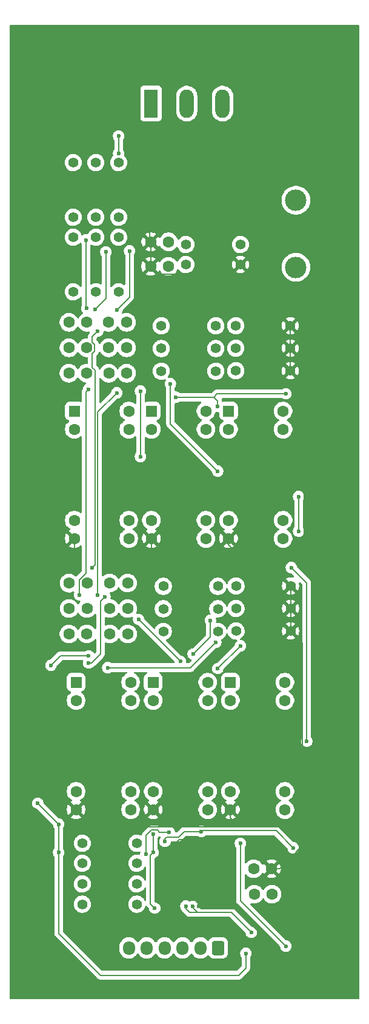
<source format=gbr>
%TF.GenerationSoftware,KiCad,Pcbnew,9.0.4*%
%TF.CreationDate,2025-12-21T15:39:32+05:30*%
%TF.ProjectId,FPGA_Mic_Input,46504741-5f4d-4696-935f-496e7075742e,rev?*%
%TF.SameCoordinates,Original*%
%TF.FileFunction,Copper,L2,Bot*%
%TF.FilePolarity,Positive*%
%FSLAX46Y46*%
G04 Gerber Fmt 4.6, Leading zero omitted, Abs format (unit mm)*
G04 Created by KiCad (PCBNEW 9.0.4) date 2025-12-21 15:39:32*
%MOMM*%
%LPD*%
G01*
G04 APERTURE LIST*
G04 Aperture macros list*
%AMRoundRect*
0 Rectangle with rounded corners*
0 $1 Rounding radius*
0 $2 $3 $4 $5 $6 $7 $8 $9 X,Y pos of 4 corners*
0 Add a 4 corners polygon primitive as box body*
4,1,4,$2,$3,$4,$5,$6,$7,$8,$9,$2,$3,0*
0 Add four circle primitives for the rounded corners*
1,1,$1+$1,$2,$3*
1,1,$1+$1,$4,$5*
1,1,$1+$1,$6,$7*
1,1,$1+$1,$8,$9*
0 Add four rect primitives between the rounded corners*
20,1,$1+$1,$2,$3,$4,$5,0*
20,1,$1+$1,$4,$5,$6,$7,0*
20,1,$1+$1,$6,$7,$8,$9,0*
20,1,$1+$1,$8,$9,$2,$3,0*%
G04 Aperture macros list end*
%TA.AperFunction,ComponentPad*%
%ADD10C,1.600000*%
%TD*%
%TA.AperFunction,ComponentPad*%
%ADD11RoundRect,0.250000X-0.550000X-0.550000X0.550000X-0.550000X0.550000X0.550000X-0.550000X0.550000X0*%
%TD*%
%TA.AperFunction,ComponentPad*%
%ADD12C,1.400000*%
%TD*%
%TA.AperFunction,ComponentPad*%
%ADD13C,3.000000*%
%TD*%
%TA.AperFunction,ComponentPad*%
%ADD14R,1.980000X3.960000*%
%TD*%
%TA.AperFunction,ComponentPad*%
%ADD15O,1.980000X3.960000*%
%TD*%
%TA.AperFunction,ComponentPad*%
%ADD16RoundRect,0.250000X0.600000X0.725000X-0.600000X0.725000X-0.600000X-0.725000X0.600000X-0.725000X0*%
%TD*%
%TA.AperFunction,ComponentPad*%
%ADD17O,1.700000X1.950000*%
%TD*%
%TA.AperFunction,ViaPad*%
%ADD18C,0.600000*%
%TD*%
%TA.AperFunction,Conductor*%
%ADD19C,0.200000*%
%TD*%
G04 APERTURE END LIST*
D10*
%TO.P,U1,8,NC*%
%TO.N,unconnected-(U1-NC-Pad8)*%
X131592000Y-88646000D03*
%TO.P,U1,7,V+*%
%TO.N,9V*%
X131592000Y-91186000D03*
%TO.P,U1,6*%
%TO.N,Net-(C6-Pad1)*%
X131592000Y-103886000D03*
%TO.P,U1,5,NULL*%
%TO.N,unconnected-(U1-NULL-Pad5)*%
X131592000Y-106426000D03*
%TO.P,U1,4,V-*%
%TO.N,GND*%
X123972000Y-106426000D03*
%TO.P,U1,3,+*%
%TO.N,MBIAS*%
X123972000Y-103886000D03*
%TO.P,U1,2,-*%
%TO.N,Net-(U1--)*%
X123972000Y-91186000D03*
D11*
%TO.P,U1,1,NULL*%
%TO.N,unconnected-(U1-NULL-Pad1)*%
X123972000Y-88646000D03*
%TD*%
D10*
%TO.P,U2,8,NC*%
%TO.N,unconnected-(U2-NC-Pad8)*%
X142372000Y-88646000D03*
%TO.P,U2,7,V+*%
%TO.N,9V*%
X142372000Y-91186000D03*
%TO.P,U2,6*%
%TO.N,Net-(C7-Pad1)*%
X142372000Y-103886000D03*
%TO.P,U2,5,NULL*%
%TO.N,unconnected-(U2-NULL-Pad5)*%
X142372000Y-106426000D03*
%TO.P,U2,4,V-*%
%TO.N,GND*%
X134752000Y-106426000D03*
%TO.P,U2,3,+*%
%TO.N,MBIAS*%
X134752000Y-103886000D03*
%TO.P,U2,2,-*%
%TO.N,Net-(U2--)*%
X134752000Y-91186000D03*
D11*
%TO.P,U2,1,NULL*%
%TO.N,unconnected-(U2-NULL-Pad1)*%
X134752000Y-88646000D03*
%TD*%
D10*
%TO.P,C1,2*%
%TO.N,Net-(U8-+)*%
X137160000Y-65030000D03*
%TO.P,C1,1*%
%TO.N,GND*%
X134660000Y-65030000D03*
%TD*%
%TO.P,C4,2*%
%TO.N,MBIAS*%
X123230000Y-79819000D03*
%TO.P,C4,1*%
%TO.N,MIC_2*%
X125730000Y-79819000D03*
%TD*%
%TO.P,C5,1*%
%TO.N,MIC_3*%
X125730000Y-76269000D03*
%TO.P,C5,2*%
%TO.N,MBIAS*%
X123230000Y-76269000D03*
%TD*%
D12*
%TO.P,R4,1*%
%TO.N,MBIAS*%
X125095000Y-151765000D03*
%TO.P,R4,2*%
%TO.N,Net-(U7-AIN3+)*%
X132715000Y-151765000D03*
%TD*%
D10*
%TO.P,C6,1*%
%TO.N,Net-(C6-Pad1)*%
X131298000Y-83375000D03*
%TO.P,C6,2*%
%TO.N,MIC_1_OP1*%
X128798000Y-83375000D03*
%TD*%
%TO.P,C14,1*%
%TO.N,Net-(C14-Pad1)*%
X131430000Y-112649000D03*
%TO.P,C14,2*%
%TO.N,MIC_3_OP2*%
X128930000Y-112649000D03*
%TD*%
%TO.P,C7,1*%
%TO.N,Net-(C7-Pad1)*%
X131278000Y-79819000D03*
%TO.P,C7,2*%
%TO.N,MIC_2_OP1*%
X128778000Y-79819000D03*
%TD*%
D12*
%TO.P,R1,1*%
%TO.N,Net-(U1--)*%
X143764000Y-83072000D03*
%TO.P,R1,2*%
%TO.N,Net-(C6-Pad1)*%
X136144000Y-83072000D03*
%TD*%
%TO.P,R_bias_3,1*%
%TO.N,MBIAS*%
X123825000Y-72009000D03*
%TO.P,R_bias_3,2*%
%TO.N,MIC_3*%
X123825000Y-64389000D03*
%TD*%
%TO.P,R2,1*%
%TO.N,Net-(U2--)*%
X143764000Y-79922000D03*
%TO.P,R2,2*%
%TO.N,Net-(C7-Pad1)*%
X136144000Y-79922000D03*
%TD*%
%TO.P,R7,1*%
%TO.N,Net-(U5--)*%
X144043000Y-116255000D03*
%TO.P,R7,2*%
%TO.N,Net-(C13-Pad1)*%
X136423000Y-116255000D03*
%TD*%
%TO.P,R6,1*%
%TO.N,Net-(U4--)*%
X144043000Y-119405000D03*
%TO.P,R6,2*%
%TO.N,Net-(C11-Pad1)*%
X136423000Y-119405000D03*
%TD*%
%TO.P,R_bias_2,1*%
%TO.N,MBIAS*%
X127000000Y-72009000D03*
%TO.P,R_bias_2,2*%
%TO.N,MIC_2*%
X127000000Y-64389000D03*
%TD*%
D11*
%TO.P,U6,1,NULL*%
%TO.N,unconnected-(U6-NULL-Pad1)*%
X145786000Y-126492000D03*
D10*
%TO.P,U6,2,-*%
%TO.N,Net-(U6--)*%
X145786000Y-129032000D03*
%TO.P,U6,3,+*%
%TO.N,MBIAS*%
X145786000Y-141732000D03*
%TO.P,U6,4,V-*%
%TO.N,GND*%
X145786000Y-144272000D03*
%TO.P,U6,5,NULL*%
%TO.N,unconnected-(U6-NULL-Pad5)*%
X153406000Y-144272000D03*
%TO.P,U6,6*%
%TO.N,Net-(C14-Pad1)*%
X153406000Y-141732000D03*
%TO.P,U6,7,V+*%
%TO.N,9V*%
X153406000Y-129032000D03*
%TO.P,U6,8,NC*%
%TO.N,unconnected-(U6-NC-Pad8)*%
X153406000Y-126492000D03*
%TD*%
%TO.P,C16,1*%
%TO.N,Net-(U7-REF0)*%
X149118000Y-156083000D03*
%TO.P,C16,2*%
%TO.N,MBIAS*%
X151618000Y-156083000D03*
%TD*%
%TO.P,C9,1*%
%TO.N,MIC_2_OP1*%
X125735000Y-119761000D03*
%TO.P,C9,2*%
%TO.N,MBIAS*%
X123235000Y-119761000D03*
%TD*%
D12*
%TO.P,Rg4,1*%
%TO.N,GND*%
X154203000Y-119355000D03*
%TO.P,Rg4,2*%
%TO.N,Net-(U4--)*%
X146583000Y-119355000D03*
%TD*%
%TO.P,Rg3,1*%
%TO.N,GND*%
X154178000Y-76733000D03*
%TO.P,Rg3,2*%
%TO.N,Net-(U3--)*%
X146558000Y-76733000D03*
%TD*%
D10*
%TO.P,C3,1*%
%TO.N,MIC_1*%
X125730000Y-83369000D03*
%TO.P,C3,2*%
%TO.N,MBIAS*%
X123230000Y-83369000D03*
%TD*%
D12*
%TO.P,R5,1*%
%TO.N,MIC_1_OP2*%
X125095000Y-154661000D03*
%TO.P,R5,2*%
%TO.N,Net-(U7-AIN0+)*%
X132715000Y-154661000D03*
%TD*%
D10*
%TO.P,C15,1*%
%TO.N,Net-(U7-REF0)*%
X149044500Y-152527000D03*
%TO.P,C15,2*%
%TO.N,GND*%
X151544500Y-152527000D03*
%TD*%
D13*
%TO.P,J3,1,Pin_1*%
%TO.N,3V3*%
X154940000Y-68580000D03*
%TD*%
D12*
%TO.P,Rg6,1*%
%TO.N,GND*%
X154203000Y-113055000D03*
%TO.P,Rg6,2*%
%TO.N,Net-(U6--)*%
X146583000Y-113055000D03*
%TD*%
%TO.P,R9,1*%
%TO.N,MIC_2_OP2*%
X125095000Y-157480000D03*
%TO.P,R9,2*%
%TO.N,Net-(U7-AIN1+)*%
X132715000Y-157480000D03*
%TD*%
D10*
%TO.P,C13,1*%
%TO.N,Net-(C13-Pad1)*%
X131450000Y-116205000D03*
%TO.P,C13,2*%
%TO.N,MIC_1_OP2*%
X128950000Y-116205000D03*
%TD*%
%TO.P,C11,1*%
%TO.N,Net-(C11-Pad1)*%
X131450000Y-119761000D03*
%TO.P,C11,2*%
%TO.N,MIC_2_OP2*%
X128950000Y-119761000D03*
%TD*%
%TO.P,C12,1*%
%TO.N,MIC_3_OP1*%
X125755000Y-112667000D03*
%TO.P,C12,2*%
%TO.N,MBIAS*%
X123255000Y-112667000D03*
%TD*%
D12*
%TO.P,R3,1*%
%TO.N,Net-(U3--)*%
X143764000Y-76772000D03*
%TO.P,R3,2*%
%TO.N,Net-(C8-Pad1)*%
X136144000Y-76772000D03*
%TD*%
D10*
%TO.P,C10,1*%
%TO.N,MIC_1_OP1*%
X125755000Y-116205000D03*
%TO.P,C10,2*%
%TO.N,MBIAS*%
X123255000Y-116205000D03*
%TD*%
%TO.P,C8,1*%
%TO.N,Net-(C8-Pad1)*%
X131278000Y-76269000D03*
%TO.P,C8,2*%
%TO.N,MIC_3_OP1*%
X128778000Y-76269000D03*
%TD*%
D12*
%TO.P,Rg2,1*%
%TO.N,GND*%
X154178000Y-79883000D03*
%TO.P,Rg2,2*%
%TO.N,Net-(U2--)*%
X146558000Y-79883000D03*
%TD*%
%TO.P,R10,1*%
%TO.N,MIC_3_OP2*%
X125095000Y-148971000D03*
%TO.P,R10,2*%
%TO.N,Net-(U7-AIN2+)*%
X132715000Y-148971000D03*
%TD*%
%TO.P,RBottom1,1*%
%TO.N,Net-(U8-+)*%
X139573000Y-68199000D03*
%TO.P,RBottom1,2*%
%TO.N,GND*%
X147193000Y-68199000D03*
%TD*%
D11*
%TO.P,U5,1,NULL*%
%TO.N,unconnected-(U5-NULL-Pad1)*%
X135006000Y-126492000D03*
D10*
%TO.P,U5,2,-*%
%TO.N,Net-(U5--)*%
X135006000Y-129032000D03*
%TO.P,U5,3,+*%
%TO.N,MBIAS*%
X135006000Y-141732000D03*
%TO.P,U5,4,V-*%
%TO.N,GND*%
X135006000Y-144272000D03*
%TO.P,U5,5,NULL*%
%TO.N,unconnected-(U5-NULL-Pad5)*%
X142626000Y-144272000D03*
%TO.P,U5,6*%
%TO.N,Net-(C13-Pad1)*%
X142626000Y-141732000D03*
%TO.P,U5,7,V+*%
%TO.N,9V*%
X142626000Y-129032000D03*
%TO.P,U5,8,NC*%
%TO.N,unconnected-(U5-NC-Pad8)*%
X142626000Y-126492000D03*
%TD*%
D12*
%TO.P,Rg1,1*%
%TO.N,GND*%
X154178000Y-83033000D03*
%TO.P,Rg1,2*%
%TO.N,Net-(U1--)*%
X146558000Y-83033000D03*
%TD*%
%TO.P,R_mic_1,1*%
%TO.N,MIC_1*%
X130175000Y-61595000D03*
%TO.P,R_mic_1,2*%
%TO.N,Net-(J1-Pin_1)*%
X130175000Y-53975000D03*
%TD*%
%TO.P,RTop1,1*%
%TO.N,9V*%
X147193000Y-65405000D03*
%TO.P,RTop1,2*%
%TO.N,Net-(U8-+)*%
X139573000Y-65405000D03*
%TD*%
D11*
%TO.P,U3,1,NULL*%
%TO.N,unconnected-(U3-NULL-Pad1)*%
X145532000Y-88646000D03*
D10*
%TO.P,U3,2,-*%
%TO.N,Net-(U3--)*%
X145532000Y-91186000D03*
%TO.P,U3,3,+*%
%TO.N,MBIAS*%
X145532000Y-103886000D03*
%TO.P,U3,4,V-*%
%TO.N,GND*%
X145532000Y-106426000D03*
%TO.P,U3,5,NULL*%
%TO.N,unconnected-(U3-NULL-Pad5)*%
X153152000Y-106426000D03*
%TO.P,U3,6*%
%TO.N,Net-(C8-Pad1)*%
X153152000Y-103886000D03*
%TO.P,U3,7,V+*%
%TO.N,9V*%
X153152000Y-91186000D03*
%TO.P,U3,8,NC*%
%TO.N,unconnected-(U3-NC-Pad8)*%
X153152000Y-88646000D03*
%TD*%
D12*
%TO.P,R_mic_3,1*%
%TO.N,MIC_3*%
X123825000Y-61595000D03*
%TO.P,R_mic_3,2*%
%TO.N,Net-(J1-Pin_3)*%
X123825000Y-53975000D03*
%TD*%
%TO.P,R_bias_1,1*%
%TO.N,MBIAS*%
X130175000Y-72009000D03*
%TO.P,R_bias_1,2*%
%TO.N,MIC_1*%
X130175000Y-64389000D03*
%TD*%
%TO.P,R_mic_2,1*%
%TO.N,MIC_2*%
X127000000Y-61595000D03*
%TO.P,R_mic_2,2*%
%TO.N,Net-(J1-Pin_2)*%
X127000000Y-53975000D03*
%TD*%
D11*
%TO.P,U4,1,NULL*%
%TO.N,unconnected-(U4-NULL-Pad1)*%
X124226000Y-126492000D03*
D10*
%TO.P,U4,2,-*%
%TO.N,Net-(U4--)*%
X124226000Y-129032000D03*
%TO.P,U4,3,+*%
%TO.N,MBIAS*%
X124226000Y-141732000D03*
%TO.P,U4,4,V-*%
%TO.N,GND*%
X124226000Y-144272000D03*
%TO.P,U4,5,NULL*%
%TO.N,unconnected-(U4-NULL-Pad5)*%
X131846000Y-144272000D03*
%TO.P,U4,6*%
%TO.N,Net-(C11-Pad1)*%
X131846000Y-141732000D03*
%TO.P,U4,7,V+*%
%TO.N,9V*%
X131846000Y-129032000D03*
%TO.P,U4,8,NC*%
%TO.N,unconnected-(U4-NC-Pad8)*%
X131846000Y-126492000D03*
%TD*%
D14*
%TO.P,J1,1,Pin_1*%
%TO.N,Net-(J1-Pin_1)*%
X134700000Y-45730000D03*
D15*
%TO.P,J1,2,Pin_2*%
%TO.N,Net-(J1-Pin_2)*%
X139700000Y-45730000D03*
%TO.P,J1,3,Pin_3*%
%TO.N,Net-(J1-Pin_3)*%
X144700000Y-45730000D03*
%TD*%
D10*
%TO.P,C2,1*%
%TO.N,Net-(U8-+)*%
X137140000Y-68453000D03*
%TO.P,C2,2*%
%TO.N,GND*%
X134640000Y-68453000D03*
%TD*%
D13*
%TO.P,J2,1,Pin_1*%
%TO.N,9V*%
X154940000Y-59230000D03*
%TD*%
D16*
%TO.P,J4,1,Pin_1*%
%TO.N,FPGA_INTRPT*%
X144105000Y-163576000D03*
D17*
%TO.P,J4,2,Pin_2*%
%TO.N,FPGA_CLK*%
X141605000Y-163576000D03*
%TO.P,J4,3,Pin_3*%
%TO.N,MISO*%
X139105000Y-163576000D03*
%TO.P,J4,4,Pin_4*%
%TO.N,MOSI*%
X136605000Y-163576000D03*
%TO.P,J4,5,Pin_5*%
%TO.N,SCLK*%
X134105000Y-163576000D03*
%TO.P,J4,6,Pin_6*%
%TO.N,CS*%
X131605000Y-163576000D03*
%TD*%
D12*
%TO.P,Rg5,1*%
%TO.N,GND*%
X154203000Y-116205000D03*
%TO.P,Rg5,2*%
%TO.N,Net-(U5--)*%
X146583000Y-116205000D03*
%TD*%
%TO.P,R8,1*%
%TO.N,Net-(U6--)*%
X144043000Y-113105000D03*
%TO.P,R8,2*%
%TO.N,Net-(C14-Pad1)*%
X136423000Y-113105000D03*
%TD*%
D18*
%TO.N,Net-(J1-Pin_1)*%
X130175000Y-52705000D03*
X130175000Y-50255000D03*
%TO.N,9V*%
X155321000Y-100584000D03*
X155321000Y-105410000D03*
X153543000Y-86233000D03*
X144018000Y-88011000D03*
X138142000Y-86707000D03*
%TO.N,MBIAS*%
X147955000Y-164338000D03*
%TO.N,GND*%
X141975612Y-148833612D03*
X138049000Y-149098000D03*
%TO.N,MBIAS*%
X135228473Y-158023000D03*
%TO.N,Net-(U7-REF0)*%
X140525500Y-157797500D03*
X139573000Y-157734000D03*
%TO.N,GND*%
X141351000Y-157734000D03*
X153797000Y-152908000D03*
%TO.N,MBIAS*%
X135001000Y-147736000D03*
X135001000Y-150241000D03*
X121793000Y-150241000D03*
X121793000Y-146304000D03*
X118872000Y-143383000D03*
%TO.N,GND*%
X137287000Y-61722000D03*
X128397000Y-108712000D03*
X124460000Y-108712000D03*
%TO.N,Net-(U7-REF0)*%
X148717000Y-161417000D03*
X136652000Y-148717000D03*
X154559000Y-149606000D03*
X141732000Y-147320000D03*
%TO.N,MIC_2_OP2*%
X120713500Y-124142500D03*
X125984000Y-122809000D03*
%TO.N,MIC_3_OP2*%
X128270000Y-114554000D03*
X125984000Y-123825000D03*
%TO.N,Net-(U5--)*%
X140589000Y-122555000D03*
%TO.N,Net-(C14-Pad1)*%
X154305000Y-110490000D03*
X156464000Y-134747000D03*
%TO.N,Net-(U7-AIN3+)*%
X137249265Y-147409265D03*
X133985000Y-150495000D03*
%TO.N,FPGA_CLK*%
X147193000Y-148971000D03*
X153543000Y-163322000D03*
%TO.N,MIC_1*%
X129921000Y-74549000D03*
X131699000Y-66294000D03*
%TO.N,MIC_2*%
X126873000Y-74422000D03*
X128397000Y-66421000D03*
%TO.N,MIC_3*%
X125730000Y-74295000D03*
X125603000Y-64770000D03*
%TO.N,Net-(C6-Pad1)*%
X133223000Y-94996000D03*
X133223000Y-85852000D03*
%TO.N,MIC_1_OP1*%
X125984000Y-85598000D03*
X124714000Y-114300000D03*
%TO.N,Net-(C7-Pad1)*%
X137414000Y-84836000D03*
X144018000Y-97028000D03*
%TO.N,MIC_2_OP1*%
X127254000Y-114300000D03*
X129921000Y-86106000D03*
%TO.N,MIC_3_OP1*%
X126492000Y-110490000D03*
X127254000Y-77470000D03*
%TO.N,Net-(C13-Pad1)*%
X138811000Y-123571000D03*
X132971500Y-117726500D03*
%TO.N,Net-(U4--)*%
X128651000Y-124460000D03*
X143764000Y-120904000D03*
%TO.N,Net-(U5--)*%
X143002000Y-117856000D03*
%TO.N,Net-(U6--)*%
X144018000Y-124587000D03*
X147193000Y-121412000D03*
%TD*%
D19*
%TO.N,Net-(C13-Pad1)*%
X133416000Y-118176000D02*
X138811000Y-123571000D01*
X132971500Y-117726500D02*
X133416000Y-118171000D01*
X133416000Y-118171000D02*
X133416000Y-118176000D01*
%TO.N,MIC_3_OP1*%
X126853000Y-110129000D02*
X126492000Y-110490000D01*
X126492000Y-80614050D02*
X126492000Y-82573950D01*
X126831000Y-80275050D02*
X126492000Y-80614050D01*
X126492000Y-82573950D02*
X126853000Y-82934950D01*
X126853000Y-82934950D02*
X126853000Y-110129000D01*
X126831000Y-79362950D02*
X126831000Y-80275050D01*
X126492000Y-79023950D02*
X126831000Y-79362950D01*
X126492000Y-78232000D02*
X126492000Y-79023950D01*
X127254000Y-77470000D02*
X126492000Y-78232000D01*
%TO.N,Net-(J1-Pin_1)*%
X130175000Y-50255000D02*
X130175000Y-52705000D01*
%TO.N,Net-(U5--)*%
X143002000Y-120142000D02*
X143002000Y-117856000D01*
X140589000Y-122555000D02*
X143002000Y-120142000D01*
%TO.N,9V*%
X155321000Y-105410000D02*
X155321000Y-100584000D01*
X143950000Y-86233000D02*
X143476000Y-86707000D01*
X153543000Y-86233000D02*
X143950000Y-86233000D01*
X144018000Y-87249000D02*
X144018000Y-88011000D01*
X143476000Y-86707000D02*
X144018000Y-87249000D01*
X138142000Y-86707000D02*
X143476000Y-86707000D01*
%TO.N,Net-(C7-Pad1)*%
X137414000Y-90424000D02*
X144018000Y-97028000D01*
X137414000Y-84836000D02*
X137414000Y-90424000D01*
%TO.N,Net-(C6-Pad1)*%
X133223000Y-85852000D02*
X133223000Y-94996000D01*
%TO.N,MBIAS*%
X147955000Y-166370000D02*
X147955000Y-164338000D01*
X121793000Y-161544000D02*
X127635000Y-167386000D01*
X121793000Y-150241000D02*
X121793000Y-161544000D01*
X127635000Y-167386000D02*
X146939000Y-167386000D01*
X146939000Y-167386000D02*
X147955000Y-166370000D01*
%TO.N,GND*%
X155194000Y-154305000D02*
X153797000Y-152908000D01*
X152908000Y-164465000D02*
X153924000Y-164465000D01*
X146538000Y-158095000D02*
X152908000Y-164465000D01*
X141351000Y-157734000D02*
X141712000Y-158095000D01*
X141712000Y-158095000D02*
X146538000Y-158095000D01*
X155194000Y-163195000D02*
X155194000Y-154305000D01*
X153924000Y-164465000D02*
X155194000Y-163195000D01*
X138684000Y-148463000D02*
X138049000Y-149098000D01*
X141975612Y-148833612D02*
X141605000Y-148463000D01*
X141605000Y-148463000D02*
X138684000Y-148463000D01*
%TO.N,Net-(U7-REF0)*%
X139319000Y-147320000D02*
X141732000Y-147320000D01*
X138557000Y-148082000D02*
X139319000Y-147320000D01*
X136652000Y-148336000D02*
X136906000Y-148082000D01*
X136652000Y-148717000D02*
X136652000Y-148336000D01*
X136906000Y-148082000D02*
X138557000Y-148082000D01*
%TO.N,Net-(U7-AIN3+)*%
X133985000Y-147902057D02*
X133985000Y-150495000D01*
X135578000Y-147135000D02*
X134752057Y-147135000D01*
X135852265Y-147409265D02*
X135578000Y-147135000D01*
X134752057Y-147135000D02*
X133985000Y-147902057D01*
X137249265Y-147409265D02*
X135852265Y-147409265D01*
%TO.N,MBIAS*%
X134620000Y-150622000D02*
X135001000Y-150241000D01*
X134620000Y-157414527D02*
X134620000Y-150622000D01*
X135228473Y-158023000D02*
X134620000Y-157414527D01*
%TO.N,Net-(U7-REF0)*%
X140525500Y-157924500D02*
X141224000Y-158623000D01*
X140525500Y-157797500D02*
X140525500Y-157924500D01*
X141224000Y-158623000D02*
X145923000Y-158623000D01*
X139573000Y-158115000D02*
X140081000Y-158623000D01*
X140081000Y-158623000D02*
X141224000Y-158623000D01*
X139573000Y-157734000D02*
X139573000Y-158115000D01*
X145923000Y-158623000D02*
X148717000Y-161417000D01*
%TO.N,MBIAS*%
X135001000Y-147736000D02*
X135001000Y-150241000D01*
X121793000Y-146304000D02*
X121793000Y-150241000D01*
X118872000Y-143383000D02*
X121793000Y-146304000D01*
%TO.N,GND*%
X134493000Y-63119000D02*
X134493000Y-64863000D01*
X134493000Y-64863000D02*
X134660000Y-65030000D01*
X135890000Y-61722000D02*
X134493000Y-63119000D01*
X137287000Y-61722000D02*
X135890000Y-61722000D01*
X153807935Y-151394935D02*
X152675870Y-152527000D01*
%TO.N,FPGA_CLK*%
X147193000Y-156972000D02*
X153543000Y-163322000D01*
X147193000Y-148971000D02*
X147193000Y-156972000D01*
%TO.N,GND*%
X155863000Y-149339870D02*
X153807935Y-151394935D01*
X155863000Y-144526000D02*
X155863000Y-149339870D01*
X152675870Y-152527000D02*
X151544500Y-152527000D01*
X155863000Y-144526000D02*
X155863000Y-144619000D01*
X153797000Y-146685000D02*
X147066000Y-146685000D01*
X155863000Y-144619000D02*
X153797000Y-146685000D01*
X155863000Y-121015000D02*
X155863000Y-144526000D01*
X154203000Y-119355000D02*
X155863000Y-121015000D01*
X126639000Y-146685000D02*
X137419000Y-146685000D01*
X124226000Y-144272000D02*
X126639000Y-146685000D01*
X137419000Y-146685000D02*
X147066000Y-146685000D01*
X135006000Y-144272000D02*
X137419000Y-146685000D01*
X145786000Y-145405000D02*
X145786000Y-144272000D01*
X147066000Y-146685000D02*
X145786000Y-145405000D01*
X152781000Y-110363000D02*
X154432000Y-108712000D01*
X152781000Y-111633000D02*
X152781000Y-110363000D01*
X154203000Y-113055000D02*
X152781000Y-111633000D01*
X154203000Y-116205000D02*
X154203000Y-113055000D01*
X154203000Y-119355000D02*
X154203000Y-116205000D01*
X123972000Y-108224000D02*
X123972000Y-106426000D01*
X124460000Y-108712000D02*
X123972000Y-108224000D01*
X135763000Y-108712000D02*
X128397000Y-108712000D01*
X135763000Y-108712000D02*
X146812000Y-108712000D01*
X146812000Y-108712000D02*
X146875500Y-108648500D01*
X134752000Y-107701000D02*
X135763000Y-108712000D01*
X134752000Y-106426000D02*
X134752000Y-107701000D01*
X146939000Y-108712000D02*
X146875500Y-108648500D01*
X154432000Y-108712000D02*
X146939000Y-108712000D01*
X146875500Y-108648500D02*
X145532000Y-107305000D01*
X156083000Y-84938000D02*
X156083000Y-107061000D01*
X145532000Y-107305000D02*
X145532000Y-106426000D01*
X154178000Y-83033000D02*
X156083000Y-84938000D01*
X156083000Y-107061000D02*
X154432000Y-108712000D01*
X154178000Y-79883000D02*
X154178000Y-83033000D01*
X154178000Y-76733000D02*
X154178000Y-79883000D01*
X146999000Y-69554000D02*
X154178000Y-76733000D01*
X141351000Y-69554000D02*
X146999000Y-69554000D01*
X141351000Y-69554000D02*
X145838000Y-69554000D01*
X145838000Y-69554000D02*
X147193000Y-68199000D01*
X135741000Y-69554000D02*
X141351000Y-69554000D01*
X134640000Y-68453000D02*
X135741000Y-69554000D01*
X134640000Y-65050000D02*
X134660000Y-65030000D01*
X134640000Y-68453000D02*
X134640000Y-65050000D01*
%TO.N,Net-(U7-REF0)*%
X141825000Y-147227000D02*
X141732000Y-147320000D01*
X152180000Y-147227000D02*
X141825000Y-147227000D01*
X154559000Y-149606000D02*
X152180000Y-147227000D01*
%TO.N,MIC_2_OP2*%
X122047000Y-122809000D02*
X125984000Y-122809000D01*
X120713500Y-124142500D02*
X122047000Y-122809000D01*
%TO.N,MIC_3_OP2*%
X126365000Y-123825000D02*
X125984000Y-123825000D01*
X127635000Y-122555000D02*
X126365000Y-123825000D01*
X127635000Y-115189000D02*
X127635000Y-122555000D01*
X128270000Y-114554000D02*
X127635000Y-115189000D01*
%TO.N,MIC_2_OP1*%
X127254000Y-88773000D02*
X129921000Y-86106000D01*
X127254000Y-114300000D02*
X127254000Y-88773000D01*
%TO.N,Net-(U4--)*%
X140208000Y-124460000D02*
X143764000Y-120904000D01*
X128651000Y-124460000D02*
X140208000Y-124460000D01*
%TO.N,Net-(C14-Pad1)*%
X156464000Y-112649000D02*
X156464000Y-134747000D01*
X154305000Y-110490000D02*
X156464000Y-112649000D01*
%TO.N,MIC_1*%
X131699000Y-72771000D02*
X131699000Y-66294000D01*
X129921000Y-74549000D02*
X131699000Y-72771000D01*
%TO.N,MIC_2*%
X126873000Y-74422000D02*
X128397000Y-72898000D01*
X128397000Y-72898000D02*
X128397000Y-66421000D01*
%TO.N,MIC_3*%
X125603000Y-64770000D02*
X125603000Y-74168000D01*
X125603000Y-74168000D02*
X125730000Y-74295000D01*
%TO.N,MIC_1_OP1*%
X125603000Y-85979000D02*
X125603000Y-111261950D01*
X125984000Y-85598000D02*
X125603000Y-85979000D01*
X124654000Y-114240000D02*
X124714000Y-114300000D01*
X124654000Y-112210950D02*
X124654000Y-114240000D01*
X125603000Y-111261950D02*
X124654000Y-112210950D01*
%TO.N,Net-(U6--)*%
X147193000Y-121412000D02*
X144018000Y-124587000D01*
%TD*%
%TA.AperFunction,Conductor*%
%TO.N,GND*%
G36*
X163780539Y-34810185D02*
G01*
X163826294Y-34862989D01*
X163837500Y-34914500D01*
X163837500Y-170571500D01*
X163817815Y-170638539D01*
X163765011Y-170684294D01*
X163713500Y-170695500D01*
X115051500Y-170695500D01*
X114984461Y-170675815D01*
X114938706Y-170623011D01*
X114927500Y-170571500D01*
X114927500Y-143304153D01*
X118071500Y-143304153D01*
X118071500Y-143461846D01*
X118102261Y-143616489D01*
X118102264Y-143616501D01*
X118162602Y-143762172D01*
X118162609Y-143762185D01*
X118250210Y-143893288D01*
X118250213Y-143893292D01*
X118361707Y-144004786D01*
X118361711Y-144004789D01*
X118492814Y-144092390D01*
X118492827Y-144092397D01*
X118638498Y-144152735D01*
X118638503Y-144152737D01*
X118703147Y-144165595D01*
X118793849Y-144183638D01*
X118855760Y-144216023D01*
X118857339Y-144217574D01*
X120958425Y-146318660D01*
X120991910Y-146379983D01*
X120992361Y-146382149D01*
X121023261Y-146537491D01*
X121023264Y-146537501D01*
X121083602Y-146683172D01*
X121083609Y-146683185D01*
X121171602Y-146814874D01*
X121192480Y-146881551D01*
X121192500Y-146883765D01*
X121192500Y-149661234D01*
X121172815Y-149728273D01*
X121171602Y-149730125D01*
X121083609Y-149861814D01*
X121083602Y-149861827D01*
X121023264Y-150007498D01*
X121023261Y-150007510D01*
X120992500Y-150162153D01*
X120992500Y-150319846D01*
X121023261Y-150474489D01*
X121023264Y-150474501D01*
X121083602Y-150620172D01*
X121083609Y-150620185D01*
X121171602Y-150751874D01*
X121192480Y-150818551D01*
X121192500Y-150820765D01*
X121192500Y-161457330D01*
X121192499Y-161457348D01*
X121192499Y-161623054D01*
X121192498Y-161623054D01*
X121233423Y-161775787D01*
X121239156Y-161785716D01*
X121239158Y-161785718D01*
X121312477Y-161912712D01*
X121312481Y-161912717D01*
X121431349Y-162031585D01*
X121431354Y-162031589D01*
X127266284Y-167866520D01*
X127266286Y-167866521D01*
X127266290Y-167866524D01*
X127403209Y-167945573D01*
X127403216Y-167945577D01*
X127555943Y-167986501D01*
X127555945Y-167986501D01*
X127721654Y-167986501D01*
X127721670Y-167986500D01*
X146852331Y-167986500D01*
X146852347Y-167986501D01*
X146859943Y-167986501D01*
X147018054Y-167986501D01*
X147018057Y-167986501D01*
X147170785Y-167945577D01*
X147220904Y-167916639D01*
X147307716Y-167866520D01*
X147419520Y-167754716D01*
X147419520Y-167754714D01*
X147429728Y-167744507D01*
X147429730Y-167744504D01*
X148323713Y-166850521D01*
X148323716Y-166850520D01*
X148435520Y-166738716D01*
X148485639Y-166651904D01*
X148514577Y-166601785D01*
X148555501Y-166449057D01*
X148555501Y-166290943D01*
X148555501Y-166283348D01*
X148555500Y-166283330D01*
X148555500Y-164917765D01*
X148575185Y-164850726D01*
X148576398Y-164848874D01*
X148664390Y-164717185D01*
X148664390Y-164717184D01*
X148664394Y-164717179D01*
X148724737Y-164571497D01*
X148755500Y-164416842D01*
X148755500Y-164259158D01*
X148755500Y-164259155D01*
X148755499Y-164259153D01*
X148728317Y-164122500D01*
X148724737Y-164104503D01*
X148694456Y-164031397D01*
X148664397Y-163958827D01*
X148664390Y-163958814D01*
X148576789Y-163827711D01*
X148576786Y-163827707D01*
X148465292Y-163716213D01*
X148465288Y-163716210D01*
X148334185Y-163628609D01*
X148334172Y-163628602D01*
X148188501Y-163568264D01*
X148188489Y-163568261D01*
X148033845Y-163537500D01*
X148033842Y-163537500D01*
X147876158Y-163537500D01*
X147876155Y-163537500D01*
X147721510Y-163568261D01*
X147721498Y-163568264D01*
X147575827Y-163628602D01*
X147575814Y-163628609D01*
X147444711Y-163716210D01*
X147444707Y-163716213D01*
X147333213Y-163827707D01*
X147333210Y-163827711D01*
X147245609Y-163958814D01*
X147245602Y-163958827D01*
X147185264Y-164104498D01*
X147185261Y-164104510D01*
X147154500Y-164259153D01*
X147154500Y-164416846D01*
X147185261Y-164571489D01*
X147185264Y-164571501D01*
X147245602Y-164717172D01*
X147245609Y-164717185D01*
X147333602Y-164848874D01*
X147354480Y-164915551D01*
X147354500Y-164917765D01*
X147354500Y-166069903D01*
X147334815Y-166136942D01*
X147318181Y-166157584D01*
X146726584Y-166749181D01*
X146665261Y-166782666D01*
X146638903Y-166785500D01*
X127935098Y-166785500D01*
X127868059Y-166765815D01*
X127847417Y-166749181D01*
X124442949Y-163344713D01*
X130254500Y-163344713D01*
X130254500Y-163807287D01*
X130264534Y-163870644D01*
X130278499Y-163958814D01*
X130287754Y-164017243D01*
X130321954Y-164122500D01*
X130353444Y-164219414D01*
X130449951Y-164408820D01*
X130574890Y-164580786D01*
X130725213Y-164731109D01*
X130897179Y-164856048D01*
X130897181Y-164856049D01*
X130897184Y-164856051D01*
X131086588Y-164952557D01*
X131288757Y-165018246D01*
X131498713Y-165051500D01*
X131498714Y-165051500D01*
X131711286Y-165051500D01*
X131711287Y-165051500D01*
X131921243Y-165018246D01*
X132123412Y-164952557D01*
X132312816Y-164856051D01*
X132334789Y-164840086D01*
X132484786Y-164731109D01*
X132484788Y-164731106D01*
X132484792Y-164731104D01*
X132635104Y-164580792D01*
X132754683Y-164416204D01*
X132810011Y-164373540D01*
X132879624Y-164367561D01*
X132941420Y-164400166D01*
X132955313Y-164416199D01*
X133058925Y-164558809D01*
X133074896Y-164580792D01*
X133225213Y-164731109D01*
X133397179Y-164856048D01*
X133397181Y-164856049D01*
X133397184Y-164856051D01*
X133586588Y-164952557D01*
X133788757Y-165018246D01*
X133998713Y-165051500D01*
X133998714Y-165051500D01*
X134211286Y-165051500D01*
X134211287Y-165051500D01*
X134421243Y-165018246D01*
X134623412Y-164952557D01*
X134812816Y-164856051D01*
X134834789Y-164840086D01*
X134984786Y-164731109D01*
X134984788Y-164731106D01*
X134984792Y-164731104D01*
X135135104Y-164580792D01*
X135254683Y-164416204D01*
X135310011Y-164373540D01*
X135379624Y-164367561D01*
X135441420Y-164400166D01*
X135455313Y-164416199D01*
X135558925Y-164558809D01*
X135574896Y-164580792D01*
X135725213Y-164731109D01*
X135897179Y-164856048D01*
X135897181Y-164856049D01*
X135897184Y-164856051D01*
X136086588Y-164952557D01*
X136288757Y-165018246D01*
X136498713Y-165051500D01*
X136498714Y-165051500D01*
X136711286Y-165051500D01*
X136711287Y-165051500D01*
X136921243Y-165018246D01*
X137123412Y-164952557D01*
X137312816Y-164856051D01*
X137334789Y-164840086D01*
X137484786Y-164731109D01*
X137484788Y-164731106D01*
X137484792Y-164731104D01*
X137635104Y-164580792D01*
X137754683Y-164416204D01*
X137810011Y-164373540D01*
X137879624Y-164367561D01*
X137941420Y-164400166D01*
X137955313Y-164416199D01*
X138058925Y-164558809D01*
X138074896Y-164580792D01*
X138225213Y-164731109D01*
X138397179Y-164856048D01*
X138397181Y-164856049D01*
X138397184Y-164856051D01*
X138586588Y-164952557D01*
X138788757Y-165018246D01*
X138998713Y-165051500D01*
X138998714Y-165051500D01*
X139211286Y-165051500D01*
X139211287Y-165051500D01*
X139421243Y-165018246D01*
X139623412Y-164952557D01*
X139812816Y-164856051D01*
X139834789Y-164840086D01*
X139984786Y-164731109D01*
X139984788Y-164731106D01*
X139984792Y-164731104D01*
X140135104Y-164580792D01*
X140254683Y-164416204D01*
X140310011Y-164373540D01*
X140379624Y-164367561D01*
X140441420Y-164400166D01*
X140455313Y-164416199D01*
X140558925Y-164558809D01*
X140574896Y-164580792D01*
X140725213Y-164731109D01*
X140897179Y-164856048D01*
X140897181Y-164856049D01*
X140897184Y-164856051D01*
X141086588Y-164952557D01*
X141288757Y-165018246D01*
X141498713Y-165051500D01*
X141498714Y-165051500D01*
X141711286Y-165051500D01*
X141711287Y-165051500D01*
X141921243Y-165018246D01*
X142123412Y-164952557D01*
X142312816Y-164856051D01*
X142484792Y-164731104D01*
X142623604Y-164592291D01*
X142684923Y-164558809D01*
X142754615Y-164563793D01*
X142810549Y-164605664D01*
X142816821Y-164614878D01*
X142820185Y-164620333D01*
X142820186Y-164620334D01*
X142912288Y-164769656D01*
X143036344Y-164893712D01*
X143185666Y-164985814D01*
X143352203Y-165040999D01*
X143454991Y-165051500D01*
X144755008Y-165051499D01*
X144857797Y-165040999D01*
X145024334Y-164985814D01*
X145173656Y-164893712D01*
X145297712Y-164769656D01*
X145389814Y-164620334D01*
X145444999Y-164453797D01*
X145455500Y-164351009D01*
X145455499Y-162800992D01*
X145444999Y-162698203D01*
X145389814Y-162531666D01*
X145297712Y-162382344D01*
X145173656Y-162258288D01*
X145057653Y-162186737D01*
X145024336Y-162166187D01*
X145024331Y-162166185D01*
X145022862Y-162165698D01*
X144857797Y-162111001D01*
X144857795Y-162111000D01*
X144755010Y-162100500D01*
X143454998Y-162100500D01*
X143454981Y-162100501D01*
X143352203Y-162111000D01*
X143352200Y-162111001D01*
X143185668Y-162166185D01*
X143185663Y-162166187D01*
X143036342Y-162258289D01*
X142912289Y-162382342D01*
X142816821Y-162537121D01*
X142764873Y-162583845D01*
X142695910Y-162595068D01*
X142631828Y-162567224D01*
X142623601Y-162559705D01*
X142484786Y-162420890D01*
X142312820Y-162295951D01*
X142123414Y-162199444D01*
X142123413Y-162199443D01*
X142123412Y-162199443D01*
X141921243Y-162133754D01*
X141921241Y-162133753D01*
X141921240Y-162133753D01*
X141759957Y-162108208D01*
X141711287Y-162100500D01*
X141498713Y-162100500D01*
X141450042Y-162108208D01*
X141288760Y-162133753D01*
X141086585Y-162199444D01*
X140897179Y-162295951D01*
X140725213Y-162420890D01*
X140574894Y-162571209D01*
X140574890Y-162571214D01*
X140455318Y-162735793D01*
X140399989Y-162778459D01*
X140330375Y-162784438D01*
X140268580Y-162751833D01*
X140254682Y-162735793D01*
X140135109Y-162571214D01*
X140135105Y-162571209D01*
X139984786Y-162420890D01*
X139812820Y-162295951D01*
X139623414Y-162199444D01*
X139623413Y-162199443D01*
X139623412Y-162199443D01*
X139421243Y-162133754D01*
X139421241Y-162133753D01*
X139421240Y-162133753D01*
X139259957Y-162108208D01*
X139211287Y-162100500D01*
X138998713Y-162100500D01*
X138950042Y-162108208D01*
X138788760Y-162133753D01*
X138586585Y-162199444D01*
X138397179Y-162295951D01*
X138225213Y-162420890D01*
X138074894Y-162571209D01*
X138074890Y-162571214D01*
X137955318Y-162735793D01*
X137899989Y-162778459D01*
X137830375Y-162784438D01*
X137768580Y-162751833D01*
X137754682Y-162735793D01*
X137635109Y-162571214D01*
X137635105Y-162571209D01*
X137484786Y-162420890D01*
X137312820Y-162295951D01*
X137123414Y-162199444D01*
X137123413Y-162199443D01*
X137123412Y-162199443D01*
X136921243Y-162133754D01*
X136921241Y-162133753D01*
X136921240Y-162133753D01*
X136759957Y-162108208D01*
X136711287Y-162100500D01*
X136498713Y-162100500D01*
X136450042Y-162108208D01*
X136288760Y-162133753D01*
X136086585Y-162199444D01*
X135897179Y-162295951D01*
X135725213Y-162420890D01*
X135574894Y-162571209D01*
X135574890Y-162571214D01*
X135455318Y-162735793D01*
X135399989Y-162778459D01*
X135330375Y-162784438D01*
X135268580Y-162751833D01*
X135254682Y-162735793D01*
X135135109Y-162571214D01*
X135135105Y-162571209D01*
X134984786Y-162420890D01*
X134812820Y-162295951D01*
X134623414Y-162199444D01*
X134623413Y-162199443D01*
X134623412Y-162199443D01*
X134421243Y-162133754D01*
X134421241Y-162133753D01*
X134421240Y-162133753D01*
X134259957Y-162108208D01*
X134211287Y-162100500D01*
X133998713Y-162100500D01*
X133950042Y-162108208D01*
X133788760Y-162133753D01*
X133586585Y-162199444D01*
X133397179Y-162295951D01*
X133225213Y-162420890D01*
X133074894Y-162571209D01*
X133074890Y-162571214D01*
X132955318Y-162735793D01*
X132899989Y-162778459D01*
X132830375Y-162784438D01*
X132768580Y-162751833D01*
X132754682Y-162735793D01*
X132635109Y-162571214D01*
X132635105Y-162571209D01*
X132484786Y-162420890D01*
X132312820Y-162295951D01*
X132123414Y-162199444D01*
X132123413Y-162199443D01*
X132123412Y-162199443D01*
X131921243Y-162133754D01*
X131921241Y-162133753D01*
X131921240Y-162133753D01*
X131759957Y-162108208D01*
X131711287Y-162100500D01*
X131498713Y-162100500D01*
X131450042Y-162108208D01*
X131288760Y-162133753D01*
X131086585Y-162199444D01*
X130897179Y-162295951D01*
X130725213Y-162420890D01*
X130574890Y-162571213D01*
X130449951Y-162743179D01*
X130353444Y-162932585D01*
X130287753Y-163134760D01*
X130270585Y-163243155D01*
X130254500Y-163344713D01*
X124442949Y-163344713D01*
X122429819Y-161331583D01*
X122396334Y-161270260D01*
X122393500Y-161243902D01*
X122393500Y-157385513D01*
X123894500Y-157385513D01*
X123894500Y-157574486D01*
X123924059Y-157761118D01*
X123982454Y-157940836D01*
X124044916Y-158063423D01*
X124068240Y-158109199D01*
X124179310Y-158262073D01*
X124312927Y-158395690D01*
X124465801Y-158506760D01*
X124517873Y-158533292D01*
X124634163Y-158592545D01*
X124634165Y-158592545D01*
X124634168Y-158592547D01*
X124730497Y-158623846D01*
X124813881Y-158650940D01*
X125000514Y-158680500D01*
X125000519Y-158680500D01*
X125189486Y-158680500D01*
X125376118Y-158650940D01*
X125555832Y-158592547D01*
X125724199Y-158506760D01*
X125877073Y-158395690D01*
X126010690Y-158262073D01*
X126121760Y-158109199D01*
X126207547Y-157940832D01*
X126265940Y-157761118D01*
X126270003Y-157735468D01*
X126295500Y-157574486D01*
X126295500Y-157385513D01*
X126265940Y-157198881D01*
X126226216Y-157076624D01*
X126207547Y-157019168D01*
X126207545Y-157019165D01*
X126207545Y-157019163D01*
X126143230Y-156892939D01*
X126121760Y-156850801D01*
X126010690Y-156697927D01*
X125877073Y-156564310D01*
X125724199Y-156453240D01*
X125555836Y-156367454D01*
X125376118Y-156309059D01*
X125189486Y-156279500D01*
X125189481Y-156279500D01*
X125000519Y-156279500D01*
X125000514Y-156279500D01*
X124813881Y-156309059D01*
X124634163Y-156367454D01*
X124465800Y-156453240D01*
X124378579Y-156516610D01*
X124312927Y-156564310D01*
X124312925Y-156564312D01*
X124312924Y-156564312D01*
X124179312Y-156697924D01*
X124179312Y-156697925D01*
X124179310Y-156697927D01*
X124169687Y-156711172D01*
X124068240Y-156850800D01*
X123982454Y-157019163D01*
X123924059Y-157198881D01*
X123894500Y-157385513D01*
X122393500Y-157385513D01*
X122393500Y-154566513D01*
X123894500Y-154566513D01*
X123894500Y-154755486D01*
X123924059Y-154942118D01*
X123982454Y-155121836D01*
X124068240Y-155290199D01*
X124179310Y-155443073D01*
X124312927Y-155576690D01*
X124465801Y-155687760D01*
X124532214Y-155721599D01*
X124634163Y-155773545D01*
X124634165Y-155773545D01*
X124634168Y-155773547D01*
X124730497Y-155804846D01*
X124813881Y-155831940D01*
X125000514Y-155861500D01*
X125000519Y-155861500D01*
X125189486Y-155861500D01*
X125376118Y-155831940D01*
X125555832Y-155773547D01*
X125724199Y-155687760D01*
X125877073Y-155576690D01*
X126010690Y-155443073D01*
X126121760Y-155290199D01*
X126207547Y-155121832D01*
X126265940Y-154942118D01*
X126291221Y-154782500D01*
X126295500Y-154755486D01*
X126295500Y-154566513D01*
X126265940Y-154379881D01*
X126207545Y-154200163D01*
X126121759Y-154031800D01*
X126010690Y-153878927D01*
X125877073Y-153745310D01*
X125724199Y-153634240D01*
X125555836Y-153548454D01*
X125376118Y-153490059D01*
X125189486Y-153460500D01*
X125189481Y-153460500D01*
X125000519Y-153460500D01*
X125000514Y-153460500D01*
X124813881Y-153490059D01*
X124634163Y-153548454D01*
X124465800Y-153634240D01*
X124458854Y-153639287D01*
X124312927Y-153745310D01*
X124312925Y-153745312D01*
X124312924Y-153745312D01*
X124179312Y-153878924D01*
X124179312Y-153878925D01*
X124179310Y-153878927D01*
X124131610Y-153944579D01*
X124068240Y-154031800D01*
X123982454Y-154200163D01*
X123924059Y-154379881D01*
X123894500Y-154566513D01*
X122393500Y-154566513D01*
X122393500Y-151670513D01*
X123894500Y-151670513D01*
X123894500Y-151859486D01*
X123924059Y-152046118D01*
X123982454Y-152225836D01*
X124057238Y-152372606D01*
X124068240Y-152394199D01*
X124179310Y-152547073D01*
X124312927Y-152680690D01*
X124465801Y-152791760D01*
X124543862Y-152831534D01*
X124634163Y-152877545D01*
X124634165Y-152877545D01*
X124634168Y-152877547D01*
X124702474Y-152899741D01*
X124813881Y-152935940D01*
X125000514Y-152965500D01*
X125000519Y-152965500D01*
X125189486Y-152965500D01*
X125376118Y-152935940D01*
X125403632Y-152927000D01*
X125555832Y-152877547D01*
X125724199Y-152791760D01*
X125877073Y-152680690D01*
X126010690Y-152547073D01*
X126121760Y-152394199D01*
X126207547Y-152225832D01*
X126265940Y-152046118D01*
X126281136Y-151950174D01*
X126295500Y-151859486D01*
X126295500Y-151670513D01*
X126265940Y-151483881D01*
X126213270Y-151321781D01*
X126207547Y-151304168D01*
X126207545Y-151304165D01*
X126207545Y-151304163D01*
X126121759Y-151135800D01*
X126095304Y-151099388D01*
X126010690Y-150982927D01*
X125877073Y-150849310D01*
X125724199Y-150738240D01*
X125555836Y-150652454D01*
X125376118Y-150594059D01*
X125189486Y-150564500D01*
X125189481Y-150564500D01*
X125000519Y-150564500D01*
X125000514Y-150564500D01*
X124813881Y-150594059D01*
X124634163Y-150652454D01*
X124465800Y-150738240D01*
X124447035Y-150751874D01*
X124312927Y-150849310D01*
X124312925Y-150849312D01*
X124312924Y-150849312D01*
X124179312Y-150982924D01*
X124179312Y-150982925D01*
X124179310Y-150982927D01*
X124176646Y-150986594D01*
X124068240Y-151135800D01*
X123982454Y-151304163D01*
X123924059Y-151483881D01*
X123894500Y-151670513D01*
X122393500Y-151670513D01*
X122393500Y-150820765D01*
X122413185Y-150753726D01*
X122414398Y-150751874D01*
X122480829Y-150652454D01*
X122502394Y-150620179D01*
X122509427Y-150603201D01*
X122562735Y-150474501D01*
X122562737Y-150474497D01*
X122593500Y-150319842D01*
X122593500Y-150162158D01*
X122593500Y-150162155D01*
X122593499Y-150162153D01*
X122585420Y-150121537D01*
X122562737Y-150007503D01*
X122512694Y-149886687D01*
X122502397Y-149861827D01*
X122502390Y-149861814D01*
X122414398Y-149730125D01*
X122393520Y-149663447D01*
X122393500Y-149661234D01*
X122393500Y-148876513D01*
X123894500Y-148876513D01*
X123894500Y-149065486D01*
X123924059Y-149252118D01*
X123982454Y-149431836D01*
X124041924Y-149548551D01*
X124068240Y-149600199D01*
X124179310Y-149753073D01*
X124312927Y-149886690D01*
X124465801Y-149997760D01*
X124484937Y-150007510D01*
X124634163Y-150083545D01*
X124634165Y-150083545D01*
X124634168Y-150083547D01*
X124730497Y-150114846D01*
X124813881Y-150141940D01*
X125000514Y-150171500D01*
X125000519Y-150171500D01*
X125189486Y-150171500D01*
X125376118Y-150141940D01*
X125434621Y-150122931D01*
X125555832Y-150083547D01*
X125724199Y-149997760D01*
X125877073Y-149886690D01*
X126010690Y-149753073D01*
X126121760Y-149600199D01*
X126207547Y-149431832D01*
X126265940Y-149252118D01*
X126269872Y-149227292D01*
X126295500Y-149065486D01*
X126295500Y-148876513D01*
X131514500Y-148876513D01*
X131514500Y-149065486D01*
X131544059Y-149252118D01*
X131602454Y-149431836D01*
X131661924Y-149548551D01*
X131688240Y-149600199D01*
X131799310Y-149753073D01*
X131932927Y-149886690D01*
X132085801Y-149997760D01*
X132104937Y-150007510D01*
X132254163Y-150083545D01*
X132254165Y-150083545D01*
X132254168Y-150083547D01*
X132350497Y-150114846D01*
X132433881Y-150141940D01*
X132620514Y-150171500D01*
X132620519Y-150171500D01*
X132809486Y-150171500D01*
X132942793Y-150150385D01*
X132996118Y-150141940D01*
X133054621Y-150122930D01*
X133055786Y-150122897D01*
X133056759Y-150122258D01*
X133090586Y-150121903D01*
X133124461Y-150120935D01*
X133125459Y-150121537D01*
X133126624Y-150121525D01*
X133155275Y-150139516D01*
X133184294Y-150157015D01*
X133184808Y-150158061D01*
X133185795Y-150158681D01*
X133200173Y-150189311D01*
X133215123Y-150219716D01*
X133215152Y-150221220D01*
X133215485Y-150221929D01*
X133215317Y-150229693D01*
X133215855Y-150257221D01*
X133215295Y-150261424D01*
X133215263Y-150261503D01*
X133184500Y-150416158D01*
X133184500Y-150492811D01*
X133183416Y-150500956D01*
X133172436Y-150525681D01*
X133164815Y-150551636D01*
X133158468Y-150557135D01*
X133155059Y-150564813D01*
X133132452Y-150579678D01*
X133112011Y-150597391D01*
X133103697Y-150598586D01*
X133096680Y-150603201D01*
X133069630Y-150603484D01*
X133042853Y-150607335D01*
X133028167Y-150603919D01*
X133026815Y-150603934D01*
X133025983Y-150603412D01*
X133022182Y-150602528D01*
X132996121Y-150594060D01*
X132809486Y-150564500D01*
X132809481Y-150564500D01*
X132620519Y-150564500D01*
X132620514Y-150564500D01*
X132433881Y-150594059D01*
X132254163Y-150652454D01*
X132085800Y-150738240D01*
X132067035Y-150751874D01*
X131932927Y-150849310D01*
X131932925Y-150849312D01*
X131932924Y-150849312D01*
X131799312Y-150982924D01*
X131799312Y-150982925D01*
X131799310Y-150982927D01*
X131796646Y-150986594D01*
X131688240Y-151135800D01*
X131602454Y-151304163D01*
X131544059Y-151483881D01*
X131514500Y-151670513D01*
X131514500Y-151859486D01*
X131544059Y-152046118D01*
X131602454Y-152225836D01*
X131677238Y-152372606D01*
X131688240Y-152394199D01*
X131799310Y-152547073D01*
X131932927Y-152680690D01*
X132085801Y-152791760D01*
X132163862Y-152831534D01*
X132254163Y-152877545D01*
X132254165Y-152877545D01*
X132254168Y-152877547D01*
X132322474Y-152899741D01*
X132433881Y-152935940D01*
X132620514Y-152965500D01*
X132620519Y-152965500D01*
X132809486Y-152965500D01*
X132996118Y-152935940D01*
X133023632Y-152927000D01*
X133175832Y-152877547D01*
X133344199Y-152791760D01*
X133497073Y-152680690D01*
X133630690Y-152547073D01*
X133741760Y-152394199D01*
X133785015Y-152309305D01*
X133832990Y-152258510D01*
X133900811Y-152241715D01*
X133966945Y-152264252D01*
X134010397Y-152318967D01*
X134019500Y-152365601D01*
X134019500Y-154060398D01*
X133999815Y-154127437D01*
X133947011Y-154173192D01*
X133877853Y-154183136D01*
X133814297Y-154154111D01*
X133785015Y-154116693D01*
X133741759Y-154031800D01*
X133630690Y-153878927D01*
X133497073Y-153745310D01*
X133344199Y-153634240D01*
X133175836Y-153548454D01*
X132996118Y-153490059D01*
X132809486Y-153460500D01*
X132809481Y-153460500D01*
X132620519Y-153460500D01*
X132620514Y-153460500D01*
X132433881Y-153490059D01*
X132254163Y-153548454D01*
X132085800Y-153634240D01*
X132078854Y-153639287D01*
X131932927Y-153745310D01*
X131932925Y-153745312D01*
X131932924Y-153745312D01*
X131799312Y-153878924D01*
X131799312Y-153878925D01*
X131799310Y-153878927D01*
X131751610Y-153944579D01*
X131688240Y-154031800D01*
X131602454Y-154200163D01*
X131544059Y-154379881D01*
X131514500Y-154566513D01*
X131514500Y-154755486D01*
X131544059Y-154942118D01*
X131602454Y-155121836D01*
X131688240Y-155290199D01*
X131799310Y-155443073D01*
X131932927Y-155576690D01*
X132085801Y-155687760D01*
X132152214Y-155721599D01*
X132254163Y-155773545D01*
X132254165Y-155773545D01*
X132254168Y-155773547D01*
X132350497Y-155804846D01*
X132433881Y-155831940D01*
X132620514Y-155861500D01*
X132620519Y-155861500D01*
X132809486Y-155861500D01*
X132996118Y-155831940D01*
X133175832Y-155773547D01*
X133344199Y-155687760D01*
X133497073Y-155576690D01*
X133630690Y-155443073D01*
X133741760Y-155290199D01*
X133785015Y-155205305D01*
X133832990Y-155154510D01*
X133900811Y-155137715D01*
X133966945Y-155160252D01*
X134010397Y-155214967D01*
X134019500Y-155261601D01*
X134019500Y-156879398D01*
X133999815Y-156946437D01*
X133947011Y-156992192D01*
X133877853Y-157002136D01*
X133814297Y-156973111D01*
X133785015Y-156935693D01*
X133763128Y-156892738D01*
X133741760Y-156850801D01*
X133630690Y-156697927D01*
X133497073Y-156564310D01*
X133344199Y-156453240D01*
X133175836Y-156367454D01*
X132996118Y-156309059D01*
X132809486Y-156279500D01*
X132809481Y-156279500D01*
X132620519Y-156279500D01*
X132620514Y-156279500D01*
X132433881Y-156309059D01*
X132254163Y-156367454D01*
X132085800Y-156453240D01*
X131998579Y-156516610D01*
X131932927Y-156564310D01*
X131932925Y-156564312D01*
X131932924Y-156564312D01*
X131799312Y-156697924D01*
X131799312Y-156697925D01*
X131799310Y-156697927D01*
X131789687Y-156711172D01*
X131688240Y-156850800D01*
X131602454Y-157019163D01*
X131544059Y-157198881D01*
X131514500Y-157385513D01*
X131514500Y-157574486D01*
X131544059Y-157761118D01*
X131602454Y-157940836D01*
X131664916Y-158063423D01*
X131688240Y-158109199D01*
X131799310Y-158262073D01*
X131932927Y-158395690D01*
X132085801Y-158506760D01*
X132137873Y-158533292D01*
X132254163Y-158592545D01*
X132254165Y-158592545D01*
X132254168Y-158592547D01*
X132350497Y-158623846D01*
X132433881Y-158650940D01*
X132620514Y-158680500D01*
X132620519Y-158680500D01*
X132809486Y-158680500D01*
X132996118Y-158650940D01*
X133175832Y-158592547D01*
X133344199Y-158506760D01*
X133497073Y-158395690D01*
X133630690Y-158262073D01*
X133741760Y-158109199D01*
X133827547Y-157940832D01*
X133885940Y-157761118D01*
X133885940Y-157761115D01*
X133886579Y-157759150D01*
X133926017Y-157701474D01*
X133990375Y-157674276D01*
X134059222Y-157686191D01*
X134110697Y-157733435D01*
X134111897Y-157735468D01*
X134139477Y-157783239D01*
X134139481Y-157783244D01*
X134393898Y-158037661D01*
X134427383Y-158098984D01*
X134427834Y-158101150D01*
X134458734Y-158256491D01*
X134458737Y-158256501D01*
X134519075Y-158402172D01*
X134519082Y-158402185D01*
X134606683Y-158533288D01*
X134606686Y-158533292D01*
X134718180Y-158644786D01*
X134718184Y-158644789D01*
X134849287Y-158732390D01*
X134849300Y-158732397D01*
X134994971Y-158792735D01*
X134994976Y-158792737D01*
X135149626Y-158823499D01*
X135149629Y-158823500D01*
X135149631Y-158823500D01*
X135307317Y-158823500D01*
X135307318Y-158823499D01*
X135461970Y-158792737D01*
X135607652Y-158732394D01*
X135738762Y-158644789D01*
X135850262Y-158533289D01*
X135937867Y-158402179D01*
X135998210Y-158256497D01*
X136028973Y-158101842D01*
X136028973Y-157944158D01*
X136028973Y-157944155D01*
X136028972Y-157944153D01*
X135998211Y-157789510D01*
X135998210Y-157789503D01*
X135998208Y-157789498D01*
X135959695Y-157696518D01*
X135942561Y-157655153D01*
X138772500Y-157655153D01*
X138772500Y-157812846D01*
X138803261Y-157967489D01*
X138803264Y-157967501D01*
X138863602Y-158113172D01*
X138863609Y-158113185D01*
X138951209Y-158244287D01*
X138951210Y-158244288D01*
X138951211Y-158244289D01*
X138975183Y-158268261D01*
X138980706Y-158276766D01*
X138986065Y-158280700D01*
X138994806Y-158298481D01*
X139003271Y-158311517D01*
X139005596Y-158317575D01*
X139013423Y-158346785D01*
X139018622Y-158355789D01*
X139092479Y-158483714D01*
X139092481Y-158483717D01*
X139211349Y-158602585D01*
X139211355Y-158602590D01*
X139596139Y-158987374D01*
X139596149Y-158987385D01*
X139600479Y-158991715D01*
X139600480Y-158991716D01*
X139712284Y-159103520D01*
X139712286Y-159103521D01*
X139712290Y-159103524D01*
X139849209Y-159182573D01*
X139849216Y-159182577D01*
X139961019Y-159212534D01*
X140001942Y-159223500D01*
X140001943Y-159223500D01*
X141144943Y-159223500D01*
X145622903Y-159223500D01*
X145689942Y-159243185D01*
X145710584Y-159259819D01*
X147882425Y-161431660D01*
X147915910Y-161492983D01*
X147916361Y-161495149D01*
X147947261Y-161650491D01*
X147947264Y-161650501D01*
X148007602Y-161796172D01*
X148007609Y-161796185D01*
X148095210Y-161927288D01*
X148095213Y-161927292D01*
X148206707Y-162038786D01*
X148206711Y-162038789D01*
X148337814Y-162126390D01*
X148337827Y-162126397D01*
X148483498Y-162186735D01*
X148483503Y-162186737D01*
X148638153Y-162217499D01*
X148638156Y-162217500D01*
X148638158Y-162217500D01*
X148795844Y-162217500D01*
X148795845Y-162217499D01*
X148950497Y-162186737D01*
X149096179Y-162126394D01*
X149227289Y-162038789D01*
X149338789Y-161927289D01*
X149426394Y-161796179D01*
X149486737Y-161650497D01*
X149517500Y-161495842D01*
X149517500Y-161338158D01*
X149517500Y-161338155D01*
X149517499Y-161338153D01*
X149486738Y-161183510D01*
X149486737Y-161183503D01*
X149486735Y-161183498D01*
X149426397Y-161037827D01*
X149426390Y-161037814D01*
X149338789Y-160906711D01*
X149338786Y-160906707D01*
X149227292Y-160795213D01*
X149227288Y-160795210D01*
X149096185Y-160707609D01*
X149096172Y-160707602D01*
X148950501Y-160647264D01*
X148950491Y-160647261D01*
X148795151Y-160616362D01*
X148733241Y-160583977D01*
X148731662Y-160582426D01*
X146410590Y-158261355D01*
X146410588Y-158261352D01*
X146291717Y-158142481D01*
X146291716Y-158142480D01*
X146204904Y-158092360D01*
X146204904Y-158092359D01*
X146204900Y-158092358D01*
X146154785Y-158063423D01*
X146002057Y-158022499D01*
X145843943Y-158022499D01*
X145836347Y-158022499D01*
X145836331Y-158022500D01*
X141524097Y-158022500D01*
X141494656Y-158013855D01*
X141464670Y-158007332D01*
X141459654Y-158003577D01*
X141457058Y-158002815D01*
X141436416Y-157986181D01*
X141362319Y-157912084D01*
X141328834Y-157850761D01*
X141326000Y-157824403D01*
X141326000Y-157718655D01*
X141325999Y-157718653D01*
X141317172Y-157674276D01*
X141295237Y-157564003D01*
X141280383Y-157528142D01*
X141234897Y-157418327D01*
X141234890Y-157418314D01*
X141147289Y-157287211D01*
X141147286Y-157287207D01*
X141035792Y-157175713D01*
X141035788Y-157175710D01*
X140904685Y-157088109D01*
X140904672Y-157088102D01*
X140759001Y-157027764D01*
X140758989Y-157027761D01*
X140604345Y-156997000D01*
X140604342Y-156997000D01*
X140446658Y-156997000D01*
X140446655Y-156997000D01*
X140292010Y-157027761D01*
X140291998Y-157027764D01*
X140146374Y-157088083D01*
X140076905Y-157095552D01*
X140030032Y-157076624D01*
X139952190Y-157024612D01*
X139952172Y-157024602D01*
X139806501Y-156964264D01*
X139806489Y-156964261D01*
X139651845Y-156933500D01*
X139651842Y-156933500D01*
X139494158Y-156933500D01*
X139494155Y-156933500D01*
X139339510Y-156964261D01*
X139339498Y-156964264D01*
X139193827Y-157024602D01*
X139193814Y-157024609D01*
X139062711Y-157112210D01*
X139062707Y-157112213D01*
X138951213Y-157223707D01*
X138951210Y-157223711D01*
X138863609Y-157354814D01*
X138863602Y-157354827D01*
X138803264Y-157500498D01*
X138803261Y-157500510D01*
X138772500Y-157655153D01*
X135942561Y-157655153D01*
X135937870Y-157643827D01*
X135937863Y-157643814D01*
X135850262Y-157512711D01*
X135850259Y-157512707D01*
X135738765Y-157401213D01*
X135738761Y-157401210D01*
X135607658Y-157313609D01*
X135607645Y-157313602D01*
X135461974Y-157253264D01*
X135461962Y-157253261D01*
X135320309Y-157225084D01*
X135258398Y-157192699D01*
X135223823Y-157131983D01*
X135220500Y-157103467D01*
X135220500Y-151099388D01*
X135240185Y-151032349D01*
X135292989Y-150986594D01*
X135296987Y-150984852D01*
X135380179Y-150950394D01*
X135511289Y-150862789D01*
X135622789Y-150751289D01*
X135710394Y-150620179D01*
X135717427Y-150603201D01*
X135770735Y-150474501D01*
X135770737Y-150474497D01*
X135801500Y-150319842D01*
X135801500Y-150162158D01*
X135801500Y-150162155D01*
X135801499Y-150162153D01*
X135793420Y-150121537D01*
X135770737Y-150007503D01*
X135720694Y-149886687D01*
X135710397Y-149861827D01*
X135710390Y-149861814D01*
X135622398Y-149730125D01*
X135601520Y-149663447D01*
X135601500Y-149661234D01*
X135601500Y-148315765D01*
X135621185Y-148248726D01*
X135622398Y-148246874D01*
X135649234Y-148206711D01*
X135710394Y-148115179D01*
X135722350Y-148086313D01*
X135734892Y-148070748D01*
X135743198Y-148052562D01*
X135756367Y-148044098D01*
X135766189Y-148031910D01*
X135785158Y-148025595D01*
X135801976Y-148014788D01*
X135829531Y-148010825D01*
X135832482Y-148009844D01*
X135836911Y-148009765D01*
X135929818Y-148009765D01*
X135996857Y-148029450D01*
X136042612Y-148082254D01*
X136052556Y-148151412D01*
X136032920Y-148202656D01*
X135942609Y-148337814D01*
X135942602Y-148337827D01*
X135882264Y-148483498D01*
X135882261Y-148483510D01*
X135851500Y-148638153D01*
X135851500Y-148795846D01*
X135882261Y-148950489D01*
X135882264Y-148950501D01*
X135942602Y-149096172D01*
X135942609Y-149096185D01*
X136030210Y-149227288D01*
X136030213Y-149227292D01*
X136141707Y-149338786D01*
X136141711Y-149338789D01*
X136272814Y-149426390D01*
X136272827Y-149426397D01*
X136411234Y-149483726D01*
X136418503Y-149486737D01*
X136573153Y-149517499D01*
X136573156Y-149517500D01*
X136573158Y-149517500D01*
X136730844Y-149517500D01*
X136730845Y-149517499D01*
X136885497Y-149486737D01*
X137018041Y-149431836D01*
X137031172Y-149426397D01*
X137031172Y-149426396D01*
X137031179Y-149426394D01*
X137162289Y-149338789D01*
X137273789Y-149227289D01*
X137361394Y-149096179D01*
X137421737Y-148950497D01*
X137433342Y-148892153D01*
X146392500Y-148892153D01*
X146392500Y-149049846D01*
X146423261Y-149204489D01*
X146423264Y-149204501D01*
X146483602Y-149350172D01*
X146483609Y-149350185D01*
X146571602Y-149481874D01*
X146592480Y-149548551D01*
X146592500Y-149550765D01*
X146592500Y-156885330D01*
X146592499Y-156885348D01*
X146592499Y-157051054D01*
X146592498Y-157051054D01*
X146633423Y-157203786D01*
X146642795Y-157220018D01*
X146645720Y-157225084D01*
X146647820Y-157228720D01*
X146647821Y-157228725D01*
X146647823Y-157228725D01*
X146709449Y-157335466D01*
X146712479Y-157340714D01*
X146712481Y-157340717D01*
X146831349Y-157459585D01*
X146831355Y-157459590D01*
X152708425Y-163336660D01*
X152741910Y-163397983D01*
X152742361Y-163400149D01*
X152773261Y-163555491D01*
X152773264Y-163555501D01*
X152833602Y-163701172D01*
X152833609Y-163701185D01*
X152921210Y-163832288D01*
X152921213Y-163832292D01*
X153032707Y-163943786D01*
X153032711Y-163943789D01*
X153163814Y-164031390D01*
X153163827Y-164031397D01*
X153309498Y-164091735D01*
X153309503Y-164091737D01*
X153464153Y-164122499D01*
X153464156Y-164122500D01*
X153464158Y-164122500D01*
X153621844Y-164122500D01*
X153621845Y-164122499D01*
X153776497Y-164091737D01*
X153922179Y-164031394D01*
X154053289Y-163943789D01*
X154164789Y-163832289D01*
X154252394Y-163701179D01*
X154312737Y-163555497D01*
X154343500Y-163400842D01*
X154343500Y-163243158D01*
X154343500Y-163243155D01*
X154343499Y-163243153D01*
X154321938Y-163134760D01*
X154312737Y-163088503D01*
X154312735Y-163088498D01*
X154252397Y-162942827D01*
X154252390Y-162942814D01*
X154164789Y-162811711D01*
X154164786Y-162811707D01*
X154053292Y-162700213D01*
X154053288Y-162700210D01*
X153922185Y-162612609D01*
X153922172Y-162612602D01*
X153776501Y-162552264D01*
X153776491Y-162552261D01*
X153621149Y-162521361D01*
X153559238Y-162488976D01*
X153557660Y-162487425D01*
X148598377Y-157528142D01*
X148564892Y-157466819D01*
X148569876Y-157397127D01*
X148611748Y-157341194D01*
X148677212Y-157316777D01*
X148724375Y-157322529D01*
X148760836Y-157334376D01*
X148813465Y-157351477D01*
X148914557Y-157367488D01*
X149015648Y-157383500D01*
X149015649Y-157383500D01*
X149220351Y-157383500D01*
X149220352Y-157383500D01*
X149422534Y-157351477D01*
X149617219Y-157288220D01*
X149799610Y-157195287D01*
X149899094Y-157123008D01*
X149965213Y-157074971D01*
X149965215Y-157074968D01*
X149965219Y-157074966D01*
X150109966Y-156930219D01*
X150109968Y-156930215D01*
X150109971Y-156930213D01*
X150167667Y-156850800D01*
X150230287Y-156764610D01*
X150257515Y-156711171D01*
X150305490Y-156660376D01*
X150373311Y-156643581D01*
X150439446Y-156666118D01*
X150478485Y-156711172D01*
X150505715Y-156764613D01*
X150626028Y-156930213D01*
X150770786Y-157074971D01*
X150895792Y-157165791D01*
X150936390Y-157195287D01*
X151002016Y-157228725D01*
X151118776Y-157288218D01*
X151118778Y-157288218D01*
X151118781Y-157288220D01*
X151223137Y-157322127D01*
X151313465Y-157351477D01*
X151414557Y-157367488D01*
X151515648Y-157383500D01*
X151515649Y-157383500D01*
X151720351Y-157383500D01*
X151720352Y-157383500D01*
X151922534Y-157351477D01*
X152117219Y-157288220D01*
X152299610Y-157195287D01*
X152399094Y-157123008D01*
X152465213Y-157074971D01*
X152465215Y-157074968D01*
X152465219Y-157074966D01*
X152609966Y-156930219D01*
X152609968Y-156930215D01*
X152609971Y-156930213D01*
X152667667Y-156850800D01*
X152730287Y-156764610D01*
X152823220Y-156582219D01*
X152886477Y-156387534D01*
X152918500Y-156185352D01*
X152918500Y-155980648D01*
X152886477Y-155778466D01*
X152823220Y-155583781D01*
X152823218Y-155583778D01*
X152823218Y-155583776D01*
X152757515Y-155454828D01*
X152730287Y-155401390D01*
X152685633Y-155339928D01*
X152609971Y-155235786D01*
X152465213Y-155091028D01*
X152299613Y-154970715D01*
X152299612Y-154970714D01*
X152299610Y-154970713D01*
X152242653Y-154941691D01*
X152117223Y-154877781D01*
X151922534Y-154814522D01*
X151747995Y-154786878D01*
X151720352Y-154782500D01*
X151515648Y-154782500D01*
X151491329Y-154786351D01*
X151313465Y-154814522D01*
X151118776Y-154877781D01*
X150936386Y-154970715D01*
X150770786Y-155091028D01*
X150626028Y-155235786D01*
X150505713Y-155401388D01*
X150478484Y-155454828D01*
X150430510Y-155505623D01*
X150362688Y-155522418D01*
X150296554Y-155499880D01*
X150257516Y-155454828D01*
X150230286Y-155401388D01*
X150109971Y-155235786D01*
X149965213Y-155091028D01*
X149799613Y-154970715D01*
X149799612Y-154970714D01*
X149799610Y-154970713D01*
X149742653Y-154941691D01*
X149617223Y-154877781D01*
X149422534Y-154814522D01*
X149247995Y-154786878D01*
X149220352Y-154782500D01*
X149015648Y-154782500D01*
X148991329Y-154786351D01*
X148813465Y-154814522D01*
X148618776Y-154877781D01*
X148436386Y-154970715D01*
X148270786Y-155091028D01*
X148126032Y-155235782D01*
X148126028Y-155235787D01*
X148017818Y-155384727D01*
X147962488Y-155427393D01*
X147892875Y-155433372D01*
X147831080Y-155400767D01*
X147796723Y-155339928D01*
X147793500Y-155311842D01*
X147793500Y-153399322D01*
X147813185Y-153332283D01*
X147865989Y-153286528D01*
X147935147Y-153276584D01*
X147998703Y-153305609D01*
X148017819Y-153326437D01*
X148052534Y-153374219D01*
X148197286Y-153518971D01*
X148317726Y-153606474D01*
X148362890Y-153639287D01*
X148479107Y-153698503D01*
X148545276Y-153732218D01*
X148545278Y-153732218D01*
X148545281Y-153732220D01*
X148649637Y-153766127D01*
X148739965Y-153795477D01*
X148841057Y-153811488D01*
X148942148Y-153827500D01*
X148942149Y-153827500D01*
X149146851Y-153827500D01*
X149146852Y-153827500D01*
X149349034Y-153795477D01*
X149543719Y-153732220D01*
X149726110Y-153639287D01*
X149851132Y-153548454D01*
X149891713Y-153518971D01*
X149891715Y-153518968D01*
X149891719Y-153518966D01*
X150036466Y-153374219D01*
X150036468Y-153374215D01*
X150036471Y-153374213D01*
X150156786Y-153208611D01*
X150156915Y-153208359D01*
X150184295Y-153154621D01*
X150232269Y-153103826D01*
X150300089Y-153087030D01*
X150366225Y-153109567D01*
X150405265Y-153154621D01*
X150432641Y-153208350D01*
X150432647Y-153208359D01*
X150465023Y-153252921D01*
X150465024Y-153252922D01*
X151144500Y-152573446D01*
X151144500Y-152579661D01*
X151171759Y-152681394D01*
X151224420Y-152772606D01*
X151298894Y-152847080D01*
X151390106Y-152899741D01*
X151491839Y-152927000D01*
X151498053Y-152927000D01*
X150818576Y-153606474D01*
X150863150Y-153638859D01*
X151045468Y-153731755D01*
X151240082Y-153794990D01*
X151442183Y-153827000D01*
X151646817Y-153827000D01*
X151848917Y-153794990D01*
X152043531Y-153731755D01*
X152225849Y-153638859D01*
X152270421Y-153606474D01*
X151590947Y-152927000D01*
X151597161Y-152927000D01*
X151698894Y-152899741D01*
X151790106Y-152847080D01*
X151864580Y-152772606D01*
X151917241Y-152681394D01*
X151944500Y-152579661D01*
X151944500Y-152573447D01*
X152623974Y-153252921D01*
X152656359Y-153208349D01*
X152749255Y-153026031D01*
X152812490Y-152831417D01*
X152844500Y-152629317D01*
X152844500Y-152424682D01*
X152812490Y-152222582D01*
X152749255Y-152027968D01*
X152656359Y-151845650D01*
X152623974Y-151801077D01*
X152623974Y-151801076D01*
X151944500Y-152480551D01*
X151944500Y-152474339D01*
X151917241Y-152372606D01*
X151864580Y-152281394D01*
X151790106Y-152206920D01*
X151698894Y-152154259D01*
X151597161Y-152127000D01*
X151590946Y-152127000D01*
X152270422Y-151447524D01*
X152270421Y-151447523D01*
X152225859Y-151415147D01*
X152225850Y-151415141D01*
X152043531Y-151322244D01*
X151848917Y-151259009D01*
X151646817Y-151227000D01*
X151442183Y-151227000D01*
X151240082Y-151259009D01*
X151045468Y-151322244D01*
X150863144Y-151415143D01*
X150818577Y-151447523D01*
X150818577Y-151447524D01*
X151498054Y-152127000D01*
X151491839Y-152127000D01*
X151390106Y-152154259D01*
X151298894Y-152206920D01*
X151224420Y-152281394D01*
X151171759Y-152372606D01*
X151144500Y-152474339D01*
X151144500Y-152480553D01*
X150465024Y-151801077D01*
X150465023Y-151801077D01*
X150432643Y-151845644D01*
X150405265Y-151899378D01*
X150357290Y-151950174D01*
X150289469Y-151966969D01*
X150223334Y-151944431D01*
X150184295Y-151899378D01*
X150163969Y-151859486D01*
X150156787Y-151845390D01*
X150156785Y-151845387D01*
X150156784Y-151845385D01*
X150036471Y-151679786D01*
X149891713Y-151535028D01*
X149726113Y-151414715D01*
X149726112Y-151414714D01*
X149726110Y-151414713D01*
X149669153Y-151385691D01*
X149543723Y-151321781D01*
X149349034Y-151258522D01*
X149174495Y-151230878D01*
X149146852Y-151226500D01*
X148942148Y-151226500D01*
X148917829Y-151230351D01*
X148739965Y-151258522D01*
X148545276Y-151321781D01*
X148362886Y-151414715D01*
X148197286Y-151535028D01*
X148052532Y-151679782D01*
X148052528Y-151679787D01*
X148017818Y-151727562D01*
X147962488Y-151770228D01*
X147892875Y-151776207D01*
X147831080Y-151743601D01*
X147796723Y-151682763D01*
X147793500Y-151654677D01*
X147793500Y-149550765D01*
X147813185Y-149483726D01*
X147814398Y-149481874D01*
X147902390Y-149350185D01*
X147902390Y-149350184D01*
X147902394Y-149350179D01*
X147962737Y-149204497D01*
X147993500Y-149049842D01*
X147993500Y-148892158D01*
X147993500Y-148892155D01*
X147993499Y-148892153D01*
X147982381Y-148836261D01*
X147962737Y-148737503D01*
X147943012Y-148689882D01*
X147902397Y-148591827D01*
X147902390Y-148591814D01*
X147814789Y-148460711D01*
X147814786Y-148460707D01*
X147703292Y-148349213D01*
X147703288Y-148349210D01*
X147572185Y-148261609D01*
X147572172Y-148261602D01*
X147426501Y-148201264D01*
X147426489Y-148201261D01*
X147271845Y-148170500D01*
X147271842Y-148170500D01*
X147114158Y-148170500D01*
X147114155Y-148170500D01*
X146959510Y-148201261D01*
X146959498Y-148201264D01*
X146813827Y-148261602D01*
X146813814Y-148261609D01*
X146682711Y-148349210D01*
X146682707Y-148349213D01*
X146571213Y-148460707D01*
X146571210Y-148460711D01*
X146483609Y-148591814D01*
X146483602Y-148591827D01*
X146423264Y-148737498D01*
X146423261Y-148737510D01*
X146392500Y-148892153D01*
X137433342Y-148892153D01*
X137452500Y-148795842D01*
X137452500Y-148792484D01*
X137454215Y-148783429D01*
X137467709Y-148757042D01*
X137478803Y-148729565D01*
X137483440Y-148726282D01*
X137486029Y-148721222D01*
X137511648Y-148706319D01*
X137535835Y-148689202D01*
X137543180Y-148687977D01*
X137546424Y-148686091D01*
X137552803Y-148686374D01*
X137576050Y-148682500D01*
X138470331Y-148682500D01*
X138470347Y-148682501D01*
X138477943Y-148682501D01*
X138636054Y-148682501D01*
X138636057Y-148682501D01*
X138788785Y-148641577D01*
X138856842Y-148602284D01*
X138925716Y-148562520D01*
X139037520Y-148450716D01*
X139037520Y-148450714D01*
X139047721Y-148440514D01*
X139047724Y-148440509D01*
X139531418Y-147956816D01*
X139592740Y-147923334D01*
X139619098Y-147920500D01*
X141152234Y-147920500D01*
X141219273Y-147940185D01*
X141221125Y-147941398D01*
X141352814Y-148029390D01*
X141352827Y-148029397D01*
X141452659Y-148070748D01*
X141498503Y-148089737D01*
X141626383Y-148115174D01*
X141653153Y-148120499D01*
X141653156Y-148120500D01*
X141653158Y-148120500D01*
X141810844Y-148120500D01*
X141810845Y-148120499D01*
X141965497Y-148089737D01*
X142111179Y-148029394D01*
X142242289Y-147941789D01*
X142320260Y-147863817D01*
X142381581Y-147830334D01*
X142407940Y-147827500D01*
X151879903Y-147827500D01*
X151946942Y-147847185D01*
X151967584Y-147863819D01*
X153724425Y-149620660D01*
X153757910Y-149681983D01*
X153758361Y-149684149D01*
X153789261Y-149839491D01*
X153789264Y-149839501D01*
X153849602Y-149985172D01*
X153849609Y-149985185D01*
X153937210Y-150116288D01*
X153937213Y-150116292D01*
X154048707Y-150227786D01*
X154048711Y-150227789D01*
X154179814Y-150315390D01*
X154179827Y-150315397D01*
X154325498Y-150375735D01*
X154325503Y-150375737D01*
X154480153Y-150406499D01*
X154480156Y-150406500D01*
X154480158Y-150406500D01*
X154637844Y-150406500D01*
X154637845Y-150406499D01*
X154792497Y-150375737D01*
X154927436Y-150319844D01*
X154938172Y-150315397D01*
X154938172Y-150315396D01*
X154938179Y-150315394D01*
X155069289Y-150227789D01*
X155180789Y-150116289D01*
X155268394Y-149985179D01*
X155328737Y-149839497D01*
X155359500Y-149684842D01*
X155359500Y-149527158D01*
X155359500Y-149527155D01*
X155359499Y-149527153D01*
X155339457Y-149426397D01*
X155328737Y-149372503D01*
X155314771Y-149338786D01*
X155268397Y-149226827D01*
X155268390Y-149226814D01*
X155180789Y-149095711D01*
X155180786Y-149095707D01*
X155069292Y-148984213D01*
X155069288Y-148984210D01*
X154938185Y-148896609D01*
X154938172Y-148896602D01*
X154792501Y-148836264D01*
X154792491Y-148836261D01*
X154637149Y-148805361D01*
X154575238Y-148772976D01*
X154573660Y-148771425D01*
X152667590Y-146865355D01*
X152667588Y-146865352D01*
X152548717Y-146746481D01*
X152548716Y-146746480D01*
X152461904Y-146696360D01*
X152461904Y-146696359D01*
X152461900Y-146696358D01*
X152411785Y-146667423D01*
X152259057Y-146626499D01*
X152100943Y-146626499D01*
X152093347Y-146626499D01*
X152093331Y-146626500D01*
X142171976Y-146626500D01*
X142116903Y-146612706D01*
X142116808Y-146612937D01*
X142115250Y-146612292D01*
X142113526Y-146611860D01*
X142111177Y-146610604D01*
X141965501Y-146550264D01*
X141965489Y-146550261D01*
X141810845Y-146519500D01*
X141810842Y-146519500D01*
X141653158Y-146519500D01*
X141653155Y-146519500D01*
X141498510Y-146550261D01*
X141498498Y-146550264D01*
X141352827Y-146610602D01*
X141352814Y-146610609D01*
X141221125Y-146698602D01*
X141154447Y-146719480D01*
X141152234Y-146719500D01*
X139405670Y-146719500D01*
X139405654Y-146719499D01*
X139398058Y-146719499D01*
X139239943Y-146719499D01*
X139163579Y-146739961D01*
X139087214Y-146760423D01*
X139087209Y-146760426D01*
X138950290Y-146839475D01*
X138950282Y-146839481D01*
X138344584Y-147445181D01*
X138317656Y-147459884D01*
X138291838Y-147476477D01*
X138285637Y-147477368D01*
X138283261Y-147478666D01*
X138256903Y-147481500D01*
X138173765Y-147481500D01*
X138106726Y-147461815D01*
X138060971Y-147409011D01*
X138049765Y-147357500D01*
X138049765Y-147330420D01*
X138049764Y-147330418D01*
X138019003Y-147175775D01*
X138019002Y-147175768D01*
X138019000Y-147175763D01*
X137958662Y-147030092D01*
X137958655Y-147030079D01*
X137871054Y-146898976D01*
X137871051Y-146898972D01*
X137759557Y-146787478D01*
X137759553Y-146787475D01*
X137628450Y-146699874D01*
X137628437Y-146699867D01*
X137482766Y-146639529D01*
X137482754Y-146639526D01*
X137328110Y-146608765D01*
X137328107Y-146608765D01*
X137170423Y-146608765D01*
X137170420Y-146608765D01*
X137015775Y-146639526D01*
X137015763Y-146639529D01*
X136870092Y-146699867D01*
X136870079Y-146699874D01*
X136738390Y-146787867D01*
X136671712Y-146808745D01*
X136669499Y-146808765D01*
X136152363Y-146808765D01*
X136085324Y-146789080D01*
X136064682Y-146772446D01*
X135946717Y-146654481D01*
X135946716Y-146654480D01*
X135859904Y-146604360D01*
X135859904Y-146604359D01*
X135859900Y-146604358D01*
X135809785Y-146575423D01*
X135657057Y-146534499D01*
X135498943Y-146534499D01*
X135491347Y-146534499D01*
X135491331Y-146534500D01*
X134672997Y-146534500D01*
X134632076Y-146545464D01*
X134632076Y-146545465D01*
X134594808Y-146555451D01*
X134520271Y-146575423D01*
X134520266Y-146575426D01*
X134383347Y-146654475D01*
X134383339Y-146654481D01*
X133504481Y-147533339D01*
X133504477Y-147533344D01*
X133470114Y-147592864D01*
X133470112Y-147592868D01*
X133465140Y-147601481D01*
X133425423Y-147670272D01*
X133389074Y-147805925D01*
X133386831Y-147811823D01*
X133369377Y-147834826D01*
X133354342Y-147859494D01*
X133348513Y-147862325D01*
X133344599Y-147867485D01*
X133317473Y-147877403D01*
X133291495Y-147890023D01*
X133285063Y-147889254D01*
X133278979Y-147891479D01*
X133250793Y-147885156D01*
X133222119Y-147881728D01*
X133214637Y-147878225D01*
X133175836Y-147858454D01*
X132996118Y-147800059D01*
X132809486Y-147770500D01*
X132809481Y-147770500D01*
X132620519Y-147770500D01*
X132620514Y-147770500D01*
X132433881Y-147800059D01*
X132254163Y-147858454D01*
X132085800Y-147944240D01*
X132045502Y-147973519D01*
X131932927Y-148055310D01*
X131932925Y-148055312D01*
X131932924Y-148055312D01*
X131799312Y-148188924D01*
X131799312Y-148188925D01*
X131799310Y-148188927D01*
X131757634Y-148246289D01*
X131688240Y-148341800D01*
X131602454Y-148510163D01*
X131544059Y-148689881D01*
X131514500Y-148876513D01*
X126295500Y-148876513D01*
X126265940Y-148689881D01*
X126224557Y-148562520D01*
X126207547Y-148510168D01*
X126207545Y-148510165D01*
X126207545Y-148510163D01*
X126162290Y-148421347D01*
X126121760Y-148341801D01*
X126010690Y-148188927D01*
X125877073Y-148055310D01*
X125724199Y-147944240D01*
X125683169Y-147923334D01*
X125555836Y-147858454D01*
X125376118Y-147800059D01*
X125189486Y-147770500D01*
X125189481Y-147770500D01*
X125000519Y-147770500D01*
X125000514Y-147770500D01*
X124813881Y-147800059D01*
X124634163Y-147858454D01*
X124465800Y-147944240D01*
X124425502Y-147973519D01*
X124312927Y-148055310D01*
X124312925Y-148055312D01*
X124312924Y-148055312D01*
X124179312Y-148188924D01*
X124179312Y-148188925D01*
X124179310Y-148188927D01*
X124137634Y-148246289D01*
X124068240Y-148341800D01*
X123982454Y-148510163D01*
X123924059Y-148689881D01*
X123894500Y-148876513D01*
X122393500Y-148876513D01*
X122393500Y-146883765D01*
X122413185Y-146816726D01*
X122414398Y-146814874D01*
X122432704Y-146787478D01*
X122502394Y-146683179D01*
X122514284Y-146654475D01*
X122520475Y-146639528D01*
X122562737Y-146537497D01*
X122593500Y-146382842D01*
X122593500Y-146225158D01*
X122593500Y-146225155D01*
X122593499Y-146225153D01*
X122562738Y-146070510D01*
X122562737Y-146070503D01*
X122562735Y-146070498D01*
X122502397Y-145924827D01*
X122502390Y-145924814D01*
X122414789Y-145793711D01*
X122414786Y-145793707D01*
X122303292Y-145682213D01*
X122303288Y-145682210D01*
X122172185Y-145594609D01*
X122172172Y-145594602D01*
X122026501Y-145534264D01*
X122026491Y-145534261D01*
X121871149Y-145503361D01*
X121854392Y-145494595D01*
X121835914Y-145490576D01*
X121810877Y-145471833D01*
X121809238Y-145470976D01*
X121807660Y-145469425D01*
X119706574Y-143368339D01*
X119673089Y-143307016D01*
X119672638Y-143304849D01*
X119641738Y-143149510D01*
X119641737Y-143149503D01*
X119610349Y-143073725D01*
X119581397Y-143003827D01*
X119581390Y-143003814D01*
X119493789Y-142872711D01*
X119493786Y-142872707D01*
X119382292Y-142761213D01*
X119382288Y-142761210D01*
X119251185Y-142673609D01*
X119251172Y-142673602D01*
X119105501Y-142613264D01*
X119105489Y-142613261D01*
X118950845Y-142582500D01*
X118950842Y-142582500D01*
X118793158Y-142582500D01*
X118793155Y-142582500D01*
X118638510Y-142613261D01*
X118638498Y-142613264D01*
X118492827Y-142673602D01*
X118492814Y-142673609D01*
X118361711Y-142761210D01*
X118361707Y-142761213D01*
X118250213Y-142872707D01*
X118250210Y-142872711D01*
X118162609Y-143003814D01*
X118162602Y-143003827D01*
X118102264Y-143149498D01*
X118102261Y-143149510D01*
X118071500Y-143304153D01*
X114927500Y-143304153D01*
X114927500Y-141629648D01*
X122925500Y-141629648D01*
X122925500Y-141834351D01*
X122957522Y-142036534D01*
X123020781Y-142231223D01*
X123113715Y-142413613D01*
X123234028Y-142579213D01*
X123378786Y-142723971D01*
X123544385Y-142844284D01*
X123544387Y-142844285D01*
X123544390Y-142844287D01*
X123637080Y-142891515D01*
X123637630Y-142891795D01*
X123688426Y-142939770D01*
X123705221Y-143007591D01*
X123682684Y-143073725D01*
X123637630Y-143112765D01*
X123544644Y-143160143D01*
X123500077Y-143192523D01*
X123500077Y-143192524D01*
X124179554Y-143872000D01*
X124173339Y-143872000D01*
X124071606Y-143899259D01*
X123980394Y-143951920D01*
X123905920Y-144026394D01*
X123853259Y-144117606D01*
X123826000Y-144219339D01*
X123826000Y-144225553D01*
X123146524Y-143546077D01*
X123146523Y-143546077D01*
X123114143Y-143590644D01*
X123021244Y-143772968D01*
X122958009Y-143967582D01*
X122926000Y-144169682D01*
X122926000Y-144374317D01*
X122958009Y-144576417D01*
X123021244Y-144771031D01*
X123114141Y-144953350D01*
X123114147Y-144953359D01*
X123146523Y-144997921D01*
X123146524Y-144997922D01*
X123826000Y-144318446D01*
X123826000Y-144324661D01*
X123853259Y-144426394D01*
X123905920Y-144517606D01*
X123980394Y-144592080D01*
X124071606Y-144644741D01*
X124173339Y-144672000D01*
X124179553Y-144672000D01*
X123500076Y-145351474D01*
X123544650Y-145383859D01*
X123726968Y-145476755D01*
X123921582Y-145539990D01*
X124123683Y-145572000D01*
X124328317Y-145572000D01*
X124530417Y-145539990D01*
X124725031Y-145476755D01*
X124907349Y-145383859D01*
X124951921Y-145351474D01*
X124272447Y-144672000D01*
X124278661Y-144672000D01*
X124380394Y-144644741D01*
X124471606Y-144592080D01*
X124546080Y-144517606D01*
X124598741Y-144426394D01*
X124626000Y-144324661D01*
X124626000Y-144318447D01*
X125305474Y-144997921D01*
X125337859Y-144953349D01*
X125430755Y-144771031D01*
X125493990Y-144576417D01*
X125526000Y-144374317D01*
X125526000Y-144169682D01*
X125493990Y-143967582D01*
X125430755Y-143772968D01*
X125337859Y-143590650D01*
X125305474Y-143546077D01*
X125305474Y-143546076D01*
X124626000Y-144225551D01*
X124626000Y-144219339D01*
X124598741Y-144117606D01*
X124546080Y-144026394D01*
X124471606Y-143951920D01*
X124380394Y-143899259D01*
X124278661Y-143872000D01*
X124272446Y-143872000D01*
X124951922Y-143192524D01*
X124951921Y-143192523D01*
X124907359Y-143160147D01*
X124907350Y-143160141D01*
X124814369Y-143112765D01*
X124763573Y-143064790D01*
X124746778Y-142996969D01*
X124769315Y-142930835D01*
X124814370Y-142891795D01*
X124814920Y-142891515D01*
X124907610Y-142844287D01*
X124957144Y-142808298D01*
X125073213Y-142723971D01*
X125073215Y-142723968D01*
X125073219Y-142723966D01*
X125217966Y-142579219D01*
X125217968Y-142579215D01*
X125217971Y-142579213D01*
X125270732Y-142506590D01*
X125338287Y-142413610D01*
X125431220Y-142231219D01*
X125494477Y-142036534D01*
X125526500Y-141834352D01*
X125526500Y-141629648D01*
X130545500Y-141629648D01*
X130545500Y-141834351D01*
X130577522Y-142036534D01*
X130640781Y-142231223D01*
X130733715Y-142413613D01*
X130854028Y-142579213D01*
X130998786Y-142723971D01*
X131153749Y-142836556D01*
X131164390Y-142844287D01*
X131255840Y-142890883D01*
X131257080Y-142891515D01*
X131307876Y-142939490D01*
X131324671Y-143007311D01*
X131302134Y-143073446D01*
X131257080Y-143112485D01*
X131164386Y-143159715D01*
X130998786Y-143280028D01*
X130854028Y-143424786D01*
X130733715Y-143590386D01*
X130640781Y-143772776D01*
X130577522Y-143967465D01*
X130545500Y-144169648D01*
X130545500Y-144374351D01*
X130577522Y-144576534D01*
X130640781Y-144771223D01*
X130704691Y-144896653D01*
X130733585Y-144953359D01*
X130733715Y-144953613D01*
X130854028Y-145119213D01*
X130998786Y-145263971D01*
X131119226Y-145351474D01*
X131164390Y-145384287D01*
X131280607Y-145443503D01*
X131346776Y-145477218D01*
X131346778Y-145477218D01*
X131346781Y-145477220D01*
X131387887Y-145490576D01*
X131541465Y-145540477D01*
X131642557Y-145556488D01*
X131743648Y-145572500D01*
X131743649Y-145572500D01*
X131948351Y-145572500D01*
X131948352Y-145572500D01*
X132150534Y-145540477D01*
X132345219Y-145477220D01*
X132527610Y-145384287D01*
X132620590Y-145316732D01*
X132693213Y-145263971D01*
X132693215Y-145263968D01*
X132693219Y-145263966D01*
X132837966Y-145119219D01*
X132837968Y-145119215D01*
X132837971Y-145119213D01*
X132890732Y-145046590D01*
X132958287Y-144953610D01*
X133051220Y-144771219D01*
X133114477Y-144576534D01*
X133146500Y-144374352D01*
X133146500Y-144169648D01*
X133138257Y-144117606D01*
X133114477Y-143967465D01*
X133083458Y-143872000D01*
X133051220Y-143772781D01*
X133051218Y-143772778D01*
X133051218Y-143772776D01*
X133017503Y-143706607D01*
X132958287Y-143590390D01*
X132926092Y-143546077D01*
X132837971Y-143424786D01*
X132693213Y-143280028D01*
X132527614Y-143159715D01*
X132521006Y-143156348D01*
X132434917Y-143112483D01*
X132384123Y-143064511D01*
X132367328Y-142996690D01*
X132389865Y-142930555D01*
X132434917Y-142891516D01*
X132527610Y-142844287D01*
X132548770Y-142828913D01*
X132693213Y-142723971D01*
X132693215Y-142723968D01*
X132693219Y-142723966D01*
X132837966Y-142579219D01*
X132837968Y-142579215D01*
X132837971Y-142579213D01*
X132890732Y-142506590D01*
X132958287Y-142413610D01*
X133051220Y-142231219D01*
X133114477Y-142036534D01*
X133146500Y-141834352D01*
X133146500Y-141629648D01*
X133705500Y-141629648D01*
X133705500Y-141834351D01*
X133737522Y-142036534D01*
X133800781Y-142231223D01*
X133893715Y-142413613D01*
X134014028Y-142579213D01*
X134158786Y-142723971D01*
X134324385Y-142844284D01*
X134324387Y-142844285D01*
X134324390Y-142844287D01*
X134417080Y-142891515D01*
X134417630Y-142891795D01*
X134468426Y-142939770D01*
X134485221Y-143007591D01*
X134462684Y-143073725D01*
X134417630Y-143112765D01*
X134324644Y-143160143D01*
X134280077Y-143192523D01*
X134280077Y-143192524D01*
X134959554Y-143872000D01*
X134953339Y-143872000D01*
X134851606Y-143899259D01*
X134760394Y-143951920D01*
X134685920Y-144026394D01*
X134633259Y-144117606D01*
X134606000Y-144219339D01*
X134606000Y-144225553D01*
X133926524Y-143546077D01*
X133926523Y-143546077D01*
X133894143Y-143590644D01*
X133801244Y-143772968D01*
X133738009Y-143967582D01*
X133706000Y-144169682D01*
X133706000Y-144374317D01*
X133738009Y-144576417D01*
X133801244Y-144771031D01*
X133894141Y-144953350D01*
X133894147Y-144953359D01*
X133926523Y-144997921D01*
X133926524Y-144997922D01*
X134606000Y-144318446D01*
X134606000Y-144324661D01*
X134633259Y-144426394D01*
X134685920Y-144517606D01*
X134760394Y-144592080D01*
X134851606Y-144644741D01*
X134953339Y-144672000D01*
X134959553Y-144672000D01*
X134280076Y-145351474D01*
X134324650Y-145383859D01*
X134506968Y-145476755D01*
X134701582Y-145539990D01*
X134903683Y-145572000D01*
X135108317Y-145572000D01*
X135310417Y-145539990D01*
X135505031Y-145476755D01*
X135687349Y-145383859D01*
X135731921Y-145351474D01*
X135052447Y-144672000D01*
X135058661Y-144672000D01*
X135160394Y-144644741D01*
X135251606Y-144592080D01*
X135326080Y-144517606D01*
X135378741Y-144426394D01*
X135406000Y-144324661D01*
X135406000Y-144318447D01*
X136085474Y-144997921D01*
X136117859Y-144953349D01*
X136210755Y-144771031D01*
X136273990Y-144576417D01*
X136306000Y-144374317D01*
X136306000Y-144169682D01*
X136273990Y-143967582D01*
X136210755Y-143772968D01*
X136117859Y-143590650D01*
X136085474Y-143546077D01*
X136085474Y-143546076D01*
X135406000Y-144225551D01*
X135406000Y-144219339D01*
X135378741Y-144117606D01*
X135326080Y-144026394D01*
X135251606Y-143951920D01*
X135160394Y-143899259D01*
X135058661Y-143872000D01*
X135052446Y-143872000D01*
X135731922Y-143192524D01*
X135731921Y-143192523D01*
X135687359Y-143160147D01*
X135687350Y-143160141D01*
X135594369Y-143112765D01*
X135543573Y-143064790D01*
X135526778Y-142996969D01*
X135549315Y-142930835D01*
X135594370Y-142891795D01*
X135594920Y-142891515D01*
X135687610Y-142844287D01*
X135737144Y-142808298D01*
X135853213Y-142723971D01*
X135853215Y-142723968D01*
X135853219Y-142723966D01*
X135997966Y-142579219D01*
X135997968Y-142579215D01*
X135997971Y-142579213D01*
X136050732Y-142506590D01*
X136118287Y-142413610D01*
X136211220Y-142231219D01*
X136274477Y-142036534D01*
X136306500Y-141834352D01*
X136306500Y-141629648D01*
X141325500Y-141629648D01*
X141325500Y-141834351D01*
X141357522Y-142036534D01*
X141420781Y-142231223D01*
X141513715Y-142413613D01*
X141634028Y-142579213D01*
X141778786Y-142723971D01*
X141933749Y-142836556D01*
X141944390Y-142844287D01*
X142035840Y-142890883D01*
X142037080Y-142891515D01*
X142087876Y-142939490D01*
X142104671Y-143007311D01*
X142082134Y-143073446D01*
X142037080Y-143112485D01*
X141944386Y-143159715D01*
X141778786Y-143280028D01*
X141634028Y-143424786D01*
X141513715Y-143590386D01*
X141420781Y-143772776D01*
X141357522Y-143967465D01*
X141325500Y-144169648D01*
X141325500Y-144374351D01*
X141357522Y-144576534D01*
X141420781Y-144771223D01*
X141484691Y-144896653D01*
X141513585Y-144953359D01*
X141513715Y-144953613D01*
X141634028Y-145119213D01*
X141778786Y-145263971D01*
X141899226Y-145351474D01*
X141944390Y-145384287D01*
X142060607Y-145443503D01*
X142126776Y-145477218D01*
X142126778Y-145477218D01*
X142126781Y-145477220D01*
X142167887Y-145490576D01*
X142321465Y-145540477D01*
X142422557Y-145556488D01*
X142523648Y-145572500D01*
X142523649Y-145572500D01*
X142728351Y-145572500D01*
X142728352Y-145572500D01*
X142930534Y-145540477D01*
X143125219Y-145477220D01*
X143307610Y-145384287D01*
X143400590Y-145316732D01*
X143473213Y-145263971D01*
X143473215Y-145263968D01*
X143473219Y-145263966D01*
X143617966Y-145119219D01*
X143617968Y-145119215D01*
X143617971Y-145119213D01*
X143670732Y-145046590D01*
X143738287Y-144953610D01*
X143831220Y-144771219D01*
X143894477Y-144576534D01*
X143926500Y-144374352D01*
X143926500Y-144169648D01*
X143918257Y-144117606D01*
X143894477Y-143967465D01*
X143863458Y-143872000D01*
X143831220Y-143772781D01*
X143831218Y-143772778D01*
X143831218Y-143772776D01*
X143797503Y-143706607D01*
X143738287Y-143590390D01*
X143706092Y-143546077D01*
X143617971Y-143424786D01*
X143473213Y-143280028D01*
X143307614Y-143159715D01*
X143301006Y-143156348D01*
X143214917Y-143112483D01*
X143164123Y-143064511D01*
X143147328Y-142996690D01*
X143169865Y-142930555D01*
X143214917Y-142891516D01*
X143307610Y-142844287D01*
X143328770Y-142828913D01*
X143473213Y-142723971D01*
X143473215Y-142723968D01*
X143473219Y-142723966D01*
X143617966Y-142579219D01*
X143617968Y-142579215D01*
X143617971Y-142579213D01*
X143670732Y-142506590D01*
X143738287Y-142413610D01*
X143831220Y-142231219D01*
X143894477Y-142036534D01*
X143926500Y-141834352D01*
X143926500Y-141629648D01*
X144485500Y-141629648D01*
X144485500Y-141834351D01*
X144517522Y-142036534D01*
X144580781Y-142231223D01*
X144673715Y-142413613D01*
X144794028Y-142579213D01*
X144938786Y-142723971D01*
X145104385Y-142844284D01*
X145104387Y-142844285D01*
X145104390Y-142844287D01*
X145197080Y-142891515D01*
X145197630Y-142891795D01*
X145248426Y-142939770D01*
X145265221Y-143007591D01*
X145242684Y-143073725D01*
X145197630Y-143112765D01*
X145104644Y-143160143D01*
X145060077Y-143192523D01*
X145060077Y-143192524D01*
X145739554Y-143872000D01*
X145733339Y-143872000D01*
X145631606Y-143899259D01*
X145540394Y-143951920D01*
X145465920Y-144026394D01*
X145413259Y-144117606D01*
X145386000Y-144219339D01*
X145386000Y-144225553D01*
X144706524Y-143546077D01*
X144706523Y-143546077D01*
X144674143Y-143590644D01*
X144581244Y-143772968D01*
X144518009Y-143967582D01*
X144486000Y-144169682D01*
X144486000Y-144374317D01*
X144518009Y-144576417D01*
X144581244Y-144771031D01*
X144674141Y-144953350D01*
X144674147Y-144953359D01*
X144706523Y-144997921D01*
X144706524Y-144997922D01*
X145386000Y-144318446D01*
X145386000Y-144324661D01*
X145413259Y-144426394D01*
X145465920Y-144517606D01*
X145540394Y-144592080D01*
X145631606Y-144644741D01*
X145733339Y-144672000D01*
X145739553Y-144672000D01*
X145060076Y-145351474D01*
X145104650Y-145383859D01*
X145286968Y-145476755D01*
X145481582Y-145539990D01*
X145683683Y-145572000D01*
X145888317Y-145572000D01*
X146090417Y-145539990D01*
X146285031Y-145476755D01*
X146467349Y-145383859D01*
X146511921Y-145351474D01*
X145832447Y-144672000D01*
X145838661Y-144672000D01*
X145940394Y-144644741D01*
X146031606Y-144592080D01*
X146106080Y-144517606D01*
X146158741Y-144426394D01*
X146186000Y-144324661D01*
X146186000Y-144318448D01*
X146865474Y-144997922D01*
X146865474Y-144997921D01*
X146897859Y-144953349D01*
X146990755Y-144771031D01*
X147053990Y-144576417D01*
X147086000Y-144374317D01*
X147086000Y-144169682D01*
X147053990Y-143967582D01*
X146990755Y-143772968D01*
X146897859Y-143590650D01*
X146865474Y-143546077D01*
X146865474Y-143546076D01*
X146186000Y-144225551D01*
X146186000Y-144219339D01*
X146158741Y-144117606D01*
X146106080Y-144026394D01*
X146031606Y-143951920D01*
X145940394Y-143899259D01*
X145838661Y-143872000D01*
X145832446Y-143872000D01*
X146511922Y-143192524D01*
X146511921Y-143192523D01*
X146467359Y-143160147D01*
X146467350Y-143160141D01*
X146374369Y-143112765D01*
X146323573Y-143064790D01*
X146306778Y-142996969D01*
X146329315Y-142930835D01*
X146374370Y-142891795D01*
X146374920Y-142891515D01*
X146467610Y-142844287D01*
X146517144Y-142808298D01*
X146633213Y-142723971D01*
X146633215Y-142723968D01*
X146633219Y-142723966D01*
X146777966Y-142579219D01*
X146777968Y-142579215D01*
X146777971Y-142579213D01*
X146830732Y-142506590D01*
X146898287Y-142413610D01*
X146991220Y-142231219D01*
X147054477Y-142036534D01*
X147086500Y-141834352D01*
X147086500Y-141629648D01*
X152105500Y-141629648D01*
X152105500Y-141834351D01*
X152137522Y-142036534D01*
X152200781Y-142231223D01*
X152293715Y-142413613D01*
X152414028Y-142579213D01*
X152558786Y-142723971D01*
X152713749Y-142836556D01*
X152724390Y-142844287D01*
X152815840Y-142890883D01*
X152817080Y-142891515D01*
X152867876Y-142939490D01*
X152884671Y-143007311D01*
X152862134Y-143073446D01*
X152817080Y-143112485D01*
X152724386Y-143159715D01*
X152558786Y-143280028D01*
X152414028Y-143424786D01*
X152293715Y-143590386D01*
X152200781Y-143772776D01*
X152137522Y-143967465D01*
X152105500Y-144169648D01*
X152105500Y-144374351D01*
X152137522Y-144576534D01*
X152200781Y-144771223D01*
X152264691Y-144896653D01*
X152293585Y-144953359D01*
X152293715Y-144953613D01*
X152414028Y-145119213D01*
X152558786Y-145263971D01*
X152679226Y-145351474D01*
X152724390Y-145384287D01*
X152840607Y-145443503D01*
X152906776Y-145477218D01*
X152906778Y-145477218D01*
X152906781Y-145477220D01*
X152947887Y-145490576D01*
X153101465Y-145540477D01*
X153202557Y-145556488D01*
X153303648Y-145572500D01*
X153303649Y-145572500D01*
X153508351Y-145572500D01*
X153508352Y-145572500D01*
X153710534Y-145540477D01*
X153905219Y-145477220D01*
X154087610Y-145384287D01*
X154180590Y-145316732D01*
X154253213Y-145263971D01*
X154253215Y-145263968D01*
X154253219Y-145263966D01*
X154397966Y-145119219D01*
X154397968Y-145119215D01*
X154397971Y-145119213D01*
X154450732Y-145046590D01*
X154518287Y-144953610D01*
X154611220Y-144771219D01*
X154674477Y-144576534D01*
X154706500Y-144374352D01*
X154706500Y-144169648D01*
X154698257Y-144117606D01*
X154674477Y-143967465D01*
X154643458Y-143872000D01*
X154611220Y-143772781D01*
X154611218Y-143772778D01*
X154611218Y-143772776D01*
X154577503Y-143706607D01*
X154518287Y-143590390D01*
X154486092Y-143546077D01*
X154397971Y-143424786D01*
X154253213Y-143280028D01*
X154087614Y-143159715D01*
X154081006Y-143156348D01*
X153994917Y-143112483D01*
X153944123Y-143064511D01*
X153927328Y-142996690D01*
X153949865Y-142930555D01*
X153994917Y-142891516D01*
X154087610Y-142844287D01*
X154108770Y-142828913D01*
X154253213Y-142723971D01*
X154253215Y-142723968D01*
X154253219Y-142723966D01*
X154397966Y-142579219D01*
X154397968Y-142579215D01*
X154397971Y-142579213D01*
X154450732Y-142506590D01*
X154518287Y-142413610D01*
X154611220Y-142231219D01*
X154674477Y-142036534D01*
X154706500Y-141834352D01*
X154706500Y-141629648D01*
X154674477Y-141427466D01*
X154611220Y-141232781D01*
X154611218Y-141232778D01*
X154611218Y-141232776D01*
X154577503Y-141166607D01*
X154518287Y-141050390D01*
X154510556Y-141039749D01*
X154397971Y-140884786D01*
X154253213Y-140740028D01*
X154087613Y-140619715D01*
X154087612Y-140619714D01*
X154087610Y-140619713D01*
X154030653Y-140590691D01*
X153905223Y-140526781D01*
X153710534Y-140463522D01*
X153535995Y-140435878D01*
X153508352Y-140431500D01*
X153303648Y-140431500D01*
X153279329Y-140435351D01*
X153101465Y-140463522D01*
X152906776Y-140526781D01*
X152724386Y-140619715D01*
X152558786Y-140740028D01*
X152414028Y-140884786D01*
X152293715Y-141050386D01*
X152200781Y-141232776D01*
X152137522Y-141427465D01*
X152105500Y-141629648D01*
X147086500Y-141629648D01*
X147054477Y-141427466D01*
X146991220Y-141232781D01*
X146991218Y-141232778D01*
X146991218Y-141232776D01*
X146957503Y-141166607D01*
X146898287Y-141050390D01*
X146890556Y-141039749D01*
X146777971Y-140884786D01*
X146633213Y-140740028D01*
X146467613Y-140619715D01*
X146467612Y-140619714D01*
X146467610Y-140619713D01*
X146410653Y-140590691D01*
X146285223Y-140526781D01*
X146090534Y-140463522D01*
X145915995Y-140435878D01*
X145888352Y-140431500D01*
X145683648Y-140431500D01*
X145659329Y-140435351D01*
X145481465Y-140463522D01*
X145286776Y-140526781D01*
X145104386Y-140619715D01*
X144938786Y-140740028D01*
X144794028Y-140884786D01*
X144673715Y-141050386D01*
X144580781Y-141232776D01*
X144517522Y-141427465D01*
X144485500Y-141629648D01*
X143926500Y-141629648D01*
X143894477Y-141427466D01*
X143831220Y-141232781D01*
X143831218Y-141232778D01*
X143831218Y-141232776D01*
X143797503Y-141166607D01*
X143738287Y-141050390D01*
X143730556Y-141039749D01*
X143617971Y-140884786D01*
X143473213Y-140740028D01*
X143307613Y-140619715D01*
X143307612Y-140619714D01*
X143307610Y-140619713D01*
X143250653Y-140590691D01*
X143125223Y-140526781D01*
X142930534Y-140463522D01*
X142755995Y-140435878D01*
X142728352Y-140431500D01*
X142523648Y-140431500D01*
X142499329Y-140435351D01*
X142321465Y-140463522D01*
X142126776Y-140526781D01*
X141944386Y-140619715D01*
X141778786Y-140740028D01*
X141634028Y-140884786D01*
X141513715Y-141050386D01*
X141420781Y-141232776D01*
X141357522Y-141427465D01*
X141325500Y-141629648D01*
X136306500Y-141629648D01*
X136274477Y-141427466D01*
X136211220Y-141232781D01*
X136211218Y-141232778D01*
X136211218Y-141232776D01*
X136177503Y-141166607D01*
X136118287Y-141050390D01*
X136110556Y-141039749D01*
X135997971Y-140884786D01*
X135853213Y-140740028D01*
X135687613Y-140619715D01*
X135687612Y-140619714D01*
X135687610Y-140619713D01*
X135630653Y-140590691D01*
X135505223Y-140526781D01*
X135310534Y-140463522D01*
X135135995Y-140435878D01*
X135108352Y-140431500D01*
X134903648Y-140431500D01*
X134879329Y-140435351D01*
X134701465Y-140463522D01*
X134506776Y-140526781D01*
X134324386Y-140619715D01*
X134158786Y-140740028D01*
X134014028Y-140884786D01*
X133893715Y-141050386D01*
X133800781Y-141232776D01*
X133737522Y-141427465D01*
X133705500Y-141629648D01*
X133146500Y-141629648D01*
X133114477Y-141427466D01*
X133051220Y-141232781D01*
X133051218Y-141232778D01*
X133051218Y-141232776D01*
X133017503Y-141166607D01*
X132958287Y-141050390D01*
X132950556Y-141039749D01*
X132837971Y-140884786D01*
X132693213Y-140740028D01*
X132527613Y-140619715D01*
X132527612Y-140619714D01*
X132527610Y-140619713D01*
X132470653Y-140590691D01*
X132345223Y-140526781D01*
X132150534Y-140463522D01*
X131975995Y-140435878D01*
X131948352Y-140431500D01*
X131743648Y-140431500D01*
X131719329Y-140435351D01*
X131541465Y-140463522D01*
X131346776Y-140526781D01*
X131164386Y-140619715D01*
X130998786Y-140740028D01*
X130854028Y-140884786D01*
X130733715Y-141050386D01*
X130640781Y-141232776D01*
X130577522Y-141427465D01*
X130545500Y-141629648D01*
X125526500Y-141629648D01*
X125494477Y-141427466D01*
X125431220Y-141232781D01*
X125431218Y-141232778D01*
X125431218Y-141232776D01*
X125397503Y-141166607D01*
X125338287Y-141050390D01*
X125330556Y-141039749D01*
X125217971Y-140884786D01*
X125073213Y-140740028D01*
X124907613Y-140619715D01*
X124907612Y-140619714D01*
X124907610Y-140619713D01*
X124850653Y-140590691D01*
X124725223Y-140526781D01*
X124530534Y-140463522D01*
X124355995Y-140435878D01*
X124328352Y-140431500D01*
X124123648Y-140431500D01*
X124099329Y-140435351D01*
X123921465Y-140463522D01*
X123726776Y-140526781D01*
X123544386Y-140619715D01*
X123378786Y-140740028D01*
X123234028Y-140884786D01*
X123113715Y-141050386D01*
X123020781Y-141232776D01*
X122957522Y-141427465D01*
X122925500Y-141629648D01*
X114927500Y-141629648D01*
X114927500Y-125891983D01*
X122925500Y-125891983D01*
X122925500Y-127092001D01*
X122925501Y-127092018D01*
X122936000Y-127194796D01*
X122936001Y-127194799D01*
X122983856Y-127339213D01*
X122991186Y-127361334D01*
X123083288Y-127510656D01*
X123207344Y-127634712D01*
X123356666Y-127726814D01*
X123438570Y-127753954D01*
X123496015Y-127793727D01*
X123522838Y-127858243D01*
X123510523Y-127927018D01*
X123472451Y-127971978D01*
X123378787Y-128040028D01*
X123378782Y-128040032D01*
X123234028Y-128184786D01*
X123113715Y-128350386D01*
X123020781Y-128532776D01*
X122957522Y-128727465D01*
X122925500Y-128929648D01*
X122925500Y-129134351D01*
X122957522Y-129336534D01*
X123020781Y-129531223D01*
X123113715Y-129713613D01*
X123234028Y-129879213D01*
X123378786Y-130023971D01*
X123533749Y-130136556D01*
X123544390Y-130144287D01*
X123660607Y-130203503D01*
X123726776Y-130237218D01*
X123726778Y-130237218D01*
X123726781Y-130237220D01*
X123831137Y-130271127D01*
X123921465Y-130300477D01*
X124022557Y-130316488D01*
X124123648Y-130332500D01*
X124123649Y-130332500D01*
X124328351Y-130332500D01*
X124328352Y-130332500D01*
X124530534Y-130300477D01*
X124725219Y-130237220D01*
X124907610Y-130144287D01*
X125000590Y-130076732D01*
X125073213Y-130023971D01*
X125073215Y-130023968D01*
X125073219Y-130023966D01*
X125217966Y-129879219D01*
X125217968Y-129879215D01*
X125217971Y-129879213D01*
X125270732Y-129806590D01*
X125338287Y-129713610D01*
X125431220Y-129531219D01*
X125494477Y-129336534D01*
X125526500Y-129134352D01*
X125526500Y-128929648D01*
X125494477Y-128727466D01*
X125431220Y-128532781D01*
X125431218Y-128532778D01*
X125431218Y-128532776D01*
X125397503Y-128466607D01*
X125338287Y-128350390D01*
X125330556Y-128339749D01*
X125217971Y-128184786D01*
X125073219Y-128040034D01*
X125073211Y-128040028D01*
X124979547Y-127971978D01*
X124936882Y-127916649D01*
X124930903Y-127847036D01*
X124963508Y-127785240D01*
X125013426Y-127753955D01*
X125095334Y-127726814D01*
X125244656Y-127634712D01*
X125368712Y-127510656D01*
X125460814Y-127361334D01*
X125515999Y-127194797D01*
X125526500Y-127092009D01*
X125526499Y-125891992D01*
X125515999Y-125789203D01*
X125460814Y-125622666D01*
X125368712Y-125473344D01*
X125244656Y-125349288D01*
X125143314Y-125286780D01*
X125095336Y-125257187D01*
X125095331Y-125257185D01*
X125037709Y-125238091D01*
X124928797Y-125202001D01*
X124928795Y-125202000D01*
X124826010Y-125191500D01*
X123625998Y-125191500D01*
X123625981Y-125191501D01*
X123523203Y-125202000D01*
X123523200Y-125202001D01*
X123356668Y-125257185D01*
X123356663Y-125257187D01*
X123207342Y-125349289D01*
X123083289Y-125473342D01*
X122991187Y-125622663D01*
X122991186Y-125622666D01*
X122936001Y-125789203D01*
X122936001Y-125789204D01*
X122936000Y-125789204D01*
X122925500Y-125891983D01*
X114927500Y-125891983D01*
X114927500Y-124063653D01*
X119913000Y-124063653D01*
X119913000Y-124221346D01*
X119943761Y-124375989D01*
X119943764Y-124376001D01*
X120004102Y-124521672D01*
X120004109Y-124521685D01*
X120091710Y-124652788D01*
X120091713Y-124652792D01*
X120203207Y-124764286D01*
X120203211Y-124764289D01*
X120334314Y-124851890D01*
X120334327Y-124851897D01*
X120479998Y-124912235D01*
X120480003Y-124912237D01*
X120622185Y-124940519D01*
X120634653Y-124942999D01*
X120634656Y-124943000D01*
X120634658Y-124943000D01*
X120792344Y-124943000D01*
X120792345Y-124942999D01*
X120946997Y-124912237D01*
X121092679Y-124851894D01*
X121223789Y-124764289D01*
X121335289Y-124652789D01*
X121422894Y-124521679D01*
X121483237Y-124375997D01*
X121512972Y-124226510D01*
X121514138Y-124220650D01*
X121546523Y-124158739D01*
X121548016Y-124157218D01*
X122259417Y-123445819D01*
X122320740Y-123412334D01*
X122347098Y-123409500D01*
X125104072Y-123409500D01*
X125171111Y-123429185D01*
X125216866Y-123481989D01*
X125226810Y-123551147D01*
X125218633Y-123580952D01*
X125214264Y-123591498D01*
X125214261Y-123591510D01*
X125183500Y-123746153D01*
X125183500Y-123903846D01*
X125214261Y-124058489D01*
X125214264Y-124058501D01*
X125274602Y-124204172D01*
X125274609Y-124204185D01*
X125362210Y-124335288D01*
X125362213Y-124335292D01*
X125473707Y-124446786D01*
X125473711Y-124446789D01*
X125604814Y-124534390D01*
X125604827Y-124534397D01*
X125750498Y-124594735D01*
X125750503Y-124594737D01*
X125905153Y-124625499D01*
X125905156Y-124625500D01*
X125905158Y-124625500D01*
X126062844Y-124625500D01*
X126062845Y-124625499D01*
X126217497Y-124594737D01*
X126352431Y-124538846D01*
X126363172Y-124534397D01*
X126363172Y-124534396D01*
X126363179Y-124534394D01*
X126494289Y-124446789D01*
X126518263Y-124422813D01*
X126553650Y-124398062D01*
X126563425Y-124393515D01*
X126596785Y-124384577D01*
X126650606Y-124353503D01*
X126733716Y-124305520D01*
X126845520Y-124193716D01*
X126845520Y-124193714D01*
X126855724Y-124183511D01*
X126855728Y-124183506D01*
X127993506Y-123045728D01*
X127993511Y-123045724D01*
X128003714Y-123035520D01*
X128003716Y-123035520D01*
X128115520Y-122923716D01*
X128186218Y-122801263D01*
X128194577Y-122786785D01*
X128235500Y-122634058D01*
X128235500Y-122475943D01*
X128235500Y-121058878D01*
X128255185Y-120991839D01*
X128307989Y-120946084D01*
X128377147Y-120936140D01*
X128415793Y-120948392D01*
X128450781Y-120966220D01*
X128583764Y-121009428D01*
X128645465Y-121029477D01*
X128746557Y-121045488D01*
X128847648Y-121061500D01*
X128847649Y-121061500D01*
X129052351Y-121061500D01*
X129052352Y-121061500D01*
X129254534Y-121029477D01*
X129449219Y-120966220D01*
X129631610Y-120873287D01*
X129724590Y-120805732D01*
X129797213Y-120752971D01*
X129797215Y-120752968D01*
X129797219Y-120752966D01*
X129941966Y-120608219D01*
X129941968Y-120608215D01*
X129941971Y-120608213D01*
X130002100Y-120525451D01*
X130062287Y-120442610D01*
X130089515Y-120389171D01*
X130137490Y-120338376D01*
X130205311Y-120321581D01*
X130271446Y-120344118D01*
X130310484Y-120389171D01*
X130332185Y-120431761D01*
X130337715Y-120442613D01*
X130458028Y-120608213D01*
X130602786Y-120752971D01*
X130757749Y-120865556D01*
X130768390Y-120873287D01*
X130884607Y-120932503D01*
X130950776Y-120966218D01*
X130950778Y-120966218D01*
X130950781Y-120966220D01*
X131001951Y-120982846D01*
X131145465Y-121029477D01*
X131246557Y-121045488D01*
X131347648Y-121061500D01*
X131347649Y-121061500D01*
X131552351Y-121061500D01*
X131552352Y-121061500D01*
X131754534Y-121029477D01*
X131949219Y-120966220D01*
X132131610Y-120873287D01*
X132224590Y-120805732D01*
X132297213Y-120752971D01*
X132297215Y-120752968D01*
X132297219Y-120752966D01*
X132441966Y-120608219D01*
X132441968Y-120608215D01*
X132441971Y-120608213D01*
X132502100Y-120525451D01*
X132562287Y-120442610D01*
X132655220Y-120260219D01*
X132718477Y-120065534D01*
X132750500Y-119863352D01*
X132750500Y-119658648D01*
X132725290Y-119499481D01*
X132718477Y-119456465D01*
X132655218Y-119261776D01*
X132602086Y-119157500D01*
X132562287Y-119079390D01*
X132534253Y-119040804D01*
X132441971Y-118913786D01*
X132297213Y-118769028D01*
X132131613Y-118648715D01*
X132131612Y-118648714D01*
X132131610Y-118648713D01*
X132074653Y-118619691D01*
X131949223Y-118555781D01*
X131754534Y-118492522D01*
X131568900Y-118463121D01*
X131552352Y-118460500D01*
X131347648Y-118460500D01*
X131331100Y-118463121D01*
X131145465Y-118492522D01*
X130950776Y-118555781D01*
X130768386Y-118648715D01*
X130602786Y-118769028D01*
X130458028Y-118913786D01*
X130337713Y-119079388D01*
X130310484Y-119132828D01*
X130262510Y-119183623D01*
X130194688Y-119200418D01*
X130128554Y-119177880D01*
X130089516Y-119132828D01*
X130062286Y-119079388D01*
X129941971Y-118913786D01*
X129797213Y-118769028D01*
X129631613Y-118648715D01*
X129631612Y-118648714D01*
X129631610Y-118648713D01*
X129574653Y-118619691D01*
X129449223Y-118555781D01*
X129254534Y-118492522D01*
X129068900Y-118463121D01*
X129052352Y-118460500D01*
X128847648Y-118460500D01*
X128831100Y-118463121D01*
X128645465Y-118492522D01*
X128503409Y-118538680D01*
X128450781Y-118555780D01*
X128450778Y-118555781D01*
X128450776Y-118555782D01*
X128415795Y-118573606D01*
X128347125Y-118586502D01*
X128282385Y-118560225D01*
X128242128Y-118503119D01*
X128235500Y-118463121D01*
X128235500Y-117502878D01*
X128255185Y-117435839D01*
X128307989Y-117390084D01*
X128377147Y-117380140D01*
X128415793Y-117392392D01*
X128450781Y-117410220D01*
X128555493Y-117444243D01*
X128645465Y-117473477D01*
X128727215Y-117486425D01*
X128847648Y-117505500D01*
X128847649Y-117505500D01*
X129052351Y-117505500D01*
X129052352Y-117505500D01*
X129254534Y-117473477D01*
X129449219Y-117410220D01*
X129631610Y-117317287D01*
X129724590Y-117249732D01*
X129797213Y-117196971D01*
X129797215Y-117196968D01*
X129797219Y-117196966D01*
X129941966Y-117052219D01*
X129941968Y-117052215D01*
X129941971Y-117052213D01*
X130005181Y-116965210D01*
X130062287Y-116886610D01*
X130089515Y-116833171D01*
X130137490Y-116782376D01*
X130205311Y-116765581D01*
X130271446Y-116788118D01*
X130310485Y-116833172D01*
X130337715Y-116886613D01*
X130458028Y-117052213D01*
X130602786Y-117196971D01*
X130757749Y-117309556D01*
X130768390Y-117317287D01*
X130882543Y-117375451D01*
X130950776Y-117410218D01*
X130950778Y-117410218D01*
X130950781Y-117410220D01*
X131029628Y-117435839D01*
X131145465Y-117473477D01*
X131227215Y-117486425D01*
X131347648Y-117505500D01*
X131347649Y-117505500D01*
X131552351Y-117505500D01*
X131552352Y-117505500D01*
X131754534Y-117473477D01*
X131949219Y-117410220D01*
X132020781Y-117373756D01*
X132089450Y-117360861D01*
X132154190Y-117387137D01*
X132194448Y-117444243D01*
X132198693Y-117508433D01*
X132171000Y-117647653D01*
X132171000Y-117805346D01*
X132201761Y-117959989D01*
X132201764Y-117960001D01*
X132262102Y-118105672D01*
X132262109Y-118105685D01*
X132349710Y-118236788D01*
X132349713Y-118236792D01*
X132461207Y-118348286D01*
X132461211Y-118348289D01*
X132592314Y-118435890D01*
X132592327Y-118435897D01*
X132737998Y-118496235D01*
X132738003Y-118496237D01*
X132798937Y-118508357D01*
X132887105Y-118525896D01*
X132903859Y-118534660D01*
X132922340Y-118538680D01*
X132947383Y-118557427D01*
X132949016Y-118558281D01*
X132950590Y-118559827D01*
X132950595Y-118559831D01*
X133047284Y-118656520D01*
X133047286Y-118656521D01*
X137976425Y-123585660D01*
X138009910Y-123646983D01*
X138010361Y-123649148D01*
X138022726Y-123711307D01*
X138016499Y-123780899D01*
X137973637Y-123836077D01*
X137907748Y-123859322D01*
X137901109Y-123859500D01*
X129230766Y-123859500D01*
X129163727Y-123839815D01*
X129161875Y-123838602D01*
X129030185Y-123750609D01*
X129030172Y-123750602D01*
X128884501Y-123690264D01*
X128884489Y-123690261D01*
X128729845Y-123659500D01*
X128729842Y-123659500D01*
X128572158Y-123659500D01*
X128572155Y-123659500D01*
X128417510Y-123690261D01*
X128417498Y-123690264D01*
X128271827Y-123750602D01*
X128271814Y-123750609D01*
X128140711Y-123838210D01*
X128140707Y-123838213D01*
X128029213Y-123949707D01*
X128029210Y-123949711D01*
X127941609Y-124080814D01*
X127941602Y-124080827D01*
X127881264Y-124226498D01*
X127881261Y-124226510D01*
X127850500Y-124381153D01*
X127850500Y-124538846D01*
X127881261Y-124693489D01*
X127881264Y-124693501D01*
X127941602Y-124839172D01*
X127941609Y-124839185D01*
X128029210Y-124970288D01*
X128029213Y-124970292D01*
X128140707Y-125081786D01*
X128140711Y-125081789D01*
X128271814Y-125169390D01*
X128271827Y-125169397D01*
X128402501Y-125223523D01*
X128417503Y-125229737D01*
X128555498Y-125257186D01*
X128572153Y-125260499D01*
X128572156Y-125260500D01*
X128572158Y-125260500D01*
X128729844Y-125260500D01*
X128729845Y-125260499D01*
X128884497Y-125229737D01*
X129030179Y-125169394D01*
X129114498Y-125113054D01*
X129161875Y-125081398D01*
X129228553Y-125060520D01*
X129230766Y-125060500D01*
X131274383Y-125060500D01*
X131341422Y-125080185D01*
X131387177Y-125132989D01*
X131397121Y-125202147D01*
X131368096Y-125265703D01*
X131330678Y-125294984D01*
X131327907Y-125296397D01*
X131164385Y-125379715D01*
X130998786Y-125500028D01*
X130854028Y-125644786D01*
X130733715Y-125810386D01*
X130640781Y-125992776D01*
X130577522Y-126187465D01*
X130545500Y-126389648D01*
X130545500Y-126594351D01*
X130577522Y-126796534D01*
X130640781Y-126991223D01*
X130733715Y-127173613D01*
X130854028Y-127339213D01*
X130998786Y-127483971D01*
X131153749Y-127596556D01*
X131164390Y-127604287D01*
X131255840Y-127650883D01*
X131257080Y-127651515D01*
X131307876Y-127699490D01*
X131324671Y-127767311D01*
X131302134Y-127833446D01*
X131257080Y-127872485D01*
X131164386Y-127919715D01*
X130998786Y-128040028D01*
X130854028Y-128184786D01*
X130733715Y-128350386D01*
X130640781Y-128532776D01*
X130577522Y-128727465D01*
X130545500Y-128929648D01*
X130545500Y-129134351D01*
X130577522Y-129336534D01*
X130640781Y-129531223D01*
X130733715Y-129713613D01*
X130854028Y-129879213D01*
X130998786Y-130023971D01*
X131153749Y-130136556D01*
X131164390Y-130144287D01*
X131280607Y-130203503D01*
X131346776Y-130237218D01*
X131346778Y-130237218D01*
X131346781Y-130237220D01*
X131451137Y-130271127D01*
X131541465Y-130300477D01*
X131642557Y-130316488D01*
X131743648Y-130332500D01*
X131743649Y-130332500D01*
X131948351Y-130332500D01*
X131948352Y-130332500D01*
X132150534Y-130300477D01*
X132345219Y-130237220D01*
X132527610Y-130144287D01*
X132620590Y-130076732D01*
X132693213Y-130023971D01*
X132693215Y-130023968D01*
X132693219Y-130023966D01*
X132837966Y-129879219D01*
X132837968Y-129879215D01*
X132837971Y-129879213D01*
X132890732Y-129806590D01*
X132958287Y-129713610D01*
X133051220Y-129531219D01*
X133114477Y-129336534D01*
X133146500Y-129134352D01*
X133146500Y-128929648D01*
X133114477Y-128727466D01*
X133051220Y-128532781D01*
X133051218Y-128532778D01*
X133051218Y-128532776D01*
X133017503Y-128466607D01*
X132958287Y-128350390D01*
X132950556Y-128339749D01*
X132837971Y-128184786D01*
X132693213Y-128040028D01*
X132527614Y-127919715D01*
X132521006Y-127916348D01*
X132434917Y-127872483D01*
X132384123Y-127824511D01*
X132367328Y-127756690D01*
X132389865Y-127690555D01*
X132434917Y-127651516D01*
X132527610Y-127604287D01*
X132656482Y-127510657D01*
X132693213Y-127483971D01*
X132693215Y-127483968D01*
X132693219Y-127483966D01*
X132837966Y-127339219D01*
X132837968Y-127339215D01*
X132837971Y-127339213D01*
X132942892Y-127194799D01*
X132958287Y-127173610D01*
X133051220Y-126991219D01*
X133114477Y-126796534D01*
X133146500Y-126594352D01*
X133146500Y-126389648D01*
X133114477Y-126187466D01*
X133051220Y-125992781D01*
X133051218Y-125992778D01*
X133051218Y-125992776D01*
X132999865Y-125891991D01*
X132958287Y-125810390D01*
X132942892Y-125789200D01*
X132837971Y-125644786D01*
X132693213Y-125500028D01*
X132527614Y-125379715D01*
X132364093Y-125296397D01*
X132361321Y-125294984D01*
X132310526Y-125247010D01*
X132293731Y-125179189D01*
X132316268Y-125113054D01*
X132370984Y-125069603D01*
X132417617Y-125060500D01*
X134018306Y-125060500D01*
X134085345Y-125080185D01*
X134131100Y-125132989D01*
X134141044Y-125202147D01*
X134112019Y-125265703D01*
X134083404Y-125290037D01*
X134028344Y-125323998D01*
X133987342Y-125349289D01*
X133863289Y-125473342D01*
X133771187Y-125622663D01*
X133771186Y-125622666D01*
X133716001Y-125789203D01*
X133716001Y-125789204D01*
X133716000Y-125789204D01*
X133705500Y-125891983D01*
X133705500Y-127092001D01*
X133705501Y-127092018D01*
X133716000Y-127194796D01*
X133716001Y-127194799D01*
X133763856Y-127339213D01*
X133771186Y-127361334D01*
X133863288Y-127510656D01*
X133987344Y-127634712D01*
X134136666Y-127726814D01*
X134218570Y-127753954D01*
X134276015Y-127793727D01*
X134302838Y-127858243D01*
X134290523Y-127927018D01*
X134252451Y-127971978D01*
X134158787Y-128040028D01*
X134158782Y-128040032D01*
X134014028Y-128184786D01*
X133893715Y-128350386D01*
X133800781Y-128532776D01*
X133737522Y-128727465D01*
X133705500Y-128929648D01*
X133705500Y-129134351D01*
X133737522Y-129336534D01*
X133800781Y-129531223D01*
X133893715Y-129713613D01*
X134014028Y-129879213D01*
X134158786Y-130023971D01*
X134313749Y-130136556D01*
X134324390Y-130144287D01*
X134440607Y-130203503D01*
X134506776Y-130237218D01*
X134506778Y-130237218D01*
X134506781Y-130237220D01*
X134611137Y-130271127D01*
X134701465Y-130300477D01*
X134802557Y-130316488D01*
X134903648Y-130332500D01*
X134903649Y-130332500D01*
X135108351Y-130332500D01*
X135108352Y-130332500D01*
X135310534Y-130300477D01*
X135505219Y-130237220D01*
X135687610Y-130144287D01*
X135780590Y-130076732D01*
X135853213Y-130023971D01*
X135853215Y-130023968D01*
X135853219Y-130023966D01*
X135997966Y-129879219D01*
X135997968Y-129879215D01*
X135997971Y-129879213D01*
X136050732Y-129806590D01*
X136118287Y-129713610D01*
X136211220Y-129531219D01*
X136274477Y-129336534D01*
X136306500Y-129134352D01*
X136306500Y-128929648D01*
X136274477Y-128727466D01*
X136211220Y-128532781D01*
X136211218Y-128532778D01*
X136211218Y-128532776D01*
X136177503Y-128466607D01*
X136118287Y-128350390D01*
X136110556Y-128339749D01*
X135997971Y-128184786D01*
X135853219Y-128040034D01*
X135853211Y-128040028D01*
X135759547Y-127971978D01*
X135716882Y-127916649D01*
X135710903Y-127847036D01*
X135743508Y-127785240D01*
X135793426Y-127753955D01*
X135875334Y-127726814D01*
X136024656Y-127634712D01*
X136148712Y-127510656D01*
X136240814Y-127361334D01*
X136295999Y-127194797D01*
X136306500Y-127092009D01*
X136306499Y-126389648D01*
X141325500Y-126389648D01*
X141325500Y-126594351D01*
X141357522Y-126796534D01*
X141420781Y-126991223D01*
X141513715Y-127173613D01*
X141634028Y-127339213D01*
X141778786Y-127483971D01*
X141933749Y-127596556D01*
X141944390Y-127604287D01*
X142035840Y-127650883D01*
X142037080Y-127651515D01*
X142087876Y-127699490D01*
X142104671Y-127767311D01*
X142082134Y-127833446D01*
X142037080Y-127872485D01*
X141944386Y-127919715D01*
X141778786Y-128040028D01*
X141634028Y-128184786D01*
X141513715Y-128350386D01*
X141420781Y-128532776D01*
X141357522Y-128727465D01*
X141325500Y-128929648D01*
X141325500Y-129134351D01*
X141357522Y-129336534D01*
X141420781Y-129531223D01*
X141513715Y-129713613D01*
X141634028Y-129879213D01*
X141778786Y-130023971D01*
X141933749Y-130136556D01*
X141944390Y-130144287D01*
X142060607Y-130203503D01*
X142126776Y-130237218D01*
X142126778Y-130237218D01*
X142126781Y-130237220D01*
X142231137Y-130271127D01*
X142321465Y-130300477D01*
X142422557Y-130316488D01*
X142523648Y-130332500D01*
X142523649Y-130332500D01*
X142728351Y-130332500D01*
X142728352Y-130332500D01*
X142930534Y-130300477D01*
X143125219Y-130237220D01*
X143307610Y-130144287D01*
X143400590Y-130076732D01*
X143473213Y-130023971D01*
X143473215Y-130023968D01*
X143473219Y-130023966D01*
X143617966Y-129879219D01*
X143617968Y-129879215D01*
X143617971Y-129879213D01*
X143670732Y-129806590D01*
X143738287Y-129713610D01*
X143831220Y-129531219D01*
X143894477Y-129336534D01*
X143926500Y-129134352D01*
X143926500Y-128929648D01*
X143894477Y-128727466D01*
X143831220Y-128532781D01*
X143831218Y-128532778D01*
X143831218Y-128532776D01*
X143797503Y-128466607D01*
X143738287Y-128350390D01*
X143730556Y-128339749D01*
X143617971Y-128184786D01*
X143473213Y-128040028D01*
X143307614Y-127919715D01*
X143301006Y-127916348D01*
X143214917Y-127872483D01*
X143164123Y-127824511D01*
X143147328Y-127756690D01*
X143169865Y-127690555D01*
X143214917Y-127651516D01*
X143307610Y-127604287D01*
X143436482Y-127510657D01*
X143473213Y-127483971D01*
X143473215Y-127483968D01*
X143473219Y-127483966D01*
X143617966Y-127339219D01*
X143617968Y-127339215D01*
X143617971Y-127339213D01*
X143722892Y-127194799D01*
X143738287Y-127173610D01*
X143831220Y-126991219D01*
X143894477Y-126796534D01*
X143926500Y-126594352D01*
X143926500Y-126389648D01*
X143894477Y-126187466D01*
X143831220Y-125992781D01*
X143831218Y-125992778D01*
X143831218Y-125992776D01*
X143806940Y-125945129D01*
X143779861Y-125891983D01*
X144485500Y-125891983D01*
X144485500Y-127092001D01*
X144485501Y-127092018D01*
X144496000Y-127194796D01*
X144496001Y-127194799D01*
X144543856Y-127339213D01*
X144551186Y-127361334D01*
X144643288Y-127510656D01*
X144767344Y-127634712D01*
X144916666Y-127726814D01*
X144998570Y-127753954D01*
X145056015Y-127793727D01*
X145082838Y-127858243D01*
X145070523Y-127927018D01*
X145032451Y-127971978D01*
X144938787Y-128040028D01*
X144938782Y-128040032D01*
X144794028Y-128184786D01*
X144673715Y-128350386D01*
X144580781Y-128532776D01*
X144517522Y-128727465D01*
X144485500Y-128929648D01*
X144485500Y-129134351D01*
X144517522Y-129336534D01*
X144580781Y-129531223D01*
X144673715Y-129713613D01*
X144794028Y-129879213D01*
X144938786Y-130023971D01*
X145093749Y-130136556D01*
X145104390Y-130144287D01*
X145220607Y-130203503D01*
X145286776Y-130237218D01*
X145286778Y-130237218D01*
X145286781Y-130237220D01*
X145391137Y-130271127D01*
X145481465Y-130300477D01*
X145582557Y-130316488D01*
X145683648Y-130332500D01*
X145683649Y-130332500D01*
X145888351Y-130332500D01*
X145888352Y-130332500D01*
X146090534Y-130300477D01*
X146285219Y-130237220D01*
X146467610Y-130144287D01*
X146560590Y-130076732D01*
X146633213Y-130023971D01*
X146633215Y-130023968D01*
X146633219Y-130023966D01*
X146777966Y-129879219D01*
X146777968Y-129879215D01*
X146777971Y-129879213D01*
X146830732Y-129806590D01*
X146898287Y-129713610D01*
X146991220Y-129531219D01*
X147054477Y-129336534D01*
X147086500Y-129134352D01*
X147086500Y-128929648D01*
X147054477Y-128727466D01*
X146991220Y-128532781D01*
X146991218Y-128532778D01*
X146991218Y-128532776D01*
X146957503Y-128466607D01*
X146898287Y-128350390D01*
X146890556Y-128339749D01*
X146777971Y-128184786D01*
X146633219Y-128040034D01*
X146633211Y-128040028D01*
X146539547Y-127971978D01*
X146496882Y-127916649D01*
X146490903Y-127847036D01*
X146523508Y-127785240D01*
X146573426Y-127753955D01*
X146655334Y-127726814D01*
X146804656Y-127634712D01*
X146928712Y-127510656D01*
X147020814Y-127361334D01*
X147075999Y-127194797D01*
X147086500Y-127092009D01*
X147086499Y-126389648D01*
X152105500Y-126389648D01*
X152105500Y-126594351D01*
X152137522Y-126796534D01*
X152200781Y-126991223D01*
X152293715Y-127173613D01*
X152414028Y-127339213D01*
X152558786Y-127483971D01*
X152713749Y-127596556D01*
X152724390Y-127604287D01*
X152815840Y-127650883D01*
X152817080Y-127651515D01*
X152867876Y-127699490D01*
X152884671Y-127767311D01*
X152862134Y-127833446D01*
X152817080Y-127872485D01*
X152724386Y-127919715D01*
X152558786Y-128040028D01*
X152414028Y-128184786D01*
X152293715Y-128350386D01*
X152200781Y-128532776D01*
X152137522Y-128727465D01*
X152105500Y-128929648D01*
X152105500Y-129134351D01*
X152137522Y-129336534D01*
X152200781Y-129531223D01*
X152293715Y-129713613D01*
X152414028Y-129879213D01*
X152558786Y-130023971D01*
X152713749Y-130136556D01*
X152724390Y-130144287D01*
X152840607Y-130203503D01*
X152906776Y-130237218D01*
X152906778Y-130237218D01*
X152906781Y-130237220D01*
X153011137Y-130271127D01*
X153101465Y-130300477D01*
X153202557Y-130316488D01*
X153303648Y-130332500D01*
X153303649Y-130332500D01*
X153508351Y-130332500D01*
X153508352Y-130332500D01*
X153710534Y-130300477D01*
X153905219Y-130237220D01*
X154087610Y-130144287D01*
X154180590Y-130076732D01*
X154253213Y-130023971D01*
X154253215Y-130023968D01*
X154253219Y-130023966D01*
X154397966Y-129879219D01*
X154397968Y-129879215D01*
X154397971Y-129879213D01*
X154450732Y-129806590D01*
X154518287Y-129713610D01*
X154611220Y-129531219D01*
X154674477Y-129336534D01*
X154706500Y-129134352D01*
X154706500Y-128929648D01*
X154674477Y-128727466D01*
X154611220Y-128532781D01*
X154611218Y-128532778D01*
X154611218Y-128532776D01*
X154577503Y-128466607D01*
X154518287Y-128350390D01*
X154510556Y-128339749D01*
X154397971Y-128184786D01*
X154253213Y-128040028D01*
X154087614Y-127919715D01*
X154081006Y-127916348D01*
X153994917Y-127872483D01*
X153944123Y-127824511D01*
X153927328Y-127756690D01*
X153949865Y-127690555D01*
X153994917Y-127651516D01*
X154087610Y-127604287D01*
X154216482Y-127510657D01*
X154253213Y-127483971D01*
X154253215Y-127483968D01*
X154253219Y-127483966D01*
X154397966Y-127339219D01*
X154397968Y-127339215D01*
X154397971Y-127339213D01*
X154502892Y-127194799D01*
X154518287Y-127173610D01*
X154611220Y-126991219D01*
X154674477Y-126796534D01*
X154706500Y-126594352D01*
X154706500Y-126389648D01*
X154674477Y-126187466D01*
X154611220Y-125992781D01*
X154611218Y-125992778D01*
X154611218Y-125992776D01*
X154559865Y-125891991D01*
X154518287Y-125810390D01*
X154502892Y-125789200D01*
X154397971Y-125644786D01*
X154253213Y-125500028D01*
X154087613Y-125379715D01*
X154087612Y-125379714D01*
X154087610Y-125379713D01*
X154027898Y-125349288D01*
X153905223Y-125286781D01*
X153710534Y-125223522D01*
X153535995Y-125195878D01*
X153508352Y-125191500D01*
X153303648Y-125191500D01*
X153279329Y-125195351D01*
X153101465Y-125223522D01*
X152906776Y-125286781D01*
X152724386Y-125379715D01*
X152558786Y-125500028D01*
X152414028Y-125644786D01*
X152293715Y-125810386D01*
X152200781Y-125992776D01*
X152137522Y-126187465D01*
X152105500Y-126389648D01*
X147086499Y-126389648D01*
X147086499Y-125891992D01*
X147075999Y-125789203D01*
X147020814Y-125622666D01*
X146928712Y-125473344D01*
X146804656Y-125349288D01*
X146703314Y-125286780D01*
X146655336Y-125257187D01*
X146655331Y-125257185D01*
X146597709Y-125238091D01*
X146488797Y-125202001D01*
X146488795Y-125202000D01*
X146386010Y-125191500D01*
X145185998Y-125191500D01*
X145185981Y-125191501D01*
X145083203Y-125202000D01*
X145083200Y-125202001D01*
X144916668Y-125257185D01*
X144916663Y-125257187D01*
X144767342Y-125349289D01*
X144643289Y-125473342D01*
X144551187Y-125622663D01*
X144551186Y-125622666D01*
X144496001Y-125789203D01*
X144496001Y-125789204D01*
X144496000Y-125789204D01*
X144485500Y-125891983D01*
X143779861Y-125891983D01*
X143738284Y-125810385D01*
X143617971Y-125644786D01*
X143473213Y-125500028D01*
X143307613Y-125379715D01*
X143307612Y-125379714D01*
X143307610Y-125379713D01*
X143247898Y-125349288D01*
X143125223Y-125286781D01*
X142930534Y-125223522D01*
X142755995Y-125195878D01*
X142728352Y-125191500D01*
X142523648Y-125191500D01*
X142499329Y-125195351D01*
X142321465Y-125223522D01*
X142126776Y-125286781D01*
X141944386Y-125379715D01*
X141778786Y-125500028D01*
X141634028Y-125644786D01*
X141513715Y-125810386D01*
X141420781Y-125992776D01*
X141357522Y-126187465D01*
X141325500Y-126389648D01*
X136306499Y-126389648D01*
X136306499Y-125891992D01*
X136295999Y-125789203D01*
X136240814Y-125622666D01*
X136148712Y-125473344D01*
X136024656Y-125349288D01*
X135928596Y-125290038D01*
X135881873Y-125238091D01*
X135870650Y-125169128D01*
X135898494Y-125105046D01*
X135956562Y-125066190D01*
X135993694Y-125060500D01*
X140121331Y-125060500D01*
X140121347Y-125060501D01*
X140128943Y-125060501D01*
X140287054Y-125060501D01*
X140287057Y-125060501D01*
X140439785Y-125019577D01*
X140489904Y-124990639D01*
X140576716Y-124940520D01*
X140688520Y-124828716D01*
X140688520Y-124828714D01*
X140698728Y-124818507D01*
X140698729Y-124818504D01*
X143778662Y-121738572D01*
X143839983Y-121705089D01*
X143842150Y-121704638D01*
X143900085Y-121693113D01*
X143997497Y-121673737D01*
X144143179Y-121613394D01*
X144274289Y-121525789D01*
X144385789Y-121414289D01*
X144473394Y-121283179D01*
X144533737Y-121137497D01*
X144564500Y-120982842D01*
X144564500Y-120825158D01*
X144564500Y-120825155D01*
X144564499Y-120825153D01*
X144533739Y-120670511D01*
X144533738Y-120670509D01*
X144533737Y-120670503D01*
X144520073Y-120637515D01*
X144512605Y-120568051D01*
X144543879Y-120505572D01*
X144578337Y-120479584D01*
X144672199Y-120431760D01*
X144825073Y-120320690D01*
X144958690Y-120187073D01*
X145069760Y-120034199D01*
X145155547Y-119865832D01*
X145203192Y-119719195D01*
X145242630Y-119661521D01*
X145306989Y-119634323D01*
X145375835Y-119646238D01*
X145427311Y-119693482D01*
X145439054Y-119719196D01*
X145470454Y-119815836D01*
X145528412Y-119929584D01*
X145556240Y-119984199D01*
X145667310Y-120137073D01*
X145800927Y-120270690D01*
X145953801Y-120381760D01*
X146001958Y-120406297D01*
X146122163Y-120467545D01*
X146122165Y-120467545D01*
X146122168Y-120467547D01*
X146159208Y-120479582D01*
X146301881Y-120525940D01*
X146488514Y-120555500D01*
X146625207Y-120555500D01*
X146692246Y-120575185D01*
X146738001Y-120627989D01*
X146747945Y-120697147D01*
X146718920Y-120760703D01*
X146694098Y-120782602D01*
X146682711Y-120790210D01*
X146682707Y-120790213D01*
X146571213Y-120901707D01*
X146571210Y-120901711D01*
X146483609Y-121032814D01*
X146483602Y-121032827D01*
X146423264Y-121178498D01*
X146423261Y-121178508D01*
X146392361Y-121333850D01*
X146359976Y-121395761D01*
X146358425Y-121397339D01*
X144003339Y-123752425D01*
X143942016Y-123785910D01*
X143939850Y-123786361D01*
X143784508Y-123817261D01*
X143784498Y-123817264D01*
X143638827Y-123877602D01*
X143638814Y-123877609D01*
X143507711Y-123965210D01*
X143507707Y-123965213D01*
X143396213Y-124076707D01*
X143396210Y-124076711D01*
X143308609Y-124207814D01*
X143308602Y-124207827D01*
X143248264Y-124353498D01*
X143248261Y-124353510D01*
X143217500Y-124508153D01*
X143217500Y-124665846D01*
X143248261Y-124820489D01*
X143248264Y-124820501D01*
X143308602Y-124966172D01*
X143308609Y-124966185D01*
X143396210Y-125097288D01*
X143396213Y-125097292D01*
X143507707Y-125208786D01*
X143507711Y-125208789D01*
X143638814Y-125296390D01*
X143638827Y-125296397D01*
X143784498Y-125356735D01*
X143784503Y-125356737D01*
X143939153Y-125387499D01*
X143939156Y-125387500D01*
X143939158Y-125387500D01*
X144096844Y-125387500D01*
X144096845Y-125387499D01*
X144251497Y-125356737D01*
X144397179Y-125296394D01*
X144528289Y-125208789D01*
X144639789Y-125097289D01*
X144727394Y-124966179D01*
X144787737Y-124820497D01*
X144813001Y-124693489D01*
X144818638Y-124665150D01*
X144851023Y-124603239D01*
X144852518Y-124601716D01*
X147207662Y-122246572D01*
X147268983Y-122213089D01*
X147271150Y-122212638D01*
X147329085Y-122201113D01*
X147426497Y-122181737D01*
X147572179Y-122121394D01*
X147703289Y-122033789D01*
X147814789Y-121922289D01*
X147902394Y-121791179D01*
X147904845Y-121785263D01*
X147917831Y-121753910D01*
X147962737Y-121645497D01*
X147993500Y-121490842D01*
X147993500Y-121333158D01*
X147993500Y-121333155D01*
X147993499Y-121333153D01*
X147962738Y-121178510D01*
X147962738Y-121178508D01*
X147962737Y-121178503D01*
X147945749Y-121137489D01*
X147902397Y-121032827D01*
X147902390Y-121032814D01*
X147814789Y-120901711D01*
X147814786Y-120901707D01*
X147703292Y-120790213D01*
X147703288Y-120790210D01*
X147572185Y-120702609D01*
X147572172Y-120702602D01*
X147426501Y-120642264D01*
X147426489Y-120642261D01*
X147271846Y-120611500D01*
X147265782Y-120610903D01*
X147266039Y-120608290D01*
X147209930Y-120591815D01*
X147164175Y-120539011D01*
X147154231Y-120469853D01*
X147183256Y-120406297D01*
X147208470Y-120384917D01*
X147208257Y-120384624D01*
X147212162Y-120381786D01*
X147212176Y-120381775D01*
X147212190Y-120381766D01*
X147212196Y-120381761D01*
X147212199Y-120381760D01*
X147238182Y-120362882D01*
X153548669Y-120362882D01*
X153548670Y-120362883D01*
X153574059Y-120381329D01*
X153742362Y-120467085D01*
X153921997Y-120525451D01*
X154108553Y-120555000D01*
X154297447Y-120555000D01*
X154484002Y-120525451D01*
X154663637Y-120467085D01*
X154831937Y-120381331D01*
X154857328Y-120362883D01*
X154857328Y-120362882D01*
X154203001Y-119708554D01*
X154203000Y-119708554D01*
X153548669Y-120362882D01*
X147238182Y-120362882D01*
X147365073Y-120270690D01*
X147498690Y-120137073D01*
X147609760Y-119984199D01*
X147695547Y-119815832D01*
X147753940Y-119636118D01*
X147764427Y-119569905D01*
X147783500Y-119449486D01*
X147783500Y-119260552D01*
X153003000Y-119260552D01*
X153003000Y-119449447D01*
X153032548Y-119636002D01*
X153090914Y-119815637D01*
X153176666Y-119983933D01*
X153195116Y-120009328D01*
X153849446Y-119355000D01*
X153849446Y-119354999D01*
X153803369Y-119308922D01*
X153853000Y-119308922D01*
X153853000Y-119401078D01*
X153876852Y-119490095D01*
X153922930Y-119569905D01*
X153988095Y-119635070D01*
X154067905Y-119681148D01*
X154156922Y-119705000D01*
X154249078Y-119705000D01*
X154338095Y-119681148D01*
X154417905Y-119635070D01*
X154483070Y-119569905D01*
X154529148Y-119490095D01*
X154553000Y-119401078D01*
X154553000Y-119354999D01*
X154556554Y-119354999D01*
X154556554Y-119355000D01*
X155210882Y-120009328D01*
X155210883Y-120009328D01*
X155229331Y-119983937D01*
X155315085Y-119815637D01*
X155373451Y-119636002D01*
X155403000Y-119449447D01*
X155403000Y-119260552D01*
X155373451Y-119073997D01*
X155315085Y-118894362D01*
X155229329Y-118726059D01*
X155210883Y-118700670D01*
X155210882Y-118700669D01*
X154556554Y-119354999D01*
X154553000Y-119354999D01*
X154553000Y-119308922D01*
X154529148Y-119219905D01*
X154483070Y-119140095D01*
X154417905Y-119074930D01*
X154338095Y-119028852D01*
X154249078Y-119005000D01*
X154156922Y-119005000D01*
X154067905Y-119028852D01*
X153988095Y-119074930D01*
X153922930Y-119140095D01*
X153876852Y-119219905D01*
X153853000Y-119308922D01*
X153803369Y-119308922D01*
X153195116Y-118700669D01*
X153195116Y-118700670D01*
X153176669Y-118726060D01*
X153090914Y-118894362D01*
X153032548Y-119073997D01*
X153003000Y-119260552D01*
X147783500Y-119260552D01*
X147783500Y-119260513D01*
X147753940Y-119073881D01*
X147711791Y-118944163D01*
X147695547Y-118894168D01*
X147695545Y-118894165D01*
X147695545Y-118894163D01*
X147631785Y-118769028D01*
X147609760Y-118725801D01*
X147498690Y-118572927D01*
X147365073Y-118439310D01*
X147238179Y-118347116D01*
X153548669Y-118347116D01*
X154203000Y-119001446D01*
X154203001Y-119001446D01*
X154857328Y-118347116D01*
X154831933Y-118328666D01*
X154663637Y-118242914D01*
X154484002Y-118184548D01*
X154297447Y-118155000D01*
X154108553Y-118155000D01*
X153921997Y-118184548D01*
X153742362Y-118242914D01*
X153574060Y-118328669D01*
X153548670Y-118347116D01*
X153548669Y-118347116D01*
X147238179Y-118347116D01*
X147212199Y-118328240D01*
X147043836Y-118242454D01*
X146864118Y-118184059D01*
X146677486Y-118154500D01*
X146677481Y-118154500D01*
X146488519Y-118154500D01*
X146488514Y-118154500D01*
X146301881Y-118184059D01*
X146122163Y-118242454D01*
X145953800Y-118328240D01*
X145901431Y-118366289D01*
X145800927Y-118439310D01*
X145800925Y-118439312D01*
X145800924Y-118439312D01*
X145667312Y-118572924D01*
X145667312Y-118572925D01*
X145667310Y-118572927D01*
X145630985Y-118622924D01*
X145556240Y-118725800D01*
X145470455Y-118894162D01*
X145422807Y-119040804D01*
X145383368Y-119098479D01*
X145319009Y-119125676D01*
X145250163Y-119113761D01*
X145198688Y-119066516D01*
X145186945Y-119040802D01*
X145155547Y-118944168D01*
X145069760Y-118775801D01*
X144958690Y-118622927D01*
X144825073Y-118489310D01*
X144672199Y-118378240D01*
X144611115Y-118347116D01*
X144503836Y-118292454D01*
X144324118Y-118234059D01*
X144137486Y-118204500D01*
X144137481Y-118204500D01*
X143948519Y-118204500D01*
X143948518Y-118204500D01*
X143918089Y-118209319D01*
X143848796Y-118200363D01*
X143795345Y-118155366D01*
X143774706Y-118088614D01*
X143777075Y-118062658D01*
X143797496Y-117960001D01*
X143802500Y-117934844D01*
X143802500Y-117777155D01*
X143802499Y-117777153D01*
X143771737Y-117622503D01*
X143770025Y-117618371D01*
X143762557Y-117548905D01*
X143793831Y-117486425D01*
X143853920Y-117450772D01*
X143903986Y-117448447D01*
X143948515Y-117455500D01*
X143948519Y-117455500D01*
X144137486Y-117455500D01*
X144324118Y-117425940D01*
X144503832Y-117367547D01*
X144672199Y-117281760D01*
X144825073Y-117170690D01*
X144958690Y-117037073D01*
X145069760Y-116884199D01*
X145155547Y-116715832D01*
X145203192Y-116569195D01*
X145242630Y-116511521D01*
X145306989Y-116484323D01*
X145375835Y-116496238D01*
X145427311Y-116543482D01*
X145439054Y-116569196D01*
X145470454Y-116665836D01*
X145555717Y-116833172D01*
X145556240Y-116834199D01*
X145667310Y-116987073D01*
X145800927Y-117120690D01*
X145953801Y-117231760D01*
X146033347Y-117272290D01*
X146122163Y-117317545D01*
X146122165Y-117317545D01*
X146122168Y-117317547D01*
X146208835Y-117345707D01*
X146301881Y-117375940D01*
X146488514Y-117405500D01*
X146488519Y-117405500D01*
X146677486Y-117405500D01*
X146864118Y-117375940D01*
X146865623Y-117375451D01*
X147043832Y-117317547D01*
X147212199Y-117231760D01*
X147238182Y-117212882D01*
X153548669Y-117212882D01*
X153548670Y-117212883D01*
X153574059Y-117231329D01*
X153742362Y-117317085D01*
X153921997Y-117375451D01*
X154108553Y-117405000D01*
X154297447Y-117405000D01*
X154484002Y-117375451D01*
X154663637Y-117317085D01*
X154831937Y-117231331D01*
X154857328Y-117212883D01*
X154857328Y-117212882D01*
X154203001Y-116558554D01*
X154203000Y-116558554D01*
X153548669Y-117212882D01*
X147238182Y-117212882D01*
X147365073Y-117120690D01*
X147498690Y-116987073D01*
X147609760Y-116834199D01*
X147695547Y-116665832D01*
X147753940Y-116486118D01*
X147764427Y-116419905D01*
X147783500Y-116299486D01*
X147783500Y-116110552D01*
X153003000Y-116110552D01*
X153003000Y-116299447D01*
X153032548Y-116486002D01*
X153090914Y-116665637D01*
X153176666Y-116833933D01*
X153195116Y-116859328D01*
X153849446Y-116205000D01*
X153849446Y-116204999D01*
X153803369Y-116158922D01*
X153853000Y-116158922D01*
X153853000Y-116251078D01*
X153876852Y-116340095D01*
X153922930Y-116419905D01*
X153988095Y-116485070D01*
X154067905Y-116531148D01*
X154156922Y-116555000D01*
X154249078Y-116555000D01*
X154338095Y-116531148D01*
X154417905Y-116485070D01*
X154483070Y-116419905D01*
X154529148Y-116340095D01*
X154553000Y-116251078D01*
X154553000Y-116204999D01*
X154556554Y-116204999D01*
X154556554Y-116205000D01*
X155210882Y-116859328D01*
X155210883Y-116859328D01*
X155229331Y-116833937D01*
X155315085Y-116665637D01*
X155373451Y-116486002D01*
X155403000Y-116299447D01*
X155403000Y-116110552D01*
X155373451Y-115923997D01*
X155315085Y-115744362D01*
X155229329Y-115576059D01*
X155210883Y-115550670D01*
X155210882Y-115550669D01*
X154556554Y-116204999D01*
X154553000Y-116204999D01*
X154553000Y-116158922D01*
X154529148Y-116069905D01*
X154483070Y-115990095D01*
X154417905Y-115924930D01*
X154338095Y-115878852D01*
X154249078Y-115855000D01*
X154156922Y-115855000D01*
X154067905Y-115878852D01*
X153988095Y-115924930D01*
X153922930Y-115990095D01*
X153876852Y-116069905D01*
X153853000Y-116158922D01*
X153803369Y-116158922D01*
X153195116Y-115550669D01*
X153195116Y-115550670D01*
X153176669Y-115576060D01*
X153090914Y-115744362D01*
X153032548Y-115923997D01*
X153003000Y-116110552D01*
X147783500Y-116110552D01*
X147783500Y-116110513D01*
X147753940Y-115923881D01*
X147695545Y-115744163D01*
X147644722Y-115644418D01*
X147609760Y-115575801D01*
X147498690Y-115422927D01*
X147365073Y-115289310D01*
X147238179Y-115197116D01*
X153548669Y-115197116D01*
X154203000Y-115851446D01*
X154203001Y-115851446D01*
X154857328Y-115197116D01*
X154831933Y-115178666D01*
X154663637Y-115092914D01*
X154484002Y-115034548D01*
X154297447Y-115005000D01*
X154108553Y-115005000D01*
X153921997Y-115034548D01*
X153742362Y-115092914D01*
X153574060Y-115178669D01*
X153548670Y-115197116D01*
X153548669Y-115197116D01*
X147238179Y-115197116D01*
X147212199Y-115178240D01*
X147201893Y-115172989D01*
X147043836Y-115092454D01*
X146864118Y-115034059D01*
X146677486Y-115004500D01*
X146677481Y-115004500D01*
X146488519Y-115004500D01*
X146488514Y-115004500D01*
X146301881Y-115034059D01*
X146122163Y-115092454D01*
X145953800Y-115178240D01*
X145905911Y-115213034D01*
X145800927Y-115289310D01*
X145800925Y-115289312D01*
X145800924Y-115289312D01*
X145667312Y-115422924D01*
X145667312Y-115422925D01*
X145667310Y-115422927D01*
X145636294Y-115465617D01*
X145556240Y-115575800D01*
X145470455Y-115744162D01*
X145422807Y-115890804D01*
X145383368Y-115948479D01*
X145319009Y-115975676D01*
X145250163Y-115963761D01*
X145198688Y-115916516D01*
X145186945Y-115890802D01*
X145155547Y-115794168D01*
X145069760Y-115625801D01*
X144958690Y-115472927D01*
X144825073Y-115339310D01*
X144672199Y-115228240D01*
X144503836Y-115142454D01*
X144324118Y-115084059D01*
X144137486Y-115054500D01*
X144137481Y-115054500D01*
X143948519Y-115054500D01*
X143948514Y-115054500D01*
X143761881Y-115084059D01*
X143582163Y-115142454D01*
X143413800Y-115228240D01*
X143329746Y-115289310D01*
X143260927Y-115339310D01*
X143260925Y-115339312D01*
X143260924Y-115339312D01*
X143127312Y-115472924D01*
X143127312Y-115472925D01*
X143127310Y-115472927D01*
X143118758Y-115484698D01*
X143016240Y-115625800D01*
X142930454Y-115794163D01*
X142872059Y-115973881D01*
X142842500Y-116160513D01*
X142842500Y-116349486D01*
X142872059Y-116536118D01*
X142930454Y-116715836D01*
X143012556Y-116876969D01*
X143025452Y-116945639D01*
X142999176Y-117010379D01*
X142942069Y-117050636D01*
X142926263Y-117054881D01*
X142768508Y-117086261D01*
X142768498Y-117086264D01*
X142622827Y-117146602D01*
X142622814Y-117146609D01*
X142491711Y-117234210D01*
X142491707Y-117234213D01*
X142380213Y-117345707D01*
X142380210Y-117345711D01*
X142292609Y-117476814D01*
X142292602Y-117476827D01*
X142232264Y-117622498D01*
X142232261Y-117622510D01*
X142201500Y-117777153D01*
X142201500Y-117934846D01*
X142232261Y-118089489D01*
X142232264Y-118089501D01*
X142292602Y-118235172D01*
X142292609Y-118235185D01*
X142380602Y-118366874D01*
X142401480Y-118433551D01*
X142401500Y-118435765D01*
X142401500Y-119841903D01*
X142381815Y-119908942D01*
X142365181Y-119929584D01*
X140574339Y-121720425D01*
X140513016Y-121753910D01*
X140510850Y-121754361D01*
X140355508Y-121785261D01*
X140355498Y-121785264D01*
X140209827Y-121845602D01*
X140209814Y-121845609D01*
X140078711Y-121933210D01*
X140078707Y-121933213D01*
X139967213Y-122044707D01*
X139967210Y-122044711D01*
X139879609Y-122175814D01*
X139879602Y-122175827D01*
X139819264Y-122321498D01*
X139819261Y-122321510D01*
X139788500Y-122476153D01*
X139788500Y-122633846D01*
X139819261Y-122788489D01*
X139819264Y-122788501D01*
X139879602Y-122934172D01*
X139879609Y-122934185D01*
X139967210Y-123065288D01*
X139967213Y-123065292D01*
X140078707Y-123176786D01*
X140078711Y-123176789D01*
X140209814Y-123264390D01*
X140209827Y-123264397D01*
X140282001Y-123294292D01*
X140336405Y-123338132D01*
X140358470Y-123404426D01*
X140341191Y-123472126D01*
X140322230Y-123496534D01*
X139995584Y-123823181D01*
X139968656Y-123837884D01*
X139942838Y-123854477D01*
X139936637Y-123855368D01*
X139934261Y-123856666D01*
X139907903Y-123859500D01*
X139720891Y-123859500D01*
X139653852Y-123839815D01*
X139608097Y-123787011D01*
X139598153Y-123717853D01*
X139599274Y-123711309D01*
X139611499Y-123649846D01*
X139611500Y-123649844D01*
X139611500Y-123492155D01*
X139611499Y-123492153D01*
X139602283Y-123445821D01*
X139580737Y-123337503D01*
X139575449Y-123324737D01*
X139520397Y-123191827D01*
X139520390Y-123191814D01*
X139432789Y-123060711D01*
X139432786Y-123060707D01*
X139321292Y-122949213D01*
X139321288Y-122949210D01*
X139190185Y-122861609D01*
X139190172Y-122861602D01*
X139044501Y-122801264D01*
X139044491Y-122801261D01*
X138889149Y-122770361D01*
X138827238Y-122737976D01*
X138825660Y-122736425D01*
X136817807Y-120728572D01*
X136784322Y-120667249D01*
X136789306Y-120597557D01*
X136831178Y-120541624D01*
X136867165Y-120522962D01*
X136883832Y-120517547D01*
X137052199Y-120431760D01*
X137205073Y-120320690D01*
X137338690Y-120187073D01*
X137449760Y-120034199D01*
X137535547Y-119865832D01*
X137593940Y-119686118D01*
X137601859Y-119636118D01*
X137623500Y-119499486D01*
X137623500Y-119310513D01*
X137593940Y-119123881D01*
X137535545Y-118944163D01*
X137449759Y-118775800D01*
X137444839Y-118769028D01*
X137338690Y-118622927D01*
X137205073Y-118489310D01*
X137052199Y-118378240D01*
X136991115Y-118347116D01*
X136883836Y-118292454D01*
X136704118Y-118234059D01*
X136517486Y-118204500D01*
X136517481Y-118204500D01*
X136328519Y-118204500D01*
X136328514Y-118204500D01*
X136141881Y-118234059D01*
X135962163Y-118292454D01*
X135793800Y-118378240D01*
X135780948Y-118387578D01*
X135640927Y-118489310D01*
X135640925Y-118489312D01*
X135640924Y-118489312D01*
X135507312Y-118622924D01*
X135507312Y-118622925D01*
X135507310Y-118622927D01*
X135459610Y-118688579D01*
X135396240Y-118775800D01*
X135310454Y-118944164D01*
X135305038Y-118960833D01*
X135265598Y-119018507D01*
X135201239Y-119045703D01*
X135132393Y-119033786D01*
X135099427Y-119010192D01*
X133914896Y-117825661D01*
X133912949Y-117823670D01*
X133902643Y-117812891D01*
X133896520Y-117802284D01*
X133805105Y-117710869D01*
X133804126Y-117709845D01*
X133788688Y-117679998D01*
X133772588Y-117650512D01*
X133772137Y-117648346D01*
X133763700Y-117605935D01*
X133741237Y-117493003D01*
X133725703Y-117455500D01*
X133680897Y-117347327D01*
X133680890Y-117347314D01*
X133593289Y-117216211D01*
X133593286Y-117216207D01*
X133481792Y-117104713D01*
X133481788Y-117104710D01*
X133350685Y-117017109D01*
X133350672Y-117017102D01*
X133205001Y-116956764D01*
X133204989Y-116956761D01*
X133050345Y-116926000D01*
X133050342Y-116926000D01*
X132892658Y-116926000D01*
X132892655Y-116926000D01*
X132753433Y-116953693D01*
X132683842Y-116947466D01*
X132628664Y-116904603D01*
X132605420Y-116838713D01*
X132618757Y-116775781D01*
X132655218Y-116704223D01*
X132655218Y-116704222D01*
X132655220Y-116704219D01*
X132718477Y-116509534D01*
X132750500Y-116307352D01*
X132750500Y-116160513D01*
X135222500Y-116160513D01*
X135222500Y-116349486D01*
X135252059Y-116536118D01*
X135310454Y-116715836D01*
X135392556Y-116876969D01*
X135396240Y-116884199D01*
X135507310Y-117037073D01*
X135640927Y-117170690D01*
X135793801Y-117281760D01*
X135863521Y-117317284D01*
X135962163Y-117367545D01*
X135962165Y-117367545D01*
X135962168Y-117367547D01*
X136033967Y-117390876D01*
X136141881Y-117425940D01*
X136328514Y-117455500D01*
X136328519Y-117455500D01*
X136517486Y-117455500D01*
X136704118Y-117425940D01*
X136883832Y-117367547D01*
X137052199Y-117281760D01*
X137205073Y-117170690D01*
X137338690Y-117037073D01*
X137449760Y-116884199D01*
X137535547Y-116715832D01*
X137593940Y-116536118D01*
X137597836Y-116511521D01*
X137623500Y-116349486D01*
X137623500Y-116160513D01*
X137593940Y-115973881D01*
X137535545Y-115794163D01*
X137490290Y-115705347D01*
X137449760Y-115625801D01*
X137338690Y-115472927D01*
X137205073Y-115339310D01*
X137052199Y-115228240D01*
X136883836Y-115142454D01*
X136704118Y-115084059D01*
X136517486Y-115054500D01*
X136517481Y-115054500D01*
X136328519Y-115054500D01*
X136328514Y-115054500D01*
X136141881Y-115084059D01*
X135962163Y-115142454D01*
X135793800Y-115228240D01*
X135709746Y-115289310D01*
X135640927Y-115339310D01*
X135640925Y-115339312D01*
X135640924Y-115339312D01*
X135507312Y-115472924D01*
X135507312Y-115472925D01*
X135507310Y-115472927D01*
X135498758Y-115484698D01*
X135396240Y-115625800D01*
X135310454Y-115794163D01*
X135252059Y-115973881D01*
X135222500Y-116160513D01*
X132750500Y-116160513D01*
X132750500Y-116102648D01*
X132718477Y-115900466D01*
X132702549Y-115851446D01*
X132683937Y-115794163D01*
X132655220Y-115705781D01*
X132655218Y-115705778D01*
X132655218Y-115705776D01*
X132614468Y-115625801D01*
X132562287Y-115523390D01*
X132525624Y-115472927D01*
X132441971Y-115357786D01*
X132297213Y-115213028D01*
X132131613Y-115092715D01*
X132131612Y-115092714D01*
X132131610Y-115092713D01*
X132056613Y-115054500D01*
X131949223Y-114999781D01*
X131754534Y-114936522D01*
X131579995Y-114908878D01*
X131552352Y-114904500D01*
X131347648Y-114904500D01*
X131323329Y-114908351D01*
X131145465Y-114936522D01*
X130950776Y-114999781D01*
X130768386Y-115092715D01*
X130602786Y-115213028D01*
X130458028Y-115357786D01*
X130337713Y-115523388D01*
X130310484Y-115576828D01*
X130262510Y-115627623D01*
X130194688Y-115644418D01*
X130128554Y-115621880D01*
X130089516Y-115576828D01*
X130062286Y-115523388D01*
X129941971Y-115357786D01*
X129797213Y-115213028D01*
X129631613Y-115092715D01*
X129631612Y-115092714D01*
X129631610Y-115092713D01*
X129556613Y-115054500D01*
X129449223Y-114999781D01*
X129254535Y-114936523D01*
X129144938Y-114919164D01*
X129081804Y-114889234D01*
X129044873Y-114829923D01*
X129042720Y-114772499D01*
X129070500Y-114632844D01*
X129070500Y-114475155D01*
X129070499Y-114475153D01*
X129039738Y-114320510D01*
X129039737Y-114320503D01*
X129000568Y-114225940D01*
X128979397Y-114174827D01*
X128979391Y-114174816D01*
X128955933Y-114139708D01*
X128935056Y-114073030D01*
X128953541Y-114005650D01*
X129005520Y-113958961D01*
X129039633Y-113948346D01*
X129234534Y-113917477D01*
X129429219Y-113854220D01*
X129611610Y-113761287D01*
X129704590Y-113693732D01*
X129777213Y-113640971D01*
X129777215Y-113640968D01*
X129777219Y-113640966D01*
X129921966Y-113496219D01*
X129921968Y-113496215D01*
X129921971Y-113496213D01*
X130005569Y-113381148D01*
X130042287Y-113330610D01*
X130069515Y-113277171D01*
X130117490Y-113226376D01*
X130185311Y-113209581D01*
X130251446Y-113232118D01*
X130290485Y-113277172D01*
X130317715Y-113330613D01*
X130438028Y-113496213D01*
X130582786Y-113640971D01*
X130711106Y-113734199D01*
X130748390Y-113761287D01*
X130846695Y-113811376D01*
X130930776Y-113854218D01*
X130930778Y-113854218D01*
X130930781Y-113854220D01*
X131031892Y-113887073D01*
X131125465Y-113917477D01*
X131191538Y-113927942D01*
X131327648Y-113949500D01*
X131327649Y-113949500D01*
X131532351Y-113949500D01*
X131532352Y-113949500D01*
X131734534Y-113917477D01*
X131929219Y-113854220D01*
X132111610Y-113761287D01*
X132204590Y-113693732D01*
X132277213Y-113640971D01*
X132277215Y-113640968D01*
X132277219Y-113640966D01*
X132421966Y-113496219D01*
X132421968Y-113496215D01*
X132421971Y-113496213D01*
X132505569Y-113381148D01*
X132542287Y-113330610D01*
X132635220Y-113148219D01*
X132679963Y-113010513D01*
X135222500Y-113010513D01*
X135222500Y-113199486D01*
X135252059Y-113386118D01*
X135310454Y-113565836D01*
X135396240Y-113734199D01*
X135507310Y-113887073D01*
X135640927Y-114020690D01*
X135793801Y-114131760D01*
X135864033Y-114167545D01*
X135962163Y-114217545D01*
X135962165Y-114217545D01*
X135962168Y-114217547D01*
X136058497Y-114248846D01*
X136141881Y-114275940D01*
X136328514Y-114305500D01*
X136328519Y-114305500D01*
X136517486Y-114305500D01*
X136704118Y-114275940D01*
X136767025Y-114255500D01*
X136883832Y-114217547D01*
X137052199Y-114131760D01*
X137205073Y-114020690D01*
X137338690Y-113887073D01*
X137449760Y-113734199D01*
X137535547Y-113565832D01*
X137593940Y-113386118D01*
X137601859Y-113336118D01*
X137623500Y-113199486D01*
X137623500Y-113010513D01*
X142842500Y-113010513D01*
X142842500Y-113199486D01*
X142872059Y-113386118D01*
X142930454Y-113565836D01*
X143016240Y-113734199D01*
X143127310Y-113887073D01*
X143260927Y-114020690D01*
X143413801Y-114131760D01*
X143484033Y-114167545D01*
X143582163Y-114217545D01*
X143582165Y-114217545D01*
X143582168Y-114217547D01*
X143678497Y-114248846D01*
X143761881Y-114275940D01*
X143948514Y-114305500D01*
X143948519Y-114305500D01*
X144137486Y-114305500D01*
X144324118Y-114275940D01*
X144387025Y-114255500D01*
X144503832Y-114217547D01*
X144672199Y-114131760D01*
X144825073Y-114020690D01*
X144958690Y-113887073D01*
X145069760Y-113734199D01*
X145155547Y-113565832D01*
X145203192Y-113419195D01*
X145242630Y-113361521D01*
X145306989Y-113334323D01*
X145375835Y-113346238D01*
X145427311Y-113393482D01*
X145439054Y-113419196D01*
X145470454Y-113515836D01*
X145534214Y-113640971D01*
X145556240Y-113684199D01*
X145667310Y-113837073D01*
X145800927Y-113970690D01*
X145953801Y-114081760D01*
X146011488Y-114111153D01*
X146122163Y-114167545D01*
X146122165Y-114167545D01*
X146122168Y-114167547D01*
X146218497Y-114198846D01*
X146301881Y-114225940D01*
X146488514Y-114255500D01*
X146488519Y-114255500D01*
X146677486Y-114255500D01*
X146864118Y-114225940D01*
X146878835Y-114221158D01*
X147043832Y-114167547D01*
X147212199Y-114081760D01*
X147238182Y-114062882D01*
X153548669Y-114062882D01*
X153548670Y-114062883D01*
X153574059Y-114081329D01*
X153742362Y-114167085D01*
X153921997Y-114225451D01*
X154108553Y-114255000D01*
X154297447Y-114255000D01*
X154484002Y-114225451D01*
X154663637Y-114167085D01*
X154831937Y-114081331D01*
X154857328Y-114062883D01*
X154857328Y-114062882D01*
X154203001Y-113408554D01*
X154203000Y-113408554D01*
X153548669Y-114062882D01*
X147238182Y-114062882D01*
X147365073Y-113970690D01*
X147498690Y-113837073D01*
X147609760Y-113684199D01*
X147695547Y-113515832D01*
X147753940Y-113336118D01*
X147770412Y-113232118D01*
X147783500Y-113149486D01*
X147783500Y-112960552D01*
X153003000Y-112960552D01*
X153003000Y-113149447D01*
X153032548Y-113336002D01*
X153090914Y-113515637D01*
X153176666Y-113683933D01*
X153195116Y-113709328D01*
X153849446Y-113055000D01*
X153849446Y-113054999D01*
X153195116Y-112400669D01*
X153195116Y-112400670D01*
X153176669Y-112426060D01*
X153090914Y-112594362D01*
X153032548Y-112773997D01*
X153003000Y-112960552D01*
X147783500Y-112960552D01*
X147783500Y-112960513D01*
X147753940Y-112773881D01*
X147726846Y-112690497D01*
X147695547Y-112594168D01*
X147695545Y-112594165D01*
X147695545Y-112594163D01*
X147635236Y-112475800D01*
X147609760Y-112425801D01*
X147498690Y-112272927D01*
X147365073Y-112139310D01*
X147212199Y-112028240D01*
X147197652Y-112020828D01*
X147043836Y-111942454D01*
X146864118Y-111884059D01*
X146677486Y-111854500D01*
X146677481Y-111854500D01*
X146488519Y-111854500D01*
X146488514Y-111854500D01*
X146301881Y-111884059D01*
X146122163Y-111942454D01*
X145953800Y-112028240D01*
X145884982Y-112078240D01*
X145800927Y-112139310D01*
X145800925Y-112139312D01*
X145800924Y-112139312D01*
X145667312Y-112272924D01*
X145667312Y-112272925D01*
X145667310Y-112272927D01*
X145630985Y-112322924D01*
X145556240Y-112425800D01*
X145470455Y-112594162D01*
X145422807Y-112740804D01*
X145383368Y-112798479D01*
X145319009Y-112825676D01*
X145250163Y-112813761D01*
X145198688Y-112766516D01*
X145186945Y-112740802D01*
X145155547Y-112644168D01*
X145069760Y-112475801D01*
X144958690Y-112322927D01*
X144825073Y-112189310D01*
X144672199Y-112078240D01*
X144503836Y-111992454D01*
X144324118Y-111934059D01*
X144137486Y-111904500D01*
X144137481Y-111904500D01*
X143948519Y-111904500D01*
X143948514Y-111904500D01*
X143761881Y-111934059D01*
X143582163Y-111992454D01*
X143413800Y-112078240D01*
X143329746Y-112139310D01*
X143260927Y-112189310D01*
X143260925Y-112189312D01*
X143260924Y-112189312D01*
X143127312Y-112322924D01*
X143127312Y-112322925D01*
X143127310Y-112322927D01*
X143098584Y-112362465D01*
X143016240Y-112475800D01*
X142930454Y-112644163D01*
X142872059Y-112823881D01*
X142842500Y-113010513D01*
X137623500Y-113010513D01*
X137593940Y-112823881D01*
X137535545Y-112644163D01*
X137449759Y-112475800D01*
X137338690Y-112322927D01*
X137205073Y-112189310D01*
X137052199Y-112078240D01*
X136883836Y-111992454D01*
X136704118Y-111934059D01*
X136517486Y-111904500D01*
X136517481Y-111904500D01*
X136328519Y-111904500D01*
X136328514Y-111904500D01*
X136141881Y-111934059D01*
X135962163Y-111992454D01*
X135793800Y-112078240D01*
X135709746Y-112139310D01*
X135640927Y-112189310D01*
X135640925Y-112189312D01*
X135640924Y-112189312D01*
X135507312Y-112322924D01*
X135507312Y-112322925D01*
X135507310Y-112322927D01*
X135478584Y-112362465D01*
X135396240Y-112475800D01*
X135310454Y-112644163D01*
X135252059Y-112823881D01*
X135222500Y-113010513D01*
X132679963Y-113010513D01*
X132684265Y-112997273D01*
X132693995Y-112967329D01*
X132693996Y-112967327D01*
X132698475Y-112953541D01*
X132698475Y-112953539D01*
X132698477Y-112953534D01*
X132730500Y-112751352D01*
X132730500Y-112546648D01*
X132714042Y-112442735D01*
X132698477Y-112344465D01*
X132648064Y-112189310D01*
X132635220Y-112149781D01*
X132635218Y-112149778D01*
X132635218Y-112149776D01*
X132573510Y-112028669D01*
X132542287Y-111967390D01*
X132498413Y-111907002D01*
X132421971Y-111801786D01*
X132277213Y-111657028D01*
X132111613Y-111536715D01*
X132111612Y-111536714D01*
X132111610Y-111536713D01*
X132054653Y-111507691D01*
X131929223Y-111443781D01*
X131734534Y-111380522D01*
X131559995Y-111352878D01*
X131532352Y-111348500D01*
X131327648Y-111348500D01*
X131303329Y-111352351D01*
X131125465Y-111380522D01*
X130930776Y-111443781D01*
X130748386Y-111536715D01*
X130582786Y-111657028D01*
X130438028Y-111801786D01*
X130317713Y-111967388D01*
X130290484Y-112020828D01*
X130242510Y-112071623D01*
X130174688Y-112088418D01*
X130108554Y-112065880D01*
X130069516Y-112020828D01*
X130042286Y-111967388D01*
X129921971Y-111801786D01*
X129777213Y-111657028D01*
X129611613Y-111536715D01*
X129611612Y-111536714D01*
X129611610Y-111536713D01*
X129554653Y-111507691D01*
X129429223Y-111443781D01*
X129234534Y-111380522D01*
X129059995Y-111352878D01*
X129032352Y-111348500D01*
X128827648Y-111348500D01*
X128803329Y-111352351D01*
X128625465Y-111380522D01*
X128430776Y-111443781D01*
X128248386Y-111536715D01*
X128082786Y-111657028D01*
X128082782Y-111657032D01*
X128066181Y-111673634D01*
X128004858Y-111707119D01*
X127935166Y-111702135D01*
X127879233Y-111660263D01*
X127854816Y-111594799D01*
X127854500Y-111585953D01*
X127854500Y-110411153D01*
X153504500Y-110411153D01*
X153504500Y-110568846D01*
X153535261Y-110723489D01*
X153535264Y-110723501D01*
X153595602Y-110869172D01*
X153595609Y-110869185D01*
X153683210Y-111000288D01*
X153683213Y-111000292D01*
X153794707Y-111111786D01*
X153794711Y-111111789D01*
X153925814Y-111199390D01*
X153925827Y-111199397D01*
X154071498Y-111259735D01*
X154071503Y-111259737D01*
X154136147Y-111272595D01*
X154226849Y-111290638D01*
X154288760Y-111323023D01*
X154290339Y-111324574D01*
X154661402Y-111695637D01*
X154694887Y-111756960D01*
X154689903Y-111826652D01*
X154648031Y-111882585D01*
X154582567Y-111907002D01*
X154535403Y-111901249D01*
X154484002Y-111884548D01*
X154297447Y-111855000D01*
X154108553Y-111855000D01*
X153921997Y-111884548D01*
X153742362Y-111942914D01*
X153574060Y-112028669D01*
X153548670Y-112047116D01*
X153548669Y-112047116D01*
X154206554Y-112705000D01*
X154156922Y-112705000D01*
X154067905Y-112728852D01*
X153988095Y-112774930D01*
X153922930Y-112840095D01*
X153876852Y-112919905D01*
X153853000Y-113008922D01*
X153853000Y-113101078D01*
X153876852Y-113190095D01*
X153922930Y-113269905D01*
X153988095Y-113335070D01*
X154067905Y-113381148D01*
X154156922Y-113405000D01*
X154249078Y-113405000D01*
X154338095Y-113381148D01*
X154417905Y-113335070D01*
X154483070Y-113269905D01*
X154529148Y-113190095D01*
X154553000Y-113101078D01*
X154553000Y-113051446D01*
X155210882Y-113709328D01*
X155210883Y-113709328D01*
X155229331Y-113683937D01*
X155315085Y-113515637D01*
X155373451Y-113336002D01*
X155403000Y-113149447D01*
X155403000Y-112960552D01*
X155373452Y-112774000D01*
X155356750Y-112722597D01*
X155354755Y-112652756D01*
X155390835Y-112592923D01*
X155453535Y-112562094D01*
X155522950Y-112570058D01*
X155562362Y-112596597D01*
X155827181Y-112861416D01*
X155860666Y-112922739D01*
X155863500Y-112949097D01*
X155863500Y-134167234D01*
X155843815Y-134234273D01*
X155842602Y-134236125D01*
X155754609Y-134367814D01*
X155754602Y-134367827D01*
X155694264Y-134513498D01*
X155694261Y-134513510D01*
X155663500Y-134668153D01*
X155663500Y-134825846D01*
X155694261Y-134980489D01*
X155694264Y-134980501D01*
X155754602Y-135126172D01*
X155754609Y-135126185D01*
X155842210Y-135257288D01*
X155842213Y-135257292D01*
X155953707Y-135368786D01*
X155953711Y-135368789D01*
X156084814Y-135456390D01*
X156084827Y-135456397D01*
X156230498Y-135516735D01*
X156230503Y-135516737D01*
X156385153Y-135547499D01*
X156385156Y-135547500D01*
X156385158Y-135547500D01*
X156542844Y-135547500D01*
X156542845Y-135547499D01*
X156697497Y-135516737D01*
X156843179Y-135456394D01*
X156974289Y-135368789D01*
X157085789Y-135257289D01*
X157173394Y-135126179D01*
X157233737Y-134980497D01*
X157264500Y-134825842D01*
X157264500Y-134668158D01*
X157264500Y-134668155D01*
X157264499Y-134668153D01*
X157233738Y-134513510D01*
X157233737Y-134513503D01*
X157233735Y-134513498D01*
X157173397Y-134367827D01*
X157173390Y-134367814D01*
X157085398Y-134236125D01*
X157064520Y-134169447D01*
X157064500Y-134167234D01*
X157064500Y-112569945D01*
X157064500Y-112569943D01*
X157030415Y-112442735D01*
X157023577Y-112417215D01*
X156981575Y-112344466D01*
X156963047Y-112312375D01*
X156944521Y-112280285D01*
X156828385Y-112164149D01*
X156828374Y-112164139D01*
X155139574Y-110475339D01*
X155106089Y-110414016D01*
X155105638Y-110411849D01*
X155074738Y-110256510D01*
X155074737Y-110256503D01*
X155074735Y-110256498D01*
X155014397Y-110110827D01*
X155014390Y-110110814D01*
X154926789Y-109979711D01*
X154926786Y-109979707D01*
X154815292Y-109868213D01*
X154815288Y-109868210D01*
X154684185Y-109780609D01*
X154684172Y-109780602D01*
X154538501Y-109720264D01*
X154538489Y-109720261D01*
X154383845Y-109689500D01*
X154383842Y-109689500D01*
X154226158Y-109689500D01*
X154226155Y-109689500D01*
X154071510Y-109720261D01*
X154071498Y-109720264D01*
X153925827Y-109780602D01*
X153925814Y-109780609D01*
X153794711Y-109868210D01*
X153794707Y-109868213D01*
X153683213Y-109979707D01*
X153683210Y-109979711D01*
X153595609Y-110110814D01*
X153595602Y-110110827D01*
X153535264Y-110256498D01*
X153535261Y-110256510D01*
X153504500Y-110411153D01*
X127854500Y-110411153D01*
X127854500Y-103783648D01*
X130291500Y-103783648D01*
X130291500Y-103988351D01*
X130323522Y-104190534D01*
X130386781Y-104385223D01*
X130479715Y-104567613D01*
X130600028Y-104733213D01*
X130744786Y-104877971D01*
X130896462Y-104988168D01*
X130910390Y-104998287D01*
X131001840Y-105044883D01*
X131003080Y-105045515D01*
X131053876Y-105093490D01*
X131070671Y-105161311D01*
X131048134Y-105227446D01*
X131003080Y-105266485D01*
X130910386Y-105313715D01*
X130744786Y-105434028D01*
X130600028Y-105578786D01*
X130479715Y-105744386D01*
X130386781Y-105926776D01*
X130323522Y-106121465D01*
X130291500Y-106323648D01*
X130291500Y-106528351D01*
X130323522Y-106730534D01*
X130386781Y-106925223D01*
X130450691Y-107050653D01*
X130479585Y-107107359D01*
X130479715Y-107107613D01*
X130600028Y-107273213D01*
X130744786Y-107417971D01*
X130865226Y-107505474D01*
X130910390Y-107538287D01*
X131026607Y-107597503D01*
X131092776Y-107631218D01*
X131092778Y-107631218D01*
X131092781Y-107631220D01*
X131197137Y-107665127D01*
X131287465Y-107694477D01*
X131388557Y-107710488D01*
X131489648Y-107726500D01*
X131489649Y-107726500D01*
X131694351Y-107726500D01*
X131694352Y-107726500D01*
X131896534Y-107694477D01*
X132091219Y-107631220D01*
X132273610Y-107538287D01*
X132368036Y-107469683D01*
X132439213Y-107417971D01*
X132439215Y-107417968D01*
X132439219Y-107417966D01*
X132583966Y-107273219D01*
X132583968Y-107273215D01*
X132583971Y-107273213D01*
X132636732Y-107200590D01*
X132704287Y-107107610D01*
X132797220Y-106925219D01*
X132860477Y-106730534D01*
X132892500Y-106528352D01*
X132892500Y-106323648D01*
X132874579Y-106210499D01*
X132860477Y-106121465D01*
X132829458Y-106026000D01*
X132797220Y-105926781D01*
X132797218Y-105926778D01*
X132797218Y-105926776D01*
X132727108Y-105789179D01*
X132704287Y-105744390D01*
X132672092Y-105700077D01*
X132583971Y-105578786D01*
X132439213Y-105434028D01*
X132273614Y-105313715D01*
X132267006Y-105310348D01*
X132180917Y-105266483D01*
X132130123Y-105218511D01*
X132113328Y-105150690D01*
X132135865Y-105084555D01*
X132180917Y-105045516D01*
X132273610Y-104998287D01*
X132294770Y-104982913D01*
X132439213Y-104877971D01*
X132439215Y-104877968D01*
X132439219Y-104877966D01*
X132583966Y-104733219D01*
X132583968Y-104733215D01*
X132583971Y-104733213D01*
X132636732Y-104660590D01*
X132704287Y-104567610D01*
X132797220Y-104385219D01*
X132860477Y-104190534D01*
X132892500Y-103988352D01*
X132892500Y-103783648D01*
X133451500Y-103783648D01*
X133451500Y-103988351D01*
X133483522Y-104190534D01*
X133546781Y-104385223D01*
X133639715Y-104567613D01*
X133760028Y-104733213D01*
X133904786Y-104877971D01*
X134070385Y-104998284D01*
X134070387Y-104998285D01*
X134070390Y-104998287D01*
X134163080Y-105045515D01*
X134163630Y-105045795D01*
X134214426Y-105093770D01*
X134231221Y-105161591D01*
X134208684Y-105227725D01*
X134163630Y-105266765D01*
X134070644Y-105314143D01*
X134026077Y-105346523D01*
X134026077Y-105346524D01*
X134705554Y-106026000D01*
X134699339Y-106026000D01*
X134597606Y-106053259D01*
X134506394Y-106105920D01*
X134431920Y-106180394D01*
X134379259Y-106271606D01*
X134352000Y-106373339D01*
X134352000Y-106379553D01*
X133672524Y-105700077D01*
X133672523Y-105700077D01*
X133640143Y-105744644D01*
X133547244Y-105926968D01*
X133484009Y-106121582D01*
X133452000Y-106323682D01*
X133452000Y-106528317D01*
X133484009Y-106730417D01*
X133547244Y-106925031D01*
X133640141Y-107107350D01*
X133640147Y-107107359D01*
X133672523Y-107151921D01*
X133672524Y-107151922D01*
X134352000Y-106472446D01*
X134352000Y-106478661D01*
X134379259Y-106580394D01*
X134431920Y-106671606D01*
X134506394Y-106746080D01*
X134597606Y-106798741D01*
X134699339Y-106826000D01*
X134705553Y-106826000D01*
X134026076Y-107505474D01*
X134070650Y-107537859D01*
X134252968Y-107630755D01*
X134447582Y-107693990D01*
X134649683Y-107726000D01*
X134854317Y-107726000D01*
X135056417Y-107693990D01*
X135251031Y-107630755D01*
X135433349Y-107537859D01*
X135477921Y-107505474D01*
X134798447Y-106826000D01*
X134804661Y-106826000D01*
X134906394Y-106798741D01*
X134997606Y-106746080D01*
X135072080Y-106671606D01*
X135124741Y-106580394D01*
X135152000Y-106478661D01*
X135152000Y-106472448D01*
X135831474Y-107151922D01*
X135831474Y-107151921D01*
X135863859Y-107107349D01*
X135956755Y-106925031D01*
X136019990Y-106730417D01*
X136052000Y-106528317D01*
X136052000Y-106323682D01*
X136019990Y-106121582D01*
X135956755Y-105926968D01*
X135863859Y-105744650D01*
X135831474Y-105700077D01*
X135831474Y-105700076D01*
X135152000Y-106379551D01*
X135152000Y-106373339D01*
X135124741Y-106271606D01*
X135072080Y-106180394D01*
X134997606Y-106105920D01*
X134906394Y-106053259D01*
X134804661Y-106026000D01*
X134798446Y-106026000D01*
X135477922Y-105346524D01*
X135477921Y-105346523D01*
X135433359Y-105314147D01*
X135433350Y-105314141D01*
X135340369Y-105266765D01*
X135289573Y-105218790D01*
X135272778Y-105150969D01*
X135295315Y-105084835D01*
X135340370Y-105045795D01*
X135340920Y-105045515D01*
X135433610Y-104998287D01*
X135483144Y-104962298D01*
X135599213Y-104877971D01*
X135599215Y-104877968D01*
X135599219Y-104877966D01*
X135743966Y-104733219D01*
X135743968Y-104733215D01*
X135743971Y-104733213D01*
X135796732Y-104660590D01*
X135864287Y-104567610D01*
X135957220Y-104385219D01*
X136020477Y-104190534D01*
X136052500Y-103988352D01*
X136052500Y-103783648D01*
X141071500Y-103783648D01*
X141071500Y-103988351D01*
X141103522Y-104190534D01*
X141166781Y-104385223D01*
X141259715Y-104567613D01*
X141380028Y-104733213D01*
X141524786Y-104877971D01*
X141676462Y-104988168D01*
X141690390Y-104998287D01*
X141781840Y-105044883D01*
X141783080Y-105045515D01*
X141833876Y-105093490D01*
X141850671Y-105161311D01*
X141828134Y-105227446D01*
X141783080Y-105266485D01*
X141690386Y-105313715D01*
X141524786Y-105434028D01*
X141380028Y-105578786D01*
X141259715Y-105744386D01*
X141166781Y-105926776D01*
X141103522Y-106121465D01*
X141071500Y-106323648D01*
X141071500Y-106528351D01*
X141103522Y-106730534D01*
X141166781Y-106925223D01*
X141230691Y-107050653D01*
X141259585Y-107107359D01*
X141259715Y-107107613D01*
X141380028Y-107273213D01*
X141524786Y-107417971D01*
X141645226Y-107505474D01*
X141690390Y-107538287D01*
X141806607Y-107597503D01*
X141872776Y-107631218D01*
X141872778Y-107631218D01*
X141872781Y-107631220D01*
X141977137Y-107665127D01*
X142067465Y-107694477D01*
X142168557Y-107710488D01*
X142269648Y-107726500D01*
X142269649Y-107726500D01*
X142474351Y-107726500D01*
X142474352Y-107726500D01*
X142676534Y-107694477D01*
X142871219Y-107631220D01*
X143053610Y-107538287D01*
X143148036Y-107469683D01*
X143219213Y-107417971D01*
X143219215Y-107417968D01*
X143219219Y-107417966D01*
X143363966Y-107273219D01*
X143363968Y-107273215D01*
X143363971Y-107273213D01*
X143416732Y-107200590D01*
X143484287Y-107107610D01*
X143577220Y-106925219D01*
X143640477Y-106730534D01*
X143672500Y-106528352D01*
X143672500Y-106323648D01*
X143654579Y-106210499D01*
X143640477Y-106121465D01*
X143609458Y-106026000D01*
X143577220Y-105926781D01*
X143577218Y-105926778D01*
X143577218Y-105926776D01*
X143507108Y-105789179D01*
X143484287Y-105744390D01*
X143452092Y-105700077D01*
X143363971Y-105578786D01*
X143219213Y-105434028D01*
X143053614Y-105313715D01*
X143047006Y-105310348D01*
X142960917Y-105266483D01*
X142910123Y-105218511D01*
X142893328Y-105150690D01*
X142915865Y-105084555D01*
X142960917Y-105045516D01*
X143053610Y-104998287D01*
X143074770Y-104982913D01*
X143219213Y-104877971D01*
X143219215Y-104877968D01*
X143219219Y-104877966D01*
X143363966Y-104733219D01*
X143363968Y-104733215D01*
X143363971Y-104733213D01*
X143416732Y-104660590D01*
X143484287Y-104567610D01*
X143577220Y-104385219D01*
X143640477Y-104190534D01*
X143672500Y-103988352D01*
X143672500Y-103783648D01*
X144231500Y-103783648D01*
X144231500Y-103988351D01*
X144263522Y-104190534D01*
X144326781Y-104385223D01*
X144419715Y-104567613D01*
X144540028Y-104733213D01*
X144684786Y-104877971D01*
X144850385Y-104998284D01*
X144850387Y-104998285D01*
X144850390Y-104998287D01*
X144943080Y-105045515D01*
X144943630Y-105045795D01*
X144994426Y-105093770D01*
X145011221Y-105161591D01*
X144988684Y-105227725D01*
X144943630Y-105266765D01*
X144850644Y-105314143D01*
X144806077Y-105346523D01*
X144806077Y-105346524D01*
X145485554Y-106026000D01*
X145479339Y-106026000D01*
X145377606Y-106053259D01*
X145286394Y-106105920D01*
X145211920Y-106180394D01*
X145159259Y-106271606D01*
X145132000Y-106373339D01*
X145132000Y-106379553D01*
X144452524Y-105700077D01*
X144452523Y-105700077D01*
X144420143Y-105744644D01*
X144327244Y-105926968D01*
X144264009Y-106121582D01*
X144232000Y-106323682D01*
X144232000Y-106528317D01*
X144264009Y-106730417D01*
X144327244Y-106925031D01*
X144420141Y-107107350D01*
X144420147Y-107107359D01*
X144452523Y-107151921D01*
X144452524Y-107151922D01*
X145132000Y-106472446D01*
X145132000Y-106478661D01*
X145159259Y-106580394D01*
X145211920Y-106671606D01*
X145286394Y-106746080D01*
X145377606Y-106798741D01*
X145479339Y-106826000D01*
X145485553Y-106826000D01*
X144806076Y-107505474D01*
X144850650Y-107537859D01*
X145032968Y-107630755D01*
X145227582Y-107693990D01*
X145429683Y-107726000D01*
X145634317Y-107726000D01*
X145836417Y-107693990D01*
X146031031Y-107630755D01*
X146213349Y-107537859D01*
X146257921Y-107505474D01*
X145578447Y-106826000D01*
X145584661Y-106826000D01*
X145686394Y-106798741D01*
X145777606Y-106746080D01*
X145852080Y-106671606D01*
X145904741Y-106580394D01*
X145932000Y-106478661D01*
X145932000Y-106472448D01*
X146611474Y-107151922D01*
X146611474Y-107151921D01*
X146643859Y-107107349D01*
X146736755Y-106925031D01*
X146799990Y-106730417D01*
X146832000Y-106528317D01*
X146832000Y-106323682D01*
X146799990Y-106121582D01*
X146736755Y-105926968D01*
X146643859Y-105744650D01*
X146611474Y-105700077D01*
X146611474Y-105700076D01*
X145932000Y-106379551D01*
X145932000Y-106373339D01*
X145904741Y-106271606D01*
X145852080Y-106180394D01*
X145777606Y-106105920D01*
X145686394Y-106053259D01*
X145584661Y-106026000D01*
X145578446Y-106026000D01*
X146257922Y-105346524D01*
X146257921Y-105346523D01*
X146213359Y-105314147D01*
X146213350Y-105314141D01*
X146120369Y-105266765D01*
X146069573Y-105218790D01*
X146052778Y-105150969D01*
X146075315Y-105084835D01*
X146120370Y-105045795D01*
X146120920Y-105045515D01*
X146213610Y-104998287D01*
X146263144Y-104962298D01*
X146379213Y-104877971D01*
X146379215Y-104877968D01*
X146379219Y-104877966D01*
X146523966Y-104733219D01*
X146523968Y-104733215D01*
X146523971Y-104733213D01*
X146576732Y-104660590D01*
X146644287Y-104567610D01*
X146737220Y-104385219D01*
X146800477Y-104190534D01*
X146832500Y-103988352D01*
X146832500Y-103783648D01*
X151851500Y-103783648D01*
X151851500Y-103988351D01*
X151883522Y-104190534D01*
X151946781Y-104385223D01*
X152039715Y-104567613D01*
X152160028Y-104733213D01*
X152304786Y-104877971D01*
X152456462Y-104988168D01*
X152470390Y-104998287D01*
X152561840Y-105044883D01*
X152563080Y-105045515D01*
X152613876Y-105093490D01*
X152630671Y-105161311D01*
X152608134Y-105227446D01*
X152563080Y-105266485D01*
X152470386Y-105313715D01*
X152304786Y-105434028D01*
X152160028Y-105578786D01*
X152039715Y-105744386D01*
X151946781Y-105926776D01*
X151883522Y-106121465D01*
X151851500Y-106323648D01*
X151851500Y-106528351D01*
X151883522Y-106730534D01*
X151946781Y-106925223D01*
X152010691Y-107050653D01*
X152039585Y-107107359D01*
X152039715Y-107107613D01*
X152160028Y-107273213D01*
X152304786Y-107417971D01*
X152425226Y-107505474D01*
X152470390Y-107538287D01*
X152586607Y-107597503D01*
X152652776Y-107631218D01*
X152652778Y-107631218D01*
X152652781Y-107631220D01*
X152757137Y-107665127D01*
X152847465Y-107694477D01*
X152948557Y-107710488D01*
X153049648Y-107726500D01*
X153049649Y-107726500D01*
X153254351Y-107726500D01*
X153254352Y-107726500D01*
X153456534Y-107694477D01*
X153651219Y-107631220D01*
X153833610Y-107538287D01*
X153928036Y-107469683D01*
X153999213Y-107417971D01*
X153999215Y-107417968D01*
X153999219Y-107417966D01*
X154143966Y-107273219D01*
X154143968Y-107273215D01*
X154143971Y-107273213D01*
X154196732Y-107200590D01*
X154264287Y-107107610D01*
X154357220Y-106925219D01*
X154420477Y-106730534D01*
X154452500Y-106528352D01*
X154452500Y-106323648D01*
X154434579Y-106210499D01*
X154420477Y-106121465D01*
X154389458Y-106026000D01*
X154357220Y-105926781D01*
X154357218Y-105926778D01*
X154357218Y-105926776D01*
X154287108Y-105789179D01*
X154264287Y-105744390D01*
X154232092Y-105700077D01*
X154143971Y-105578786D01*
X153999213Y-105434028D01*
X153833614Y-105313715D01*
X153827006Y-105310348D01*
X153740917Y-105266483D01*
X153690123Y-105218511D01*
X153673328Y-105150690D01*
X153695865Y-105084555D01*
X153740917Y-105045516D01*
X153833610Y-104998287D01*
X153854770Y-104982913D01*
X153999213Y-104877971D01*
X153999215Y-104877968D01*
X153999219Y-104877966D01*
X154143966Y-104733219D01*
X154143968Y-104733215D01*
X154143971Y-104733213D01*
X154196732Y-104660590D01*
X154264287Y-104567610D01*
X154357220Y-104385219D01*
X154420477Y-104190534D01*
X154452500Y-103988352D01*
X154452500Y-103783648D01*
X154420477Y-103581466D01*
X154357220Y-103386781D01*
X154357218Y-103386778D01*
X154357218Y-103386776D01*
X154323503Y-103320607D01*
X154264287Y-103204390D01*
X154256556Y-103193749D01*
X154143971Y-103038786D01*
X153999213Y-102894028D01*
X153833613Y-102773715D01*
X153833612Y-102773714D01*
X153833610Y-102773713D01*
X153776653Y-102744691D01*
X153651223Y-102680781D01*
X153456534Y-102617522D01*
X153281995Y-102589878D01*
X153254352Y-102585500D01*
X153049648Y-102585500D01*
X153025329Y-102589351D01*
X152847465Y-102617522D01*
X152652776Y-102680781D01*
X152470386Y-102773715D01*
X152304786Y-102894028D01*
X152160028Y-103038786D01*
X152039715Y-103204386D01*
X151946781Y-103386776D01*
X151883522Y-103581465D01*
X151851500Y-103783648D01*
X146832500Y-103783648D01*
X146800477Y-103581466D01*
X146737220Y-103386781D01*
X146737218Y-103386778D01*
X146737218Y-103386776D01*
X146703503Y-103320607D01*
X146644287Y-103204390D01*
X146636556Y-103193749D01*
X146523971Y-103038786D01*
X146379213Y-102894028D01*
X146213613Y-102773715D01*
X146213612Y-102773714D01*
X146213610Y-102773713D01*
X146156653Y-102744691D01*
X146031223Y-102680781D01*
X145836534Y-102617522D01*
X145661995Y-102589878D01*
X145634352Y-102585500D01*
X145429648Y-102585500D01*
X145405329Y-102589351D01*
X145227465Y-102617522D01*
X145032776Y-102680781D01*
X144850386Y-102773715D01*
X144684786Y-102894028D01*
X144540028Y-103038786D01*
X144419715Y-103204386D01*
X144326781Y-103386776D01*
X144263522Y-103581465D01*
X144231500Y-103783648D01*
X143672500Y-103783648D01*
X143640477Y-103581466D01*
X143577220Y-103386781D01*
X143577218Y-103386778D01*
X143577218Y-103386776D01*
X143543503Y-103320607D01*
X143484287Y-103204390D01*
X143476556Y-103193749D01*
X143363971Y-103038786D01*
X143219213Y-102894028D01*
X143053613Y-102773715D01*
X143053612Y-102773714D01*
X143053610Y-102773713D01*
X142996653Y-102744691D01*
X142871223Y-102680781D01*
X142676534Y-102617522D01*
X142501995Y-102589878D01*
X142474352Y-102585500D01*
X142269648Y-102585500D01*
X142245329Y-102589351D01*
X142067465Y-102617522D01*
X141872776Y-102680781D01*
X141690386Y-102773715D01*
X141524786Y-102894028D01*
X141380028Y-103038786D01*
X141259715Y-103204386D01*
X141166781Y-103386776D01*
X141103522Y-103581465D01*
X141071500Y-103783648D01*
X136052500Y-103783648D01*
X136020477Y-103581466D01*
X135957220Y-103386781D01*
X135957218Y-103386778D01*
X135957218Y-103386776D01*
X135923503Y-103320607D01*
X135864287Y-103204390D01*
X135856556Y-103193749D01*
X135743971Y-103038786D01*
X135599213Y-102894028D01*
X135433613Y-102773715D01*
X135433612Y-102773714D01*
X135433610Y-102773713D01*
X135376653Y-102744691D01*
X135251223Y-102680781D01*
X135056534Y-102617522D01*
X134881995Y-102589878D01*
X134854352Y-102585500D01*
X134649648Y-102585500D01*
X134625329Y-102589351D01*
X134447465Y-102617522D01*
X134252776Y-102680781D01*
X134070386Y-102773715D01*
X133904786Y-102894028D01*
X133760028Y-103038786D01*
X133639715Y-103204386D01*
X133546781Y-103386776D01*
X133483522Y-103581465D01*
X133451500Y-103783648D01*
X132892500Y-103783648D01*
X132860477Y-103581466D01*
X132797220Y-103386781D01*
X132797218Y-103386778D01*
X132797218Y-103386776D01*
X132763503Y-103320607D01*
X132704287Y-103204390D01*
X132696556Y-103193749D01*
X132583971Y-103038786D01*
X132439213Y-102894028D01*
X132273613Y-102773715D01*
X132273612Y-102773714D01*
X132273610Y-102773713D01*
X132216653Y-102744691D01*
X132091223Y-102680781D01*
X131896534Y-102617522D01*
X131721995Y-102589878D01*
X131694352Y-102585500D01*
X131489648Y-102585500D01*
X131465329Y-102589351D01*
X131287465Y-102617522D01*
X131092776Y-102680781D01*
X130910386Y-102773715D01*
X130744786Y-102894028D01*
X130600028Y-103038786D01*
X130479715Y-103204386D01*
X130386781Y-103386776D01*
X130323522Y-103581465D01*
X130291500Y-103783648D01*
X127854500Y-103783648D01*
X127854500Y-100505153D01*
X154520500Y-100505153D01*
X154520500Y-100662846D01*
X154551261Y-100817489D01*
X154551264Y-100817501D01*
X154611602Y-100963172D01*
X154611609Y-100963185D01*
X154699602Y-101094874D01*
X154720480Y-101161551D01*
X154720500Y-101163765D01*
X154720500Y-104830234D01*
X154700815Y-104897273D01*
X154699602Y-104899125D01*
X154611609Y-105030814D01*
X154611602Y-105030827D01*
X154551264Y-105176498D01*
X154551261Y-105176510D01*
X154520500Y-105331153D01*
X154520500Y-105488846D01*
X154551261Y-105643489D01*
X154551264Y-105643501D01*
X154611602Y-105789172D01*
X154611609Y-105789185D01*
X154699210Y-105920288D01*
X154699213Y-105920292D01*
X154810707Y-106031786D01*
X154810711Y-106031789D01*
X154941814Y-106119390D01*
X154941827Y-106119397D01*
X155043576Y-106161542D01*
X155087503Y-106179737D01*
X155242153Y-106210499D01*
X155242156Y-106210500D01*
X155242158Y-106210500D01*
X155399844Y-106210500D01*
X155399845Y-106210499D01*
X155554497Y-106179737D01*
X155700179Y-106119394D01*
X155831289Y-106031789D01*
X155942789Y-105920289D01*
X156030394Y-105789179D01*
X156090737Y-105643497D01*
X156121500Y-105488842D01*
X156121500Y-105331158D01*
X156121500Y-105331155D01*
X156121499Y-105331153D01*
X156108691Y-105266765D01*
X156090737Y-105176503D01*
X156082875Y-105157523D01*
X156030397Y-105030827D01*
X156030390Y-105030814D01*
X155942398Y-104899125D01*
X155921520Y-104832447D01*
X155921500Y-104830234D01*
X155921500Y-101163765D01*
X155941185Y-101096726D01*
X155942398Y-101094874D01*
X156030390Y-100963185D01*
X156030390Y-100963184D01*
X156030394Y-100963179D01*
X156090737Y-100817497D01*
X156121500Y-100662842D01*
X156121500Y-100505158D01*
X156121500Y-100505155D01*
X156121499Y-100505153D01*
X156090738Y-100350510D01*
X156090737Y-100350503D01*
X156090735Y-100350498D01*
X156030397Y-100204827D01*
X156030390Y-100204814D01*
X155942789Y-100073711D01*
X155942786Y-100073707D01*
X155831292Y-99962213D01*
X155831288Y-99962210D01*
X155700185Y-99874609D01*
X155700172Y-99874602D01*
X155554501Y-99814264D01*
X155554489Y-99814261D01*
X155399845Y-99783500D01*
X155399842Y-99783500D01*
X155242158Y-99783500D01*
X155242155Y-99783500D01*
X155087510Y-99814261D01*
X155087498Y-99814264D01*
X154941827Y-99874602D01*
X154941814Y-99874609D01*
X154810711Y-99962210D01*
X154810707Y-99962213D01*
X154699213Y-100073707D01*
X154699210Y-100073711D01*
X154611609Y-100204814D01*
X154611602Y-100204827D01*
X154551264Y-100350498D01*
X154551261Y-100350510D01*
X154520500Y-100505153D01*
X127854500Y-100505153D01*
X127854500Y-89073097D01*
X127874185Y-89006058D01*
X127890819Y-88985416D01*
X128332587Y-88543648D01*
X130291500Y-88543648D01*
X130291500Y-88748351D01*
X130323522Y-88950534D01*
X130386781Y-89145223D01*
X130479715Y-89327613D01*
X130600028Y-89493213D01*
X130744786Y-89637971D01*
X130896462Y-89748168D01*
X130910390Y-89758287D01*
X131001840Y-89804883D01*
X131003080Y-89805515D01*
X131053876Y-89853490D01*
X131070671Y-89921311D01*
X131048134Y-89987446D01*
X131003080Y-90026485D01*
X130910386Y-90073715D01*
X130744786Y-90194028D01*
X130600028Y-90338786D01*
X130479715Y-90504386D01*
X130386781Y-90686776D01*
X130323522Y-90881465D01*
X130291500Y-91083648D01*
X130291500Y-91288351D01*
X130323522Y-91490534D01*
X130386781Y-91685223D01*
X130479715Y-91867613D01*
X130600028Y-92033213D01*
X130744786Y-92177971D01*
X130896462Y-92288168D01*
X130910390Y-92298287D01*
X131026607Y-92357503D01*
X131092776Y-92391218D01*
X131092778Y-92391218D01*
X131092781Y-92391220D01*
X131197137Y-92425127D01*
X131287465Y-92454477D01*
X131388557Y-92470488D01*
X131489648Y-92486500D01*
X131489649Y-92486500D01*
X131694351Y-92486500D01*
X131694352Y-92486500D01*
X131896534Y-92454477D01*
X132091219Y-92391220D01*
X132273610Y-92298287D01*
X132425615Y-92187850D01*
X132491421Y-92164370D01*
X132559475Y-92180196D01*
X132608170Y-92230301D01*
X132622500Y-92288168D01*
X132622500Y-94416234D01*
X132602815Y-94483273D01*
X132601602Y-94485125D01*
X132513609Y-94616814D01*
X132513602Y-94616827D01*
X132453264Y-94762498D01*
X132453261Y-94762510D01*
X132422500Y-94917153D01*
X132422500Y-95074846D01*
X132453261Y-95229489D01*
X132453264Y-95229501D01*
X132513602Y-95375172D01*
X132513609Y-95375185D01*
X132601210Y-95506288D01*
X132601213Y-95506292D01*
X132712707Y-95617786D01*
X132712711Y-95617789D01*
X132843814Y-95705390D01*
X132843827Y-95705397D01*
X132989498Y-95765735D01*
X132989503Y-95765737D01*
X133144153Y-95796499D01*
X133144156Y-95796500D01*
X133144158Y-95796500D01*
X133301844Y-95796500D01*
X133301845Y-95796499D01*
X133456497Y-95765737D01*
X133602179Y-95705394D01*
X133733289Y-95617789D01*
X133844789Y-95506289D01*
X133932394Y-95375179D01*
X133992737Y-95229497D01*
X134023500Y-95074842D01*
X134023500Y-94917158D01*
X134023500Y-94917155D01*
X134023499Y-94917153D01*
X133992738Y-94762510D01*
X133992737Y-94762503D01*
X133992735Y-94762498D01*
X133932397Y-94616827D01*
X133932390Y-94616814D01*
X133844398Y-94485125D01*
X133823520Y-94418447D01*
X133823500Y-94416234D01*
X133823500Y-92362275D01*
X133843185Y-92295236D01*
X133895989Y-92249481D01*
X133965147Y-92239537D01*
X134020385Y-92261957D01*
X134056462Y-92288168D01*
X134070390Y-92298287D01*
X134186607Y-92357503D01*
X134252776Y-92391218D01*
X134252778Y-92391218D01*
X134252781Y-92391220D01*
X134357137Y-92425127D01*
X134447465Y-92454477D01*
X134548557Y-92470488D01*
X134649648Y-92486500D01*
X134649649Y-92486500D01*
X134854351Y-92486500D01*
X134854352Y-92486500D01*
X135056534Y-92454477D01*
X135251219Y-92391220D01*
X135433610Y-92298287D01*
X135596150Y-92180196D01*
X135599213Y-92177971D01*
X135599215Y-92177968D01*
X135599219Y-92177966D01*
X135743966Y-92033219D01*
X135743968Y-92033215D01*
X135743971Y-92033213D01*
X135796732Y-91960590D01*
X135864287Y-91867610D01*
X135957220Y-91685219D01*
X136020477Y-91490534D01*
X136052500Y-91288352D01*
X136052500Y-91083648D01*
X136025248Y-90911590D01*
X136020477Y-90881465D01*
X135957218Y-90686776D01*
X135923503Y-90620607D01*
X135864287Y-90504390D01*
X135856556Y-90493749D01*
X135743971Y-90338786D01*
X135599219Y-90194034D01*
X135538970Y-90150261D01*
X135505547Y-90125978D01*
X135462882Y-90070649D01*
X135456903Y-90001036D01*
X135489508Y-89939240D01*
X135539426Y-89907955D01*
X135621334Y-89880814D01*
X135770656Y-89788712D01*
X135894712Y-89664656D01*
X135986814Y-89515334D01*
X136041999Y-89348797D01*
X136052500Y-89246009D01*
X136052499Y-88045992D01*
X136041999Y-87943203D01*
X135986814Y-87776666D01*
X135894712Y-87627344D01*
X135770656Y-87503288D01*
X135657913Y-87433748D01*
X135621336Y-87411187D01*
X135621331Y-87411185D01*
X135604673Y-87405665D01*
X135454797Y-87356001D01*
X135454795Y-87356000D01*
X135352010Y-87345500D01*
X134151998Y-87345500D01*
X134151981Y-87345501D01*
X134049203Y-87356000D01*
X134049200Y-87356001D01*
X133986504Y-87376777D01*
X133916675Y-87379179D01*
X133856634Y-87343447D01*
X133825441Y-87280926D01*
X133823500Y-87259071D01*
X133823500Y-86431765D01*
X133843185Y-86364726D01*
X133844398Y-86362874D01*
X133932390Y-86231185D01*
X133932390Y-86231184D01*
X133932394Y-86231179D01*
X133992737Y-86085497D01*
X134023500Y-85930842D01*
X134023500Y-85773158D01*
X134023500Y-85773155D01*
X134023499Y-85773153D01*
X134014283Y-85726821D01*
X133992737Y-85618503D01*
X133971280Y-85566700D01*
X133932397Y-85472827D01*
X133932390Y-85472814D01*
X133844789Y-85341711D01*
X133844786Y-85341707D01*
X133733292Y-85230213D01*
X133733288Y-85230210D01*
X133602185Y-85142609D01*
X133602172Y-85142602D01*
X133456501Y-85082264D01*
X133456489Y-85082261D01*
X133301845Y-85051500D01*
X133301842Y-85051500D01*
X133144158Y-85051500D01*
X133144155Y-85051500D01*
X132989510Y-85082261D01*
X132989498Y-85082264D01*
X132843827Y-85142602D01*
X132843814Y-85142609D01*
X132712711Y-85230210D01*
X132712707Y-85230213D01*
X132601213Y-85341707D01*
X132601210Y-85341711D01*
X132513609Y-85472814D01*
X132513602Y-85472827D01*
X132453264Y-85618498D01*
X132453261Y-85618510D01*
X132422500Y-85773153D01*
X132422500Y-85930846D01*
X132453261Y-86085489D01*
X132453264Y-86085501D01*
X132513602Y-86231172D01*
X132513609Y-86231185D01*
X132601602Y-86362874D01*
X132622480Y-86429551D01*
X132622500Y-86431765D01*
X132622500Y-87543831D01*
X132602815Y-87610870D01*
X132550011Y-87656625D01*
X132480853Y-87666569D01*
X132425615Y-87644150D01*
X132273609Y-87533712D01*
X132091223Y-87440781D01*
X131896534Y-87377522D01*
X131721995Y-87349878D01*
X131694352Y-87345500D01*
X131489648Y-87345500D01*
X131465329Y-87349351D01*
X131287465Y-87377522D01*
X131092776Y-87440781D01*
X130910386Y-87533715D01*
X130744786Y-87654028D01*
X130600028Y-87798786D01*
X130479715Y-87964386D01*
X130386781Y-88146776D01*
X130323522Y-88341465D01*
X130291500Y-88543648D01*
X128332587Y-88543648D01*
X128911849Y-87964386D01*
X129935664Y-86940571D01*
X129996985Y-86907088D01*
X129999152Y-86906637D01*
X129999841Y-86906500D01*
X129999842Y-86906500D01*
X130154497Y-86875737D01*
X130300179Y-86815394D01*
X130431289Y-86727789D01*
X130542789Y-86616289D01*
X130630394Y-86485179D01*
X130690737Y-86339497D01*
X130721500Y-86184842D01*
X130721500Y-86027158D01*
X130721500Y-86027155D01*
X130721499Y-86027153D01*
X130703619Y-85937264D01*
X130690737Y-85872503D01*
X130690735Y-85872498D01*
X130630397Y-85726827D01*
X130630390Y-85726814D01*
X130542789Y-85595711D01*
X130542786Y-85595707D01*
X130431292Y-85484213D01*
X130431288Y-85484210D01*
X130300185Y-85396609D01*
X130300172Y-85396602D01*
X130154501Y-85336264D01*
X130154489Y-85336261D01*
X129999845Y-85305500D01*
X129999842Y-85305500D01*
X129842158Y-85305500D01*
X129842155Y-85305500D01*
X129687510Y-85336261D01*
X129687498Y-85336264D01*
X129541827Y-85396602D01*
X129541814Y-85396609D01*
X129410711Y-85484210D01*
X129410707Y-85484213D01*
X129299213Y-85595707D01*
X129299210Y-85595711D01*
X129211609Y-85726814D01*
X129211602Y-85726827D01*
X129151264Y-85872498D01*
X129151261Y-85872508D01*
X129120362Y-86027848D01*
X129087977Y-86089759D01*
X129086426Y-86091337D01*
X127665181Y-87512583D01*
X127603858Y-87546068D01*
X127534166Y-87541084D01*
X127478233Y-87499212D01*
X127453816Y-87433748D01*
X127453500Y-87424902D01*
X127453500Y-84117343D01*
X127473185Y-84050304D01*
X127525989Y-84004549D01*
X127595147Y-83994605D01*
X127658703Y-84023630D01*
X127683231Y-84052560D01*
X127685713Y-84056611D01*
X127806028Y-84222213D01*
X127950786Y-84366971D01*
X128074465Y-84456827D01*
X128116390Y-84487287D01*
X128232607Y-84546503D01*
X128298776Y-84580218D01*
X128298778Y-84580218D01*
X128298781Y-84580220D01*
X128367346Y-84602498D01*
X128493465Y-84643477D01*
X128591662Y-84659030D01*
X128695648Y-84675500D01*
X128695649Y-84675500D01*
X128900351Y-84675500D01*
X128900352Y-84675500D01*
X129102534Y-84643477D01*
X129297219Y-84580220D01*
X129479610Y-84487287D01*
X129572590Y-84419732D01*
X129645213Y-84366971D01*
X129645215Y-84366968D01*
X129645219Y-84366966D01*
X129789966Y-84222219D01*
X129789968Y-84222215D01*
X129789971Y-84222213D01*
X129901877Y-84068185D01*
X129910287Y-84056610D01*
X129937515Y-84003171D01*
X129985490Y-83952376D01*
X130053311Y-83935581D01*
X130119446Y-83958118D01*
X130158484Y-84003171D01*
X130183649Y-84052560D01*
X130185715Y-84056613D01*
X130306028Y-84222213D01*
X130450786Y-84366971D01*
X130574465Y-84456827D01*
X130616390Y-84487287D01*
X130732607Y-84546503D01*
X130798776Y-84580218D01*
X130798778Y-84580218D01*
X130798781Y-84580220D01*
X130867346Y-84602498D01*
X130993465Y-84643477D01*
X131091662Y-84659030D01*
X131195648Y-84675500D01*
X131195649Y-84675500D01*
X131400351Y-84675500D01*
X131400352Y-84675500D01*
X131602534Y-84643477D01*
X131797219Y-84580220D01*
X131979610Y-84487287D01*
X132072590Y-84419732D01*
X132145213Y-84366971D01*
X132145215Y-84366968D01*
X132145219Y-84366966D01*
X132289966Y-84222219D01*
X132289968Y-84222215D01*
X132289971Y-84222213D01*
X132401877Y-84068185D01*
X132410287Y-84056610D01*
X132503220Y-83874219D01*
X132566477Y-83679534D01*
X132598500Y-83477352D01*
X132598500Y-83272648D01*
X132575508Y-83127486D01*
X132566477Y-83070465D01*
X132547144Y-83010966D01*
X132536275Y-82977513D01*
X134943500Y-82977513D01*
X134943500Y-83166486D01*
X134973059Y-83353118D01*
X135031454Y-83532836D01*
X135103144Y-83673534D01*
X135117240Y-83701199D01*
X135228310Y-83854073D01*
X135361927Y-83987690D01*
X135514801Y-84098760D01*
X135569444Y-84126602D01*
X135683163Y-84184545D01*
X135683165Y-84184545D01*
X135683168Y-84184547D01*
X135774461Y-84214210D01*
X135862881Y-84242940D01*
X136049514Y-84272500D01*
X136049519Y-84272500D01*
X136238486Y-84272500D01*
X136425118Y-84242940D01*
X136604832Y-84184547D01*
X136606969Y-84183457D01*
X136608542Y-84182657D01*
X136677211Y-84169759D01*
X136741952Y-84196033D01*
X136782211Y-84253139D01*
X136785205Y-84322944D01*
X136767942Y-84362031D01*
X136704609Y-84456814D01*
X136704602Y-84456827D01*
X136644264Y-84602498D01*
X136644261Y-84602510D01*
X136613500Y-84757153D01*
X136613500Y-84914846D01*
X136644261Y-85069489D01*
X136644264Y-85069501D01*
X136704602Y-85215172D01*
X136704609Y-85215185D01*
X136783595Y-85333395D01*
X136785510Y-85336261D01*
X136792602Y-85346874D01*
X136813480Y-85413551D01*
X136813500Y-85415765D01*
X136813500Y-90337330D01*
X136813499Y-90337348D01*
X136813499Y-90503054D01*
X136813498Y-90503054D01*
X136813499Y-90503057D01*
X136854423Y-90655785D01*
X136872318Y-90686780D01*
X136872319Y-90686782D01*
X136872320Y-90686782D01*
X136933479Y-90792714D01*
X136933481Y-90792717D01*
X137052349Y-90911585D01*
X137052355Y-90911590D01*
X143183425Y-97042660D01*
X143216910Y-97103983D01*
X143217361Y-97106149D01*
X143248261Y-97261491D01*
X143248264Y-97261501D01*
X143308602Y-97407172D01*
X143308609Y-97407185D01*
X143396210Y-97538288D01*
X143396213Y-97538292D01*
X143507707Y-97649786D01*
X143507711Y-97649789D01*
X143638814Y-97737390D01*
X143638827Y-97737397D01*
X143784498Y-97797735D01*
X143784503Y-97797737D01*
X143939153Y-97828499D01*
X143939156Y-97828500D01*
X143939158Y-97828500D01*
X144096844Y-97828500D01*
X144096845Y-97828499D01*
X144251497Y-97797737D01*
X144397179Y-97737394D01*
X144528289Y-97649789D01*
X144639789Y-97538289D01*
X144727394Y-97407179D01*
X144787737Y-97261497D01*
X144818500Y-97106842D01*
X144818500Y-96949158D01*
X144818500Y-96949155D01*
X144818499Y-96949153D01*
X144787738Y-96794510D01*
X144787737Y-96794503D01*
X144787735Y-96794498D01*
X144727397Y-96648827D01*
X144727390Y-96648814D01*
X144639789Y-96517711D01*
X144639786Y-96517707D01*
X144528292Y-96406213D01*
X144528288Y-96406210D01*
X144397185Y-96318609D01*
X144397172Y-96318602D01*
X144251501Y-96258264D01*
X144251491Y-96258261D01*
X144096149Y-96227361D01*
X144034238Y-96194976D01*
X144032660Y-96193425D01*
X138050819Y-90211584D01*
X138017334Y-90150261D01*
X138014500Y-90123903D01*
X138014500Y-87631500D01*
X138034185Y-87564461D01*
X138086989Y-87518706D01*
X138138500Y-87507500D01*
X138220844Y-87507500D01*
X138220845Y-87507499D01*
X138375497Y-87476737D01*
X138521179Y-87416394D01*
X138576875Y-87379179D01*
X138652875Y-87328398D01*
X138719553Y-87307520D01*
X138721766Y-87307500D01*
X141620112Y-87307500D01*
X141687151Y-87327185D01*
X141732906Y-87379989D01*
X141742850Y-87449147D01*
X141713825Y-87512703D01*
X141692997Y-87531818D01*
X141524787Y-87654028D01*
X141524782Y-87654032D01*
X141380028Y-87798786D01*
X141259715Y-87964386D01*
X141166781Y-88146776D01*
X141103522Y-88341465D01*
X141071500Y-88543648D01*
X141071500Y-88748351D01*
X141103522Y-88950534D01*
X141166781Y-89145223D01*
X141259715Y-89327613D01*
X141380028Y-89493213D01*
X141524786Y-89637971D01*
X141676462Y-89748168D01*
X141690390Y-89758287D01*
X141781840Y-89804883D01*
X141783080Y-89805515D01*
X141833876Y-89853490D01*
X141850671Y-89921311D01*
X141828134Y-89987446D01*
X141783080Y-90026485D01*
X141690386Y-90073715D01*
X141524786Y-90194028D01*
X141380028Y-90338786D01*
X141259715Y-90504386D01*
X141166781Y-90686776D01*
X141103522Y-90881465D01*
X141071500Y-91083648D01*
X141071500Y-91288351D01*
X141103522Y-91490534D01*
X141166781Y-91685223D01*
X141259715Y-91867613D01*
X141380028Y-92033213D01*
X141524786Y-92177971D01*
X141676462Y-92288168D01*
X141690390Y-92298287D01*
X141806607Y-92357503D01*
X141872776Y-92391218D01*
X141872778Y-92391218D01*
X141872781Y-92391220D01*
X141977137Y-92425127D01*
X142067465Y-92454477D01*
X142168557Y-92470488D01*
X142269648Y-92486500D01*
X142269649Y-92486500D01*
X142474351Y-92486500D01*
X142474352Y-92486500D01*
X142676534Y-92454477D01*
X142871219Y-92391220D01*
X143053610Y-92298287D01*
X143216150Y-92180196D01*
X143219213Y-92177971D01*
X143219215Y-92177968D01*
X143219219Y-92177966D01*
X143363966Y-92033219D01*
X143363968Y-92033215D01*
X143363971Y-92033213D01*
X143416732Y-91960590D01*
X143484287Y-91867610D01*
X143577220Y-91685219D01*
X143640477Y-91490534D01*
X143672500Y-91288352D01*
X143672500Y-91083648D01*
X143645248Y-90911590D01*
X143640477Y-90881465D01*
X143577218Y-90686776D01*
X143543503Y-90620607D01*
X143484287Y-90504390D01*
X143476556Y-90493749D01*
X143363971Y-90338786D01*
X143219213Y-90194028D01*
X143053614Y-90073715D01*
X143047006Y-90070348D01*
X142960917Y-90026483D01*
X142910123Y-89978511D01*
X142893328Y-89910690D01*
X142915865Y-89844555D01*
X142960917Y-89805516D01*
X143053610Y-89758287D01*
X143074770Y-89742913D01*
X143219213Y-89637971D01*
X143219215Y-89637968D01*
X143219219Y-89637966D01*
X143363966Y-89493219D01*
X143363968Y-89493215D01*
X143363971Y-89493213D01*
X143468892Y-89348799D01*
X143484287Y-89327610D01*
X143577220Y-89145219D01*
X143640477Y-88950534D01*
X143650773Y-88885525D01*
X143680700Y-88822396D01*
X143740011Y-88785464D01*
X143797437Y-88783310D01*
X143939155Y-88811500D01*
X144102934Y-88811500D01*
X144102934Y-88813088D01*
X144163985Y-88824662D01*
X144214698Y-88872724D01*
X144231500Y-88935050D01*
X144231500Y-89246000D01*
X144231501Y-89246019D01*
X144242000Y-89348796D01*
X144242001Y-89348799D01*
X144289856Y-89493213D01*
X144297186Y-89515334D01*
X144389288Y-89664656D01*
X144513344Y-89788712D01*
X144662666Y-89880814D01*
X144744570Y-89907954D01*
X144802015Y-89947727D01*
X144828838Y-90012243D01*
X144816523Y-90081018D01*
X144778451Y-90125978D01*
X144684787Y-90194028D01*
X144684782Y-90194032D01*
X144540028Y-90338786D01*
X144419715Y-90504386D01*
X144326781Y-90686776D01*
X144263522Y-90881465D01*
X144231500Y-91083648D01*
X144231500Y-91288351D01*
X144263522Y-91490534D01*
X144326781Y-91685223D01*
X144419715Y-91867613D01*
X144540028Y-92033213D01*
X144684786Y-92177971D01*
X144836462Y-92288168D01*
X144850390Y-92298287D01*
X144966607Y-92357503D01*
X145032776Y-92391218D01*
X145032778Y-92391218D01*
X145032781Y-92391220D01*
X145137137Y-92425127D01*
X145227465Y-92454477D01*
X145328557Y-92470488D01*
X145429648Y-92486500D01*
X145429649Y-92486500D01*
X145634351Y-92486500D01*
X145634352Y-92486500D01*
X145836534Y-92454477D01*
X146031219Y-92391220D01*
X146213610Y-92298287D01*
X146376150Y-92180196D01*
X146379213Y-92177971D01*
X146379215Y-92177968D01*
X146379219Y-92177966D01*
X146523966Y-92033219D01*
X146523968Y-92033215D01*
X146523971Y-92033213D01*
X146576732Y-91960590D01*
X146644287Y-91867610D01*
X146737220Y-91685219D01*
X146800477Y-91490534D01*
X146832500Y-91288352D01*
X146832500Y-91083648D01*
X146805248Y-90911590D01*
X146800477Y-90881465D01*
X146737218Y-90686776D01*
X146703503Y-90620607D01*
X146644287Y-90504390D01*
X146636556Y-90493749D01*
X146523971Y-90338786D01*
X146379219Y-90194034D01*
X146318970Y-90150261D01*
X146285547Y-90125978D01*
X146242882Y-90070649D01*
X146236903Y-90001036D01*
X146269508Y-89939240D01*
X146319426Y-89907955D01*
X146401334Y-89880814D01*
X146550656Y-89788712D01*
X146674712Y-89664656D01*
X146766814Y-89515334D01*
X146821999Y-89348797D01*
X146832500Y-89246009D01*
X146832499Y-88543648D01*
X151851500Y-88543648D01*
X151851500Y-88748351D01*
X151883522Y-88950534D01*
X151946781Y-89145223D01*
X152039715Y-89327613D01*
X152160028Y-89493213D01*
X152304786Y-89637971D01*
X152456462Y-89748168D01*
X152470390Y-89758287D01*
X152561840Y-89804883D01*
X152563080Y-89805515D01*
X152613876Y-89853490D01*
X152630671Y-89921311D01*
X152608134Y-89987446D01*
X152563080Y-90026485D01*
X152470386Y-90073715D01*
X152304786Y-90194028D01*
X152160028Y-90338786D01*
X152039715Y-90504386D01*
X151946781Y-90686776D01*
X151883522Y-90881465D01*
X151851500Y-91083648D01*
X151851500Y-91288351D01*
X151883522Y-91490534D01*
X151946781Y-91685223D01*
X152039715Y-91867613D01*
X152160028Y-92033213D01*
X152304786Y-92177971D01*
X152456462Y-92288168D01*
X152470390Y-92298287D01*
X152586607Y-92357503D01*
X152652776Y-92391218D01*
X152652778Y-92391218D01*
X152652781Y-92391220D01*
X152757137Y-92425127D01*
X152847465Y-92454477D01*
X152948557Y-92470488D01*
X153049648Y-92486500D01*
X153049649Y-92486500D01*
X153254351Y-92486500D01*
X153254352Y-92486500D01*
X153456534Y-92454477D01*
X153651219Y-92391220D01*
X153833610Y-92298287D01*
X153996150Y-92180196D01*
X153999213Y-92177971D01*
X153999215Y-92177968D01*
X153999219Y-92177966D01*
X154143966Y-92033219D01*
X154143968Y-92033215D01*
X154143971Y-92033213D01*
X154196732Y-91960590D01*
X154264287Y-91867610D01*
X154357220Y-91685219D01*
X154420477Y-91490534D01*
X154452500Y-91288352D01*
X154452500Y-91083648D01*
X154425248Y-90911590D01*
X154420477Y-90881465D01*
X154357218Y-90686776D01*
X154323503Y-90620607D01*
X154264287Y-90504390D01*
X154256556Y-90493749D01*
X154143971Y-90338786D01*
X153999213Y-90194028D01*
X153833614Y-90073715D01*
X153827006Y-90070348D01*
X153740917Y-90026483D01*
X153690123Y-89978511D01*
X153673328Y-89910690D01*
X153695865Y-89844555D01*
X153740917Y-89805516D01*
X153833610Y-89758287D01*
X153854770Y-89742913D01*
X153999213Y-89637971D01*
X153999215Y-89637968D01*
X153999219Y-89637966D01*
X154143966Y-89493219D01*
X154143968Y-89493215D01*
X154143971Y-89493213D01*
X154248892Y-89348799D01*
X154264287Y-89327610D01*
X154357220Y-89145219D01*
X154420477Y-88950534D01*
X154452500Y-88748352D01*
X154452500Y-88543648D01*
X154420477Y-88341466D01*
X154357220Y-88146781D01*
X154357218Y-88146778D01*
X154357218Y-88146776D01*
X154305865Y-88045991D01*
X154264287Y-87964390D01*
X154248892Y-87943200D01*
X154143971Y-87798786D01*
X153999213Y-87654028D01*
X153833613Y-87533715D01*
X153833612Y-87533714D01*
X153833610Y-87533713D01*
X153745028Y-87488578D01*
X153651223Y-87440781D01*
X153456534Y-87377522D01*
X153281995Y-87349878D01*
X153254352Y-87345500D01*
X153049648Y-87345500D01*
X153025329Y-87349351D01*
X152847465Y-87377522D01*
X152652776Y-87440781D01*
X152470386Y-87533715D01*
X152304786Y-87654028D01*
X152160028Y-87798786D01*
X152039715Y-87964386D01*
X151946781Y-88146776D01*
X151883522Y-88341465D01*
X151851500Y-88543648D01*
X146832499Y-88543648D01*
X146832499Y-88045992D01*
X146821999Y-87943203D01*
X146766814Y-87776666D01*
X146674712Y-87627344D01*
X146550656Y-87503288D01*
X146437913Y-87433748D01*
X146401336Y-87411187D01*
X146401331Y-87411185D01*
X146384673Y-87405665D01*
X146234797Y-87356001D01*
X146234795Y-87356000D01*
X146132010Y-87345500D01*
X144931998Y-87345500D01*
X144931981Y-87345501D01*
X144829203Y-87356000D01*
X144829197Y-87356002D01*
X144781504Y-87371806D01*
X144711676Y-87374208D01*
X144651634Y-87338476D01*
X144620442Y-87275955D01*
X144618501Y-87254100D01*
X144618501Y-87169944D01*
X144577576Y-87017214D01*
X144574466Y-87009706D01*
X144576331Y-87008933D01*
X144562424Y-86951594D01*
X144585279Y-86885568D01*
X144640202Y-86842380D01*
X144686283Y-86833500D01*
X152963234Y-86833500D01*
X153030273Y-86853185D01*
X153032125Y-86854398D01*
X153163814Y-86942390D01*
X153163827Y-86942397D01*
X153309498Y-87002735D01*
X153309503Y-87002737D01*
X153464153Y-87033499D01*
X153464156Y-87033500D01*
X153464158Y-87033500D01*
X153621844Y-87033500D01*
X153621845Y-87033499D01*
X153776497Y-87002737D01*
X153922179Y-86942394D01*
X154053289Y-86854789D01*
X154164789Y-86743289D01*
X154252394Y-86612179D01*
X154312737Y-86466497D01*
X154343500Y-86311842D01*
X154343500Y-86154158D01*
X154343500Y-86154155D01*
X154343499Y-86154153D01*
X154330690Y-86089759D01*
X154312737Y-85999503D01*
X154312735Y-85999498D01*
X154252397Y-85853827D01*
X154252390Y-85853814D01*
X154164789Y-85722711D01*
X154164786Y-85722707D01*
X154053292Y-85611213D01*
X154053288Y-85611210D01*
X153922185Y-85523609D01*
X153922172Y-85523602D01*
X153776501Y-85463264D01*
X153776489Y-85463261D01*
X153621845Y-85432500D01*
X153621842Y-85432500D01*
X153464158Y-85432500D01*
X153464155Y-85432500D01*
X153309510Y-85463261D01*
X153309498Y-85463264D01*
X153163827Y-85523602D01*
X153163814Y-85523609D01*
X153032125Y-85611602D01*
X152965447Y-85632480D01*
X152963234Y-85632500D01*
X143870942Y-85632500D01*
X143718214Y-85673423D01*
X143687198Y-85691331D01*
X143687197Y-85691331D01*
X143581287Y-85752477D01*
X143581282Y-85752481D01*
X143469478Y-85864286D01*
X143263584Y-86070181D01*
X143202261Y-86103666D01*
X143175903Y-86106500D01*
X138721766Y-86106500D01*
X138654727Y-86086815D01*
X138652875Y-86085602D01*
X138521185Y-85997609D01*
X138521172Y-85997602D01*
X138375501Y-85937264D01*
X138375489Y-85937261D01*
X138220845Y-85906500D01*
X138220842Y-85906500D01*
X138138500Y-85906500D01*
X138071461Y-85886815D01*
X138025706Y-85834011D01*
X138014500Y-85782500D01*
X138014500Y-85415765D01*
X138034185Y-85348726D01*
X138035398Y-85346874D01*
X138038851Y-85341707D01*
X138123394Y-85215179D01*
X138183737Y-85069497D01*
X138214500Y-84914842D01*
X138214500Y-84757158D01*
X138214500Y-84757155D01*
X138214499Y-84757153D01*
X138198257Y-84675500D01*
X138183737Y-84602503D01*
X138167108Y-84562357D01*
X138123397Y-84456827D01*
X138123390Y-84456814D01*
X138035789Y-84325711D01*
X138035786Y-84325707D01*
X137924292Y-84214213D01*
X137924288Y-84214210D01*
X137793185Y-84126609D01*
X137793172Y-84126602D01*
X137647501Y-84066264D01*
X137647489Y-84066261D01*
X137492845Y-84035500D01*
X137492842Y-84035500D01*
X137335158Y-84035500D01*
X137335155Y-84035500D01*
X137180508Y-84066261D01*
X137176214Y-84067564D01*
X137106347Y-84068185D01*
X137047235Y-84030935D01*
X137017646Y-83967640D01*
X137026974Y-83898396D01*
X137052542Y-83861220D01*
X137059690Y-83854073D01*
X137170760Y-83701199D01*
X137256547Y-83532832D01*
X137314940Y-83353118D01*
X137327685Y-83272648D01*
X137344500Y-83166486D01*
X137344500Y-82977513D01*
X142563500Y-82977513D01*
X142563500Y-83166486D01*
X142593059Y-83353118D01*
X142651454Y-83532836D01*
X142723144Y-83673534D01*
X142737240Y-83701199D01*
X142848310Y-83854073D01*
X142981927Y-83987690D01*
X143134801Y-84098760D01*
X143189444Y-84126602D01*
X143303163Y-84184545D01*
X143303165Y-84184545D01*
X143303168Y-84184547D01*
X143394461Y-84214210D01*
X143482881Y-84242940D01*
X143669514Y-84272500D01*
X143669519Y-84272500D01*
X143858486Y-84272500D01*
X144045118Y-84242940D01*
X144075710Y-84233000D01*
X144224832Y-84184547D01*
X144393199Y-84098760D01*
X144546073Y-83987690D01*
X144679690Y-83854073D01*
X144790760Y-83701199D01*
X14487654
... [94926 chars truncated]
</source>
